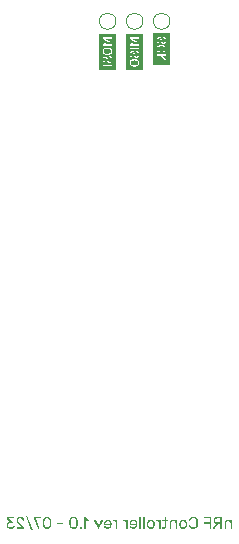
<source format=gbr>
%TF.GenerationSoftware,KiCad,Pcbnew,7.0.1*%
%TF.CreationDate,2023-10-06T11:12:28+02:00*%
%TF.ProjectId,Controller_board,436f6e74-726f-46c6-9c65-725f626f6172,rev?*%
%TF.SameCoordinates,Original*%
%TF.FileFunction,Legend,Bot*%
%TF.FilePolarity,Positive*%
%FSLAX46Y46*%
G04 Gerber Fmt 4.6, Leading zero omitted, Abs format (unit mm)*
G04 Created by KiCad (PCBNEW 7.0.1) date 2023-10-06 11:12:28*
%MOMM*%
%LPD*%
G01*
G04 APERTURE LIST*
%ADD10C,0.125000*%
%ADD11C,0.150000*%
%ADD12C,0.120000*%
G04 APERTURE END LIST*
D10*
G36*
X118669291Y-105009873D02*
G01*
X117252879Y-105009873D01*
X117252879Y-104661191D01*
X117567170Y-104661191D01*
X117569002Y-104669387D01*
X117573986Y-104676060D01*
X117576744Y-104678386D01*
X117583631Y-104682613D01*
X117591395Y-104685086D01*
X117599214Y-104685811D01*
X117606872Y-104683973D01*
X117613906Y-104679546D01*
X117619340Y-104674674D01*
X117948189Y-104315148D01*
X118310450Y-104696949D01*
X118316544Y-104702332D01*
X118323532Y-104706520D01*
X118330575Y-104708086D01*
X118338771Y-104706702D01*
X118345920Y-104702551D01*
X118347770Y-104700856D01*
X118352451Y-104694499D01*
X118354823Y-104686570D01*
X118355000Y-104683466D01*
X118355000Y-104614101D01*
X118354409Y-104605542D01*
X118352636Y-104597450D01*
X118349683Y-104589825D01*
X118345547Y-104582667D01*
X118340230Y-104575977D01*
X118338196Y-104573850D01*
X118037288Y-104256725D01*
X118324909Y-104256725D01*
X118332979Y-104255663D01*
X118340265Y-104252477D01*
X118346207Y-104247737D01*
X118351213Y-104241277D01*
X118354141Y-104233985D01*
X118355000Y-104226635D01*
X118355000Y-104180717D01*
X118353937Y-104172646D01*
X118350751Y-104165361D01*
X118346011Y-104159419D01*
X118339416Y-104154302D01*
X118331990Y-104151309D01*
X118324518Y-104150431D01*
X117597651Y-104150431D01*
X117589470Y-104151493D01*
X117582119Y-104154679D01*
X117576158Y-104159419D01*
X117571041Y-104165991D01*
X117568048Y-104173348D01*
X117567170Y-104180717D01*
X117567170Y-104226635D01*
X117568255Y-104234682D01*
X117571510Y-104241898D01*
X117576353Y-104247737D01*
X117583059Y-104252854D01*
X117590551Y-104255848D01*
X117598042Y-104256725D01*
X117864560Y-104256725D01*
X117584364Y-104555874D01*
X117578521Y-104562409D01*
X117573886Y-104569411D01*
X117570461Y-104576880D01*
X117568244Y-104584817D01*
X117567237Y-104593220D01*
X117567170Y-104596125D01*
X117567170Y-104661191D01*
X117252879Y-104661191D01*
X117252879Y-103690668D01*
X117554665Y-103690668D01*
X117554823Y-103703553D01*
X117555297Y-103716170D01*
X117556086Y-103728520D01*
X117557192Y-103740603D01*
X117558614Y-103752419D01*
X117560352Y-103763968D01*
X117562406Y-103775250D01*
X117564776Y-103786265D01*
X117567462Y-103797012D01*
X117570464Y-103807492D01*
X117573782Y-103817706D01*
X117577416Y-103827652D01*
X117581366Y-103837331D01*
X117585631Y-103846742D01*
X117590213Y-103855887D01*
X117595111Y-103864764D01*
X117600239Y-103873390D01*
X117605513Y-103881730D01*
X117610931Y-103889785D01*
X117616495Y-103897554D01*
X117622203Y-103905038D01*
X117628056Y-103912236D01*
X117634055Y-103919149D01*
X117640198Y-103925776D01*
X117646487Y-103932118D01*
X117652920Y-103938175D01*
X117659499Y-103943946D01*
X117666222Y-103949431D01*
X117673091Y-103954631D01*
X117680105Y-103959546D01*
X117687263Y-103964175D01*
X117694567Y-103968519D01*
X117701904Y-103972597D01*
X117709212Y-103976429D01*
X117716491Y-103980016D01*
X117723742Y-103983356D01*
X117730963Y-103986451D01*
X117741740Y-103990633D01*
X117752452Y-103994262D01*
X117763099Y-103997338D01*
X117773681Y-103999860D01*
X117784197Y-104001830D01*
X117794648Y-104003247D01*
X117805034Y-104004111D01*
X117808482Y-104004276D01*
X117816715Y-104002892D01*
X117823976Y-103998741D01*
X117825872Y-103997046D01*
X117830553Y-103990688D01*
X117832925Y-103982760D01*
X117833101Y-103979656D01*
X117833101Y-103928267D01*
X117831973Y-103920302D01*
X117828587Y-103912918D01*
X117826263Y-103909705D01*
X117820474Y-103904255D01*
X117813367Y-103900509D01*
X117807896Y-103898958D01*
X117799397Y-103896882D01*
X117791095Y-103894559D01*
X117782990Y-103891991D01*
X117775081Y-103889176D01*
X117767370Y-103886116D01*
X117759856Y-103882811D01*
X117752539Y-103879259D01*
X117745418Y-103875462D01*
X117738495Y-103871419D01*
X117731768Y-103867130D01*
X117725238Y-103862596D01*
X117718906Y-103857816D01*
X117712770Y-103852790D01*
X117706831Y-103847518D01*
X117701089Y-103842000D01*
X117695544Y-103836237D01*
X117690267Y-103830173D01*
X117685331Y-103823704D01*
X117680736Y-103816831D01*
X117676481Y-103809553D01*
X117672566Y-103801871D01*
X117668992Y-103793784D01*
X117665758Y-103785293D01*
X117662864Y-103776397D01*
X117660311Y-103767097D01*
X117658098Y-103757392D01*
X117656226Y-103747283D01*
X117654694Y-103736769D01*
X117653503Y-103725850D01*
X117652652Y-103714528D01*
X117652141Y-103702800D01*
X117651971Y-103690668D01*
X117652197Y-103678673D01*
X117652875Y-103667013D01*
X117654004Y-103655689D01*
X117655586Y-103644702D01*
X117657619Y-103634049D01*
X117660104Y-103623733D01*
X117663041Y-103613753D01*
X117666430Y-103604108D01*
X117670271Y-103594800D01*
X117674563Y-103585827D01*
X117679308Y-103577190D01*
X117684504Y-103568889D01*
X117690152Y-103560923D01*
X117696252Y-103553294D01*
X117702804Y-103546000D01*
X117709808Y-103539042D01*
X117717191Y-103532451D01*
X117724883Y-103526256D01*
X117732884Y-103520458D01*
X117741193Y-103515057D01*
X117749810Y-103510053D01*
X117758736Y-103505446D01*
X117767969Y-103501236D01*
X117777512Y-103497423D01*
X117787362Y-103494007D01*
X117797521Y-103490987D01*
X117807989Y-103488365D01*
X117818764Y-103486139D01*
X117829848Y-103484310D01*
X117841241Y-103482878D01*
X117852942Y-103481843D01*
X117864951Y-103481205D01*
X117873975Y-103480976D01*
X117883855Y-103480778D01*
X117891826Y-103480649D01*
X117900277Y-103480538D01*
X117909210Y-103480443D01*
X117918623Y-103480366D01*
X117928517Y-103480306D01*
X117938892Y-103480263D01*
X117949748Y-103480237D01*
X117961085Y-103480228D01*
X117972421Y-103480237D01*
X117983277Y-103480263D01*
X117993652Y-103480306D01*
X118003546Y-103480366D01*
X118012960Y-103480443D01*
X118021892Y-103480538D01*
X118030344Y-103480649D01*
X118038314Y-103480778D01*
X118048194Y-103480976D01*
X118057219Y-103481205D01*
X118069228Y-103481843D01*
X118080928Y-103482878D01*
X118092321Y-103484310D01*
X118103405Y-103486139D01*
X118114181Y-103488365D01*
X118124648Y-103490987D01*
X118134807Y-103494007D01*
X118144658Y-103497423D01*
X118154200Y-103501236D01*
X118163434Y-103505446D01*
X118172359Y-103510053D01*
X118180976Y-103515057D01*
X118189285Y-103520458D01*
X118197286Y-103526256D01*
X118204978Y-103532451D01*
X118212362Y-103539042D01*
X118219365Y-103546000D01*
X118225917Y-103553294D01*
X118232017Y-103560923D01*
X118237665Y-103568889D01*
X118242862Y-103577190D01*
X118247606Y-103585827D01*
X118251898Y-103594800D01*
X118255739Y-103604108D01*
X118259128Y-103613753D01*
X118262065Y-103623733D01*
X118264550Y-103634049D01*
X118266584Y-103644702D01*
X118268165Y-103655689D01*
X118269295Y-103667013D01*
X118269972Y-103678673D01*
X118270198Y-103690668D01*
X118270029Y-103702800D01*
X118269521Y-103714528D01*
X118268673Y-103725850D01*
X118267487Y-103736769D01*
X118265962Y-103747283D01*
X118264098Y-103757392D01*
X118261896Y-103767097D01*
X118259354Y-103776397D01*
X118256473Y-103785293D01*
X118253254Y-103793784D01*
X118249696Y-103801871D01*
X118245799Y-103809553D01*
X118241562Y-103816831D01*
X118236987Y-103823704D01*
X118232074Y-103830173D01*
X118226821Y-103836237D01*
X118221277Y-103842000D01*
X118215537Y-103847518D01*
X118209602Y-103852790D01*
X118203471Y-103857816D01*
X118197145Y-103862596D01*
X118190624Y-103867130D01*
X118183907Y-103871419D01*
X118176995Y-103875462D01*
X118169888Y-103879259D01*
X118162585Y-103882811D01*
X118155087Y-103886116D01*
X118147393Y-103889176D01*
X118139504Y-103891991D01*
X118131420Y-103894559D01*
X118123140Y-103896882D01*
X118114665Y-103898958D01*
X118106678Y-103901569D01*
X118100010Y-103905883D01*
X118096297Y-103909705D01*
X118091870Y-103916822D01*
X118089699Y-103924519D01*
X118089459Y-103928267D01*
X118089459Y-103979656D01*
X118090684Y-103987428D01*
X118094745Y-103994715D01*
X118096884Y-103997046D01*
X118103209Y-104001727D01*
X118111031Y-104004099D01*
X118114078Y-104004276D01*
X118124409Y-104003596D01*
X118134812Y-104002364D01*
X118145287Y-104000578D01*
X118155835Y-103998240D01*
X118166454Y-103995349D01*
X118177146Y-103991904D01*
X118187909Y-103987907D01*
X118198745Y-103983356D01*
X118206009Y-103980016D01*
X118213305Y-103976429D01*
X118220633Y-103972597D01*
X118227993Y-103968519D01*
X118235273Y-103964175D01*
X118242410Y-103959546D01*
X118249403Y-103954631D01*
X118256252Y-103949431D01*
X118262958Y-103943946D01*
X118269521Y-103938175D01*
X118275940Y-103932118D01*
X118282215Y-103925776D01*
X118288347Y-103919149D01*
X118294336Y-103912236D01*
X118300181Y-103905038D01*
X118305882Y-103897554D01*
X118311440Y-103889785D01*
X118316855Y-103881730D01*
X118322126Y-103873390D01*
X118327254Y-103864764D01*
X118332128Y-103855887D01*
X118336687Y-103846742D01*
X118340933Y-103837331D01*
X118344863Y-103827652D01*
X118348480Y-103817706D01*
X118351782Y-103807492D01*
X118354769Y-103797012D01*
X118357442Y-103786265D01*
X118359800Y-103775250D01*
X118361844Y-103763968D01*
X118363574Y-103752419D01*
X118364989Y-103740603D01*
X118366090Y-103728520D01*
X118366876Y-103716170D01*
X118367348Y-103703553D01*
X118367505Y-103690668D01*
X118367351Y-103679012D01*
X118366888Y-103667538D01*
X118366117Y-103656248D01*
X118365038Y-103645141D01*
X118363650Y-103634217D01*
X118361954Y-103623477D01*
X118359950Y-103612919D01*
X118357637Y-103602545D01*
X118355016Y-103592354D01*
X118352087Y-103582346D01*
X118348849Y-103572522D01*
X118345303Y-103562880D01*
X118341449Y-103553422D01*
X118337286Y-103544147D01*
X118332815Y-103535055D01*
X118328035Y-103526146D01*
X118322985Y-103517453D01*
X118317701Y-103509009D01*
X118312183Y-103500814D01*
X118306432Y-103492868D01*
X118300447Y-103485170D01*
X118294229Y-103477722D01*
X118287777Y-103470522D01*
X118281092Y-103463571D01*
X118274173Y-103456869D01*
X118267020Y-103450415D01*
X118259634Y-103444211D01*
X118252015Y-103438255D01*
X118244161Y-103432548D01*
X118236075Y-103427090D01*
X118227754Y-103421881D01*
X118219200Y-103416921D01*
X118210433Y-103412223D01*
X118201520Y-103407801D01*
X118192463Y-103403656D01*
X118183260Y-103399787D01*
X118173913Y-103396194D01*
X118164420Y-103392878D01*
X118154782Y-103389838D01*
X118145000Y-103387074D01*
X118135072Y-103384587D01*
X118124999Y-103382376D01*
X118114781Y-103380441D01*
X118104419Y-103378782D01*
X118093911Y-103377400D01*
X118083258Y-103376294D01*
X118072460Y-103375464D01*
X118061517Y-103374911D01*
X118052554Y-103374636D01*
X118042564Y-103374398D01*
X118034399Y-103374243D01*
X118025656Y-103374109D01*
X118016337Y-103373996D01*
X118006441Y-103373903D01*
X117995967Y-103373831D01*
X117984917Y-103373780D01*
X117973289Y-103373749D01*
X117965217Y-103373740D01*
X117961085Y-103373739D01*
X117952884Y-103373743D01*
X117944940Y-103373757D01*
X117933505Y-103373795D01*
X117922647Y-103373853D01*
X117912366Y-103373932D01*
X117902662Y-103374032D01*
X117893535Y-103374152D01*
X117884985Y-103374293D01*
X117877012Y-103374454D01*
X117867279Y-103374701D01*
X117860652Y-103374911D01*
X117849710Y-103375464D01*
X117838914Y-103376294D01*
X117828265Y-103377400D01*
X117817763Y-103378782D01*
X117807407Y-103380441D01*
X117797198Y-103382376D01*
X117787135Y-103384587D01*
X117777219Y-103387074D01*
X117767449Y-103389838D01*
X117757826Y-103392878D01*
X117748349Y-103396194D01*
X117739019Y-103399787D01*
X117729836Y-103403656D01*
X117720799Y-103407801D01*
X117711908Y-103412223D01*
X117703164Y-103416921D01*
X117694587Y-103421881D01*
X117686244Y-103427090D01*
X117678137Y-103432548D01*
X117670265Y-103438255D01*
X117662628Y-103444211D01*
X117655225Y-103450415D01*
X117648058Y-103456869D01*
X117641127Y-103463571D01*
X117634430Y-103470522D01*
X117627968Y-103477722D01*
X117621741Y-103485170D01*
X117615750Y-103492868D01*
X117609993Y-103500814D01*
X117604472Y-103509009D01*
X117599185Y-103517453D01*
X117594134Y-103526146D01*
X117589355Y-103535055D01*
X117584883Y-103544147D01*
X117580721Y-103553422D01*
X117576866Y-103562880D01*
X117573320Y-103572522D01*
X117570082Y-103582346D01*
X117567153Y-103592354D01*
X117564532Y-103602545D01*
X117562219Y-103612919D01*
X117560215Y-103623477D01*
X117558519Y-103634217D01*
X117557131Y-103645141D01*
X117556052Y-103656248D01*
X117555281Y-103667538D01*
X117554819Y-103679012D01*
X117554665Y-103690668D01*
X117252879Y-103690668D01*
X117252879Y-102953055D01*
X117554665Y-102953055D01*
X117554794Y-102963620D01*
X117555181Y-102974017D01*
X117555825Y-102984246D01*
X117556728Y-102994307D01*
X117557889Y-103004201D01*
X117559308Y-103013926D01*
X117560985Y-103023484D01*
X117562920Y-103032873D01*
X117565113Y-103042095D01*
X117567564Y-103051149D01*
X117570272Y-103060035D01*
X117573239Y-103068752D01*
X117576464Y-103077302D01*
X117579947Y-103085685D01*
X117583687Y-103093899D01*
X117587686Y-103101945D01*
X117591849Y-103109818D01*
X117596131Y-103117464D01*
X117600532Y-103124882D01*
X117605052Y-103132072D01*
X117609691Y-103139036D01*
X117614449Y-103145771D01*
X117619326Y-103152280D01*
X117624323Y-103158561D01*
X117629438Y-103164614D01*
X117634672Y-103170440D01*
X117642747Y-103178752D01*
X117651090Y-103186553D01*
X117659701Y-103193842D01*
X117668579Y-103200619D01*
X117677488Y-103206854D01*
X117686263Y-103212515D01*
X117694904Y-103217602D01*
X117703411Y-103222116D01*
X117711785Y-103226056D01*
X117720024Y-103229422D01*
X117728129Y-103232215D01*
X117736100Y-103234435D01*
X117743938Y-103236080D01*
X117754179Y-103237382D01*
X117756702Y-103237549D01*
X117764506Y-103237018D01*
X117771901Y-103233128D01*
X117774288Y-103230905D01*
X117778969Y-103224168D01*
X117781263Y-103216657D01*
X117781517Y-103212929D01*
X117781517Y-103167011D01*
X117780917Y-103158550D01*
X117778660Y-103150635D01*
X117776437Y-103146886D01*
X117770570Y-103141262D01*
X117763907Y-103136629D01*
X117756311Y-103132231D01*
X117747439Y-103127371D01*
X117740809Y-103123180D01*
X117734200Y-103118523D01*
X117727611Y-103113399D01*
X117721043Y-103107807D01*
X117714495Y-103101748D01*
X117707968Y-103095222D01*
X117701462Y-103088229D01*
X117694976Y-103080769D01*
X117688511Y-103072842D01*
X117686360Y-103070096D01*
X117680215Y-103061564D01*
X117674673Y-103052526D01*
X117669737Y-103042984D01*
X117665404Y-103032937D01*
X117661676Y-103022385D01*
X117658553Y-103011329D01*
X117656807Y-103003677D01*
X117655329Y-102995801D01*
X117654120Y-102987700D01*
X117653180Y-102979376D01*
X117652508Y-102970826D01*
X117652105Y-102962053D01*
X117651971Y-102953055D01*
X117652091Y-102944734D01*
X117652450Y-102936574D01*
X117653049Y-102928577D01*
X117653888Y-102920741D01*
X117655596Y-102909291D01*
X117657843Y-102898205D01*
X117660629Y-102887483D01*
X117663954Y-102877126D01*
X117667819Y-102867132D01*
X117672222Y-102857502D01*
X117677165Y-102848237D01*
X117682648Y-102839335D01*
X117688630Y-102831059D01*
X117695072Y-102823598D01*
X117701975Y-102816950D01*
X117709337Y-102811116D01*
X117717160Y-102806096D01*
X117725444Y-102801890D01*
X117734187Y-102798499D01*
X117743391Y-102795921D01*
X117753055Y-102794157D01*
X117763179Y-102793208D01*
X117770184Y-102793027D01*
X117779588Y-102793384D01*
X117788551Y-102794456D01*
X117797076Y-102796242D01*
X117805160Y-102798742D01*
X117812805Y-102801957D01*
X117820010Y-102805886D01*
X117826775Y-102810530D01*
X117833101Y-102815888D01*
X117839101Y-102822015D01*
X117844886Y-102828869D01*
X117850458Y-102836450D01*
X117855816Y-102844757D01*
X117860960Y-102853791D01*
X117864678Y-102861044D01*
X117868276Y-102868705D01*
X117871754Y-102876774D01*
X117875111Y-102885253D01*
X117878474Y-102894391D01*
X117881967Y-102904368D01*
X117885590Y-102915182D01*
X117888079Y-102922858D01*
X117890625Y-102930906D01*
X117893229Y-102939326D01*
X117895891Y-102948119D01*
X117898612Y-102957284D01*
X117901390Y-102966822D01*
X117904226Y-102976732D01*
X117907120Y-102987014D01*
X117910073Y-102997669D01*
X117913083Y-103008697D01*
X117916151Y-103020097D01*
X117917707Y-103025937D01*
X117919859Y-103033839D01*
X117922041Y-103041595D01*
X117924252Y-103049206D01*
X117928765Y-103063992D01*
X117933396Y-103078196D01*
X117938147Y-103091819D01*
X117943016Y-103104860D01*
X117948005Y-103117319D01*
X117953113Y-103129197D01*
X117958340Y-103140493D01*
X117963685Y-103151208D01*
X117969150Y-103161341D01*
X117974734Y-103170892D01*
X117980437Y-103179862D01*
X117986260Y-103188250D01*
X117992201Y-103196057D01*
X117998261Y-103203282D01*
X118001336Y-103206676D01*
X118007631Y-103213136D01*
X118014207Y-103219179D01*
X118021065Y-103224805D01*
X118028203Y-103230014D01*
X118035621Y-103234806D01*
X118043321Y-103239182D01*
X118051302Y-103243141D01*
X118059563Y-103246683D01*
X118068106Y-103249809D01*
X118076929Y-103252518D01*
X118086033Y-103254810D01*
X118095418Y-103256685D01*
X118105084Y-103258144D01*
X118115031Y-103259186D01*
X118125259Y-103259811D01*
X118135767Y-103260019D01*
X118144229Y-103259872D01*
X118152568Y-103259433D01*
X118160783Y-103258700D01*
X118168874Y-103257674D01*
X118176842Y-103256355D01*
X118184686Y-103254743D01*
X118192406Y-103252838D01*
X118200003Y-103250640D01*
X118207476Y-103248149D01*
X118214825Y-103245364D01*
X118222051Y-103242287D01*
X118229153Y-103238916D01*
X118236132Y-103235253D01*
X118242987Y-103231296D01*
X118249718Y-103227046D01*
X118256325Y-103222503D01*
X118262758Y-103217693D01*
X118269014Y-103212642D01*
X118275092Y-103207350D01*
X118280994Y-103201816D01*
X118286718Y-103196041D01*
X118292266Y-103190025D01*
X118297636Y-103183768D01*
X118302829Y-103177270D01*
X118307845Y-103170530D01*
X118312684Y-103163549D01*
X118317346Y-103156327D01*
X118321831Y-103148864D01*
X118326139Y-103141160D01*
X118330270Y-103133214D01*
X118334224Y-103125028D01*
X118338000Y-103116600D01*
X118341573Y-103107992D01*
X118344915Y-103099216D01*
X118348027Y-103090272D01*
X118350908Y-103081160D01*
X118353559Y-103071880D01*
X118355980Y-103062433D01*
X118358169Y-103052817D01*
X118360129Y-103043034D01*
X118361857Y-103033082D01*
X118363356Y-103022963D01*
X118364623Y-103012676D01*
X118365661Y-103002221D01*
X118366467Y-102991598D01*
X118367044Y-102980807D01*
X118367389Y-102969848D01*
X118367505Y-102958721D01*
X118367383Y-102948422D01*
X118367016Y-102938235D01*
X118366406Y-102928162D01*
X118365551Y-102918201D01*
X118364452Y-102908354D01*
X118363108Y-102898619D01*
X118361521Y-102888997D01*
X118359689Y-102879489D01*
X118357613Y-102870093D01*
X118355293Y-102860810D01*
X118352728Y-102851640D01*
X118349919Y-102842584D01*
X118346866Y-102833640D01*
X118343569Y-102824809D01*
X118340027Y-102816091D01*
X118336242Y-102807486D01*
X118332267Y-102799075D01*
X118328157Y-102790890D01*
X118323913Y-102782930D01*
X118319535Y-102775197D01*
X118315023Y-102767690D01*
X118310376Y-102760408D01*
X118305595Y-102753353D01*
X118300680Y-102746523D01*
X118295630Y-102739919D01*
X118290446Y-102733541D01*
X118285128Y-102727390D01*
X118279675Y-102721464D01*
X118274088Y-102715764D01*
X118268367Y-102710289D01*
X118262511Y-102705041D01*
X118256521Y-102700019D01*
X118247405Y-102692981D01*
X118238303Y-102686596D01*
X118229215Y-102680864D01*
X118220141Y-102675784D01*
X118211080Y-102671357D01*
X118202033Y-102667582D01*
X118193000Y-102664460D01*
X118183981Y-102661990D01*
X118174975Y-102660173D01*
X118165983Y-102659009D01*
X118159996Y-102658595D01*
X118152224Y-102659789D01*
X118144937Y-102663742D01*
X118142606Y-102665825D01*
X118137925Y-102672183D01*
X118135553Y-102680112D01*
X118135376Y-102683215D01*
X118135376Y-102729133D01*
X118136000Y-102737065D01*
X118138344Y-102745070D01*
X118140652Y-102749258D01*
X118146392Y-102755447D01*
X118153002Y-102759989D01*
X118160582Y-102763913D01*
X118168217Y-102767510D01*
X118175736Y-102771632D01*
X118183138Y-102776279D01*
X118190423Y-102781453D01*
X118197591Y-102787151D01*
X118204642Y-102793376D01*
X118211577Y-102800125D01*
X118218394Y-102807400D01*
X118225096Y-102815201D01*
X118231680Y-102823527D01*
X118236004Y-102829370D01*
X118242115Y-102838608D01*
X118247625Y-102848444D01*
X118252534Y-102858877D01*
X118255472Y-102866165D01*
X118258144Y-102873718D01*
X118260548Y-102881537D01*
X118262685Y-102889621D01*
X118264555Y-102897971D01*
X118266158Y-102906587D01*
X118267494Y-102915468D01*
X118268562Y-102924615D01*
X118269364Y-102934028D01*
X118269898Y-102943706D01*
X118270165Y-102953650D01*
X118270198Y-102958721D01*
X118270059Y-102968832D01*
X118269640Y-102978746D01*
X118268941Y-102988463D01*
X118267964Y-102997983D01*
X118266706Y-103007306D01*
X118265170Y-103016433D01*
X118263354Y-103025362D01*
X118261259Y-103034094D01*
X118258885Y-103042630D01*
X118256231Y-103050969D01*
X118253298Y-103059110D01*
X118250085Y-103067055D01*
X118246593Y-103074803D01*
X118242822Y-103082354D01*
X118238771Y-103089708D01*
X118234441Y-103096865D01*
X118229885Y-103103727D01*
X118225154Y-103110146D01*
X118217732Y-103118944D01*
X118209918Y-103126746D01*
X118201712Y-103133553D01*
X118193115Y-103139363D01*
X118184127Y-103144177D01*
X118174747Y-103147996D01*
X118164975Y-103150818D01*
X118154812Y-103152644D01*
X118144257Y-103153474D01*
X118140652Y-103153529D01*
X118131505Y-103153065D01*
X118122725Y-103151673D01*
X118114310Y-103149353D01*
X118106263Y-103146104D01*
X118098581Y-103141928D01*
X118091266Y-103136823D01*
X118084317Y-103130790D01*
X118077735Y-103123829D01*
X118071461Y-103116108D01*
X118065437Y-103107697D01*
X118061084Y-103100936D01*
X118056871Y-103093787D01*
X118052800Y-103086249D01*
X118048869Y-103078324D01*
X118045078Y-103070010D01*
X118041429Y-103061308D01*
X118037921Y-103052219D01*
X118034553Y-103042741D01*
X118031180Y-103032646D01*
X118027656Y-103021707D01*
X118025223Y-103013944D01*
X118022722Y-103005807D01*
X118020155Y-102997293D01*
X118017520Y-102988404D01*
X118014818Y-102979140D01*
X118012049Y-102969500D01*
X118009213Y-102959484D01*
X118006309Y-102949093D01*
X118003339Y-102938327D01*
X118000301Y-102927185D01*
X117997196Y-102915667D01*
X117994024Y-102903774D01*
X117990785Y-102891505D01*
X117987143Y-102878161D01*
X117983302Y-102865289D01*
X117979260Y-102852888D01*
X117975019Y-102840959D01*
X117970577Y-102829502D01*
X117965936Y-102818517D01*
X117961095Y-102808003D01*
X117956053Y-102797960D01*
X117950812Y-102788390D01*
X117945371Y-102779291D01*
X117939729Y-102770664D01*
X117933888Y-102762509D01*
X117927847Y-102754825D01*
X117921606Y-102747613D01*
X117915165Y-102740872D01*
X117908524Y-102734604D01*
X117901682Y-102728783D01*
X117894641Y-102723338D01*
X117887400Y-102718269D01*
X117879959Y-102713575D01*
X117872318Y-102709256D01*
X117864477Y-102705313D01*
X117856436Y-102701746D01*
X117848196Y-102698554D01*
X117839755Y-102695737D01*
X117831114Y-102693296D01*
X117822273Y-102691231D01*
X117813232Y-102689541D01*
X117803991Y-102688227D01*
X117794551Y-102687288D01*
X117784910Y-102686725D01*
X117775069Y-102686537D01*
X117764051Y-102686803D01*
X117753197Y-102687602D01*
X117742509Y-102688933D01*
X117731985Y-102690796D01*
X117721626Y-102693191D01*
X117711432Y-102696120D01*
X117701403Y-102699580D01*
X117691538Y-102703573D01*
X117681839Y-102708098D01*
X117672304Y-102713155D01*
X117666039Y-102716823D01*
X117656830Y-102722766D01*
X117647961Y-102729238D01*
X117639433Y-102736239D01*
X117631244Y-102743769D01*
X117623395Y-102751828D01*
X117615886Y-102760416D01*
X117608718Y-102769532D01*
X117604127Y-102775904D01*
X117599688Y-102782511D01*
X117595400Y-102789353D01*
X117591263Y-102796430D01*
X117587278Y-102803742D01*
X117585341Y-102807486D01*
X117581627Y-102815153D01*
X117578152Y-102823011D01*
X117574916Y-102831059D01*
X117571920Y-102839299D01*
X117569164Y-102847729D01*
X117566648Y-102856350D01*
X117564371Y-102865162D01*
X117562334Y-102874164D01*
X117560536Y-102883358D01*
X117558978Y-102892742D01*
X117557660Y-102902317D01*
X117556582Y-102912083D01*
X117555743Y-102922040D01*
X117555144Y-102932187D01*
X117554784Y-102942525D01*
X117554665Y-102953055D01*
X117252879Y-102953055D01*
X117252879Y-102356810D01*
X118669291Y-102356810D01*
X118669291Y-105009873D01*
G37*
G36*
X115686421Y-104667453D02*
G01*
X115697277Y-104667478D01*
X115707652Y-104667521D01*
X115717546Y-104667581D01*
X115726960Y-104667659D01*
X115735892Y-104667753D01*
X115744344Y-104667865D01*
X115752314Y-104667994D01*
X115762194Y-104668192D01*
X115771219Y-104668421D01*
X115784183Y-104669061D01*
X115796745Y-104670100D01*
X115808906Y-104671540D01*
X115820666Y-104673379D01*
X115832024Y-104675619D01*
X115842980Y-104678258D01*
X115853535Y-104681297D01*
X115863689Y-104684736D01*
X115873441Y-104688576D01*
X115882792Y-104692815D01*
X115891741Y-104697454D01*
X115900289Y-104702493D01*
X115908435Y-104707932D01*
X115916180Y-104713771D01*
X115923523Y-104720010D01*
X115930465Y-104726648D01*
X115936972Y-104733648D01*
X115943059Y-104740918D01*
X115948726Y-104748461D01*
X115953973Y-104756275D01*
X115958801Y-104764361D01*
X115963209Y-104772719D01*
X115967197Y-104781348D01*
X115970765Y-104790249D01*
X115973913Y-104799422D01*
X115976642Y-104808867D01*
X115978951Y-104818583D01*
X115980840Y-104828571D01*
X115982309Y-104838831D01*
X115983359Y-104849362D01*
X115983988Y-104860165D01*
X115984198Y-104871240D01*
X115983988Y-104882314D01*
X115983359Y-104893115D01*
X115982309Y-104903643D01*
X115980840Y-104913897D01*
X115978951Y-104923878D01*
X115976642Y-104933586D01*
X115973913Y-104943021D01*
X115970765Y-104952182D01*
X115967197Y-104961070D01*
X115963209Y-104969685D01*
X115958801Y-104978027D01*
X115953973Y-104986095D01*
X115948726Y-104993891D01*
X115943059Y-105001413D01*
X115936972Y-105008661D01*
X115930465Y-105015637D01*
X115923523Y-105022298D01*
X115916180Y-105028557D01*
X115908435Y-105034413D01*
X115900289Y-105039866D01*
X115891741Y-105044915D01*
X115882792Y-105049562D01*
X115873441Y-105053806D01*
X115863689Y-105057646D01*
X115853535Y-105061084D01*
X115842980Y-105064119D01*
X115832024Y-105066751D01*
X115820666Y-105068979D01*
X115808906Y-105070805D01*
X115796745Y-105072228D01*
X115784183Y-105073247D01*
X115771219Y-105073864D01*
X115762806Y-105074148D01*
X115754714Y-105074414D01*
X115743177Y-105074778D01*
X115732361Y-105075101D01*
X115722267Y-105075382D01*
X115712893Y-105075623D01*
X115704242Y-105075822D01*
X115696311Y-105075980D01*
X115686859Y-105076126D01*
X115678689Y-105076200D01*
X115675085Y-105076209D01*
X115665473Y-105076152D01*
X115656342Y-105076023D01*
X115645928Y-105075822D01*
X115637276Y-105075623D01*
X115627903Y-105075382D01*
X115617808Y-105075101D01*
X115606992Y-105074778D01*
X115595455Y-105074414D01*
X115587363Y-105074148D01*
X115578951Y-105073864D01*
X115565987Y-105073247D01*
X115553427Y-105072228D01*
X115541270Y-105070805D01*
X115529516Y-105068979D01*
X115518165Y-105066751D01*
X115507217Y-105064119D01*
X115496671Y-105061084D01*
X115486529Y-105057646D01*
X115476790Y-105053806D01*
X115467454Y-105049562D01*
X115458521Y-105044915D01*
X115449990Y-105039866D01*
X115441863Y-105034413D01*
X115434139Y-105028557D01*
X115426818Y-105022298D01*
X115419900Y-105015637D01*
X115413369Y-105008661D01*
X115407260Y-105001413D01*
X115401572Y-104993891D01*
X115396306Y-104986095D01*
X115391461Y-104978027D01*
X115387037Y-104969685D01*
X115383034Y-104961070D01*
X115379453Y-104952182D01*
X115376293Y-104943021D01*
X115373555Y-104933586D01*
X115371237Y-104923878D01*
X115369341Y-104913897D01*
X115367867Y-104903643D01*
X115366814Y-104893115D01*
X115366182Y-104882314D01*
X115365971Y-104871240D01*
X115366182Y-104860165D01*
X115366814Y-104849362D01*
X115367867Y-104838831D01*
X115369341Y-104828571D01*
X115371237Y-104818583D01*
X115373555Y-104808867D01*
X115376293Y-104799422D01*
X115379453Y-104790249D01*
X115383034Y-104781348D01*
X115387037Y-104772719D01*
X115391461Y-104764361D01*
X115396306Y-104756275D01*
X115401572Y-104748461D01*
X115407260Y-104740918D01*
X115413369Y-104733648D01*
X115419900Y-104726648D01*
X115426818Y-104720010D01*
X115434139Y-104713771D01*
X115441863Y-104707932D01*
X115449990Y-104702493D01*
X115458521Y-104697454D01*
X115467454Y-104692815D01*
X115476790Y-104688576D01*
X115486529Y-104684736D01*
X115496671Y-104681297D01*
X115507217Y-104678258D01*
X115518165Y-104675619D01*
X115529516Y-104673379D01*
X115541270Y-104671540D01*
X115553427Y-104670100D01*
X115565987Y-104669061D01*
X115578951Y-104668421D01*
X115587975Y-104668192D01*
X115597855Y-104667994D01*
X115605826Y-104667865D01*
X115614277Y-104667753D01*
X115623210Y-104667659D01*
X115632623Y-104667581D01*
X115642517Y-104667521D01*
X115652892Y-104667478D01*
X115663748Y-104667453D01*
X115675085Y-104667444D01*
X115686421Y-104667453D01*
G37*
G36*
X116383291Y-105484290D02*
G01*
X114966879Y-105484290D01*
X114966879Y-104871240D01*
X115268665Y-104871240D01*
X115268823Y-104883034D01*
X115269300Y-104894627D01*
X115270093Y-104906017D01*
X115271205Y-104917207D01*
X115272633Y-104928195D01*
X115274380Y-104938981D01*
X115276444Y-104949566D01*
X115278825Y-104959949D01*
X115281524Y-104970131D01*
X115284540Y-104980112D01*
X115287874Y-104989890D01*
X115291526Y-104999468D01*
X115295495Y-105008844D01*
X115299781Y-105018018D01*
X115304385Y-105026991D01*
X115309307Y-105035762D01*
X115314500Y-105044328D01*
X115319919Y-105052633D01*
X115325564Y-105060680D01*
X115331435Y-105068466D01*
X115337532Y-105075994D01*
X115343855Y-105083261D01*
X115350403Y-105090270D01*
X115357178Y-105097018D01*
X115364179Y-105103508D01*
X115371405Y-105109737D01*
X115378858Y-105115707D01*
X115386536Y-105121418D01*
X115394440Y-105126869D01*
X115402571Y-105132061D01*
X115410927Y-105136993D01*
X115419509Y-105141666D01*
X115428244Y-105146099D01*
X115437107Y-105150263D01*
X115446098Y-105154159D01*
X115455217Y-105157786D01*
X115464465Y-105161144D01*
X115473841Y-105164234D01*
X115483345Y-105167055D01*
X115492977Y-105169607D01*
X115502738Y-105171891D01*
X115512627Y-105173906D01*
X115522644Y-105175652D01*
X115532789Y-105177130D01*
X115543062Y-105178339D01*
X115553464Y-105179279D01*
X115563994Y-105179951D01*
X115574652Y-105180354D01*
X115582967Y-105180614D01*
X115591010Y-105180858D01*
X115602566Y-105181191D01*
X115613509Y-105181487D01*
X115623842Y-105181746D01*
X115633563Y-105181966D01*
X115642673Y-105182149D01*
X115651172Y-105182293D01*
X115659059Y-105182400D01*
X115668624Y-105182484D01*
X115675085Y-105182503D01*
X115683835Y-105182470D01*
X115693672Y-105182369D01*
X115701762Y-105182249D01*
X115710465Y-105182092D01*
X115719778Y-105181897D01*
X115729703Y-105181664D01*
X115740240Y-105181393D01*
X115751388Y-105181084D01*
X115763147Y-105180738D01*
X115771326Y-105180486D01*
X115775517Y-105180354D01*
X115786176Y-105179809D01*
X115796708Y-105179005D01*
X115807114Y-105177941D01*
X115817393Y-105176617D01*
X115827545Y-105175034D01*
X115837570Y-105173192D01*
X115847469Y-105171090D01*
X115857241Y-105168728D01*
X115866886Y-105166107D01*
X115876405Y-105163226D01*
X115885797Y-105160086D01*
X115895062Y-105156687D01*
X115904200Y-105153028D01*
X115913212Y-105149109D01*
X115922097Y-105144931D01*
X115930856Y-105140494D01*
X115939414Y-105135823D01*
X115947748Y-105130898D01*
X115955858Y-105125718D01*
X115963743Y-105120282D01*
X115971404Y-105114592D01*
X115978840Y-105108647D01*
X115986052Y-105102447D01*
X115993040Y-105095993D01*
X115999803Y-105089283D01*
X116006342Y-105082318D01*
X116012656Y-105075098D01*
X116018747Y-105067624D01*
X116024612Y-105059894D01*
X116030253Y-105051910D01*
X116035670Y-105043670D01*
X116040863Y-105035176D01*
X116045784Y-105026476D01*
X116050388Y-105017569D01*
X116054675Y-105008457D01*
X116058644Y-104999138D01*
X116062295Y-104989613D01*
X116065629Y-104979883D01*
X116068645Y-104969946D01*
X116071344Y-104959803D01*
X116073726Y-104949454D01*
X116075789Y-104938899D01*
X116077536Y-104928137D01*
X116078965Y-104917170D01*
X116080076Y-104905997D01*
X116080870Y-104894617D01*
X116081346Y-104883032D01*
X116081505Y-104871240D01*
X116081346Y-104859448D01*
X116080870Y-104847860D01*
X116080076Y-104836477D01*
X116078965Y-104825298D01*
X116077536Y-104814324D01*
X116075789Y-104803554D01*
X116073726Y-104792989D01*
X116071344Y-104782629D01*
X116068645Y-104772473D01*
X116065629Y-104762522D01*
X116062295Y-104752775D01*
X116058644Y-104743233D01*
X116054675Y-104733895D01*
X116050388Y-104724762D01*
X116045784Y-104715833D01*
X116040863Y-104707109D01*
X116035670Y-104698638D01*
X116030253Y-104690418D01*
X116024612Y-104682450D01*
X116018747Y-104674735D01*
X116012656Y-104667271D01*
X116006342Y-104660059D01*
X115999803Y-104653099D01*
X115993040Y-104646390D01*
X115986052Y-104639934D01*
X115978840Y-104633729D01*
X115971404Y-104627777D01*
X115963743Y-104622076D01*
X115955858Y-104616627D01*
X115947748Y-104611430D01*
X115939414Y-104606485D01*
X115930856Y-104601792D01*
X115922097Y-104597378D01*
X115913212Y-104593222D01*
X115904200Y-104589324D01*
X115895062Y-104585684D01*
X115885797Y-104582302D01*
X115876405Y-104579178D01*
X115866886Y-104576312D01*
X115857241Y-104573704D01*
X115847469Y-104571354D01*
X115837570Y-104569261D01*
X115827545Y-104567427D01*
X115817393Y-104565851D01*
X115807114Y-104564533D01*
X115796708Y-104563473D01*
X115786176Y-104562671D01*
X115775517Y-104562127D01*
X115766554Y-104561852D01*
X115756564Y-104561614D01*
X115748399Y-104561459D01*
X115739656Y-104561325D01*
X115730337Y-104561212D01*
X115720441Y-104561119D01*
X115709967Y-104561047D01*
X115698917Y-104560995D01*
X115687289Y-104560964D01*
X115679217Y-104560955D01*
X115675085Y-104560954D01*
X115666884Y-104560959D01*
X115658940Y-104560972D01*
X115647505Y-104561010D01*
X115636647Y-104561069D01*
X115626366Y-104561148D01*
X115616662Y-104561247D01*
X115607535Y-104561367D01*
X115598985Y-104561508D01*
X115591012Y-104561670D01*
X115581279Y-104561917D01*
X115574652Y-104562127D01*
X115563994Y-104562529D01*
X115553464Y-104563198D01*
X115543062Y-104564135D01*
X115532789Y-104565338D01*
X115522644Y-104566809D01*
X115512627Y-104568547D01*
X115502738Y-104570552D01*
X115492977Y-104572824D01*
X115483345Y-104575364D01*
X115473841Y-104578170D01*
X115464465Y-104581244D01*
X115455217Y-104584585D01*
X115446098Y-104588193D01*
X115437107Y-104592068D01*
X115428244Y-104596210D01*
X115419509Y-104600619D01*
X115410927Y-104605315D01*
X115402571Y-104610267D01*
X115394440Y-104615475D01*
X115386536Y-104620940D01*
X115378858Y-104626662D01*
X115371405Y-104632639D01*
X115364179Y-104638874D01*
X115357178Y-104645364D01*
X115350403Y-104652112D01*
X115343855Y-104659115D01*
X115337532Y-104666375D01*
X115331435Y-104673892D01*
X115325564Y-104681665D01*
X115319919Y-104689695D01*
X115314500Y-104697980D01*
X115309307Y-104706523D01*
X115304385Y-104715318D01*
X115299781Y-104724313D01*
X115295495Y-104733508D01*
X115291526Y-104742903D01*
X115287874Y-104752498D01*
X115284540Y-104762293D01*
X115281524Y-104772288D01*
X115278825Y-104782482D01*
X115276444Y-104792877D01*
X115274380Y-104803472D01*
X115272633Y-104814267D01*
X115271205Y-104825262D01*
X115270093Y-104836456D01*
X115269300Y-104847851D01*
X115268823Y-104859446D01*
X115268665Y-104871240D01*
X114966879Y-104871240D01*
X114966879Y-104140270D01*
X115268665Y-104140270D01*
X115268794Y-104150835D01*
X115269181Y-104161232D01*
X115269825Y-104171462D01*
X115270728Y-104181523D01*
X115271889Y-104191416D01*
X115273308Y-104201142D01*
X115274985Y-104210699D01*
X115276920Y-104220089D01*
X115279113Y-104229311D01*
X115281564Y-104238364D01*
X115284272Y-104247250D01*
X115287239Y-104255968D01*
X115290464Y-104264518D01*
X115293947Y-104272900D01*
X115297687Y-104281114D01*
X115301686Y-104289161D01*
X115305849Y-104297034D01*
X115310131Y-104304679D01*
X115314532Y-104312097D01*
X115319052Y-104319288D01*
X115323691Y-104326251D01*
X115328449Y-104332987D01*
X115333326Y-104339495D01*
X115338323Y-104345776D01*
X115343438Y-104351830D01*
X115348672Y-104357656D01*
X115356747Y-104365968D01*
X115365090Y-104373769D01*
X115373701Y-104381058D01*
X115382579Y-104387835D01*
X115391488Y-104394069D01*
X115400263Y-104399730D01*
X115408904Y-104404818D01*
X115417411Y-104409331D01*
X115425785Y-104413271D01*
X115434024Y-104416638D01*
X115442129Y-104419431D01*
X115450100Y-104421650D01*
X115457938Y-104423296D01*
X115468179Y-104424598D01*
X115470702Y-104424764D01*
X115478506Y-104424233D01*
X115485901Y-104420344D01*
X115488288Y-104418121D01*
X115492969Y-104411384D01*
X115495263Y-104403872D01*
X115495517Y-104400145D01*
X115495517Y-104354227D01*
X115494917Y-104345766D01*
X115492660Y-104337851D01*
X115490437Y-104334101D01*
X115484570Y-104328478D01*
X115477907Y-104323845D01*
X115470311Y-104319447D01*
X115461439Y-104314586D01*
X115454809Y-104310396D01*
X115448200Y-104305739D01*
X115441611Y-104300614D01*
X115435043Y-104295023D01*
X115428495Y-104288964D01*
X115421968Y-104282438D01*
X115415462Y-104275445D01*
X115408976Y-104267985D01*
X115402511Y-104260058D01*
X115400360Y-104257311D01*
X115394215Y-104248779D01*
X115388673Y-104239742D01*
X115383737Y-104230200D01*
X115379404Y-104220153D01*
X115375676Y-104209601D01*
X115372553Y-104198544D01*
X115370807Y-104190893D01*
X115369329Y-104183017D01*
X115368120Y-104174916D01*
X115367180Y-104166591D01*
X115366508Y-104158042D01*
X115366105Y-104149268D01*
X115365971Y-104140270D01*
X115366091Y-104131949D01*
X115366450Y-104123790D01*
X115367049Y-104115793D01*
X115367888Y-104107957D01*
X115369596Y-104096507D01*
X115371843Y-104085421D01*
X115374629Y-104074699D01*
X115377954Y-104064341D01*
X115381819Y-104054348D01*
X115386222Y-104044718D01*
X115391165Y-104035452D01*
X115396648Y-104026551D01*
X115402630Y-104018275D01*
X115409072Y-104010813D01*
X115415975Y-104004165D01*
X115423337Y-103998332D01*
X115431160Y-103993312D01*
X115439444Y-103989106D01*
X115448187Y-103985714D01*
X115457391Y-103983137D01*
X115467055Y-103981373D01*
X115477179Y-103980423D01*
X115484184Y-103980242D01*
X115493588Y-103980600D01*
X115502551Y-103981671D01*
X115511076Y-103983457D01*
X115519160Y-103985958D01*
X115526805Y-103989172D01*
X115534010Y-103993102D01*
X115540775Y-103997745D01*
X115547101Y-104003103D01*
X115553101Y-104009231D01*
X115558886Y-104016085D01*
X115564458Y-104023666D01*
X115569816Y-104031973D01*
X115574960Y-104041007D01*
X115578678Y-104048259D01*
X115582276Y-104055920D01*
X115585754Y-104063990D01*
X115589111Y-104072468D01*
X115592474Y-104081607D01*
X115595967Y-104091584D01*
X115599590Y-104102398D01*
X115602079Y-104110073D01*
X115604625Y-104118121D01*
X115607229Y-104126542D01*
X115609891Y-104135334D01*
X115612612Y-104144499D01*
X115615390Y-104154037D01*
X115618226Y-104163947D01*
X115621120Y-104174230D01*
X115624073Y-104184885D01*
X115627083Y-104195913D01*
X115630151Y-104207313D01*
X115631707Y-104213152D01*
X115633859Y-104221054D01*
X115636041Y-104228811D01*
X115638252Y-104236422D01*
X115642765Y-104251207D01*
X115647396Y-104265412D01*
X115652147Y-104279034D01*
X115657016Y-104292075D01*
X115662005Y-104304535D01*
X115667113Y-104316413D01*
X115672340Y-104327709D01*
X115677685Y-104338424D01*
X115683150Y-104348557D01*
X115688734Y-104358108D01*
X115694437Y-104367078D01*
X115700260Y-104375466D01*
X115706201Y-104383273D01*
X115712261Y-104390498D01*
X115715336Y-104393892D01*
X115721631Y-104400351D01*
X115728207Y-104406394D01*
X115735065Y-104412020D01*
X115742203Y-104417229D01*
X115749621Y-104422022D01*
X115757321Y-104426398D01*
X115765302Y-104430357D01*
X115773563Y-104433899D01*
X115782106Y-104437025D01*
X115790929Y-104439733D01*
X115800033Y-104442025D01*
X115809418Y-104443901D01*
X115819084Y-104445359D01*
X115829031Y-104446401D01*
X115839259Y-104447026D01*
X115849767Y-104447235D01*
X115858229Y-104447088D01*
X115866568Y-104446648D01*
X115874783Y-104445916D01*
X115882874Y-104444890D01*
X115890842Y-104443571D01*
X115898686Y-104441959D01*
X115906406Y-104440054D01*
X115914003Y-104437856D01*
X115921476Y-104435364D01*
X115928825Y-104432580D01*
X115936051Y-104429503D01*
X115943153Y-104426132D01*
X115950132Y-104422468D01*
X115956987Y-104418512D01*
X115963718Y-104414262D01*
X115970325Y-104409719D01*
X115976758Y-104404909D01*
X115983014Y-104399858D01*
X115989092Y-104394565D01*
X115994994Y-104389032D01*
X116000718Y-104383257D01*
X116006266Y-104377241D01*
X116011636Y-104370984D01*
X116016829Y-104364485D01*
X116021845Y-104357746D01*
X116026684Y-104350765D01*
X116031346Y-104343543D01*
X116035831Y-104336080D01*
X116040139Y-104328375D01*
X116044270Y-104320430D01*
X116048224Y-104312243D01*
X116052000Y-104303815D01*
X116055573Y-104295207D01*
X116058915Y-104286431D01*
X116062027Y-104277487D01*
X116064908Y-104268376D01*
X116067559Y-104259096D01*
X116069980Y-104249648D01*
X116072169Y-104240033D01*
X116074129Y-104230249D01*
X116075857Y-104220298D01*
X116077356Y-104210179D01*
X116078623Y-104199891D01*
X116079661Y-104189436D01*
X116080467Y-104178813D01*
X116081044Y-104168022D01*
X116081389Y-104157063D01*
X116081505Y-104145937D01*
X116081383Y-104135637D01*
X116081016Y-104125451D01*
X116080406Y-104115377D01*
X116079551Y-104105417D01*
X116078452Y-104095569D01*
X116077108Y-104085835D01*
X116075521Y-104076213D01*
X116073689Y-104066704D01*
X116071613Y-104057309D01*
X116069293Y-104048026D01*
X116066728Y-104038856D01*
X116063919Y-104029799D01*
X116060866Y-104020855D01*
X116057569Y-104012024D01*
X116054027Y-104003307D01*
X116050242Y-103994702D01*
X116046267Y-103986290D01*
X116042157Y-103978105D01*
X116037913Y-103970146D01*
X116033535Y-103962413D01*
X116029023Y-103954905D01*
X116024376Y-103947624D01*
X116019595Y-103940568D01*
X116014680Y-103933739D01*
X116009630Y-103927135D01*
X116004446Y-103920757D01*
X115999128Y-103914605D01*
X115993675Y-103908679D01*
X115988088Y-103902979D01*
X115982367Y-103897505D01*
X115976511Y-103892257D01*
X115970521Y-103887235D01*
X115961405Y-103880197D01*
X115952303Y-103873812D01*
X115943215Y-103868080D01*
X115934141Y-103863000D01*
X115925080Y-103858572D01*
X115916033Y-103854798D01*
X115907000Y-103851676D01*
X115897981Y-103849206D01*
X115888975Y-103847389D01*
X115879983Y-103846225D01*
X115873996Y-103845811D01*
X115866224Y-103847004D01*
X115858937Y-103850958D01*
X115856606Y-103853041D01*
X115851925Y-103859398D01*
X115849553Y-103867327D01*
X115849376Y-103870431D01*
X115849376Y-103916348D01*
X115850000Y-103924280D01*
X115852344Y-103932285D01*
X115854652Y-103936474D01*
X115860392Y-103942663D01*
X115867002Y-103947204D01*
X115874582Y-103951129D01*
X115882217Y-103954725D01*
X115889736Y-103958847D01*
X115897138Y-103963495D01*
X115904423Y-103968668D01*
X115911591Y-103974367D01*
X115918642Y-103980591D01*
X115925577Y-103987341D01*
X115932394Y-103994616D01*
X115939096Y-104002417D01*
X115945680Y-104010743D01*
X115950004Y-104016586D01*
X115956115Y-104025824D01*
X115961625Y-104035660D01*
X115966534Y-104046093D01*
X115969472Y-104053380D01*
X115972144Y-104060934D01*
X115974548Y-104068753D01*
X115976685Y-104076837D01*
X115978555Y-104085187D01*
X115980158Y-104093803D01*
X115981494Y-104102684D01*
X115982562Y-104111831D01*
X115983364Y-104121243D01*
X115983898Y-104130921D01*
X115984165Y-104140865D01*
X115984198Y-104145937D01*
X115984059Y-104156048D01*
X115983640Y-104165962D01*
X115982941Y-104175679D01*
X115981964Y-104185199D01*
X115980706Y-104194522D01*
X115979170Y-104203648D01*
X115977354Y-104212578D01*
X115975259Y-104221310D01*
X115972885Y-104229846D01*
X115970231Y-104238184D01*
X115967298Y-104246326D01*
X115964085Y-104254271D01*
X115960593Y-104262018D01*
X115956822Y-104269569D01*
X115952771Y-104276923D01*
X115948441Y-104284080D01*
X115943885Y-104290942D01*
X115939154Y-104297361D01*
X115931732Y-104306160D01*
X115923918Y-104313962D01*
X115915712Y-104320768D01*
X115907115Y-104326579D01*
X115898127Y-104331393D01*
X115888747Y-104335211D01*
X115878975Y-104338033D01*
X115868812Y-104339859D01*
X115858257Y-104340689D01*
X115854652Y-104340745D01*
X115845505Y-104340281D01*
X115836725Y-104338889D01*
X115828310Y-104336568D01*
X115820263Y-104333320D01*
X115812581Y-104329143D01*
X115805266Y-104324039D01*
X115798317Y-104318006D01*
X115791735Y-104311045D01*
X115785461Y-104303324D01*
X115779437Y-104294913D01*
X115775084Y-104288151D01*
X115770871Y-104281002D01*
X115766800Y-104273465D01*
X115762869Y-104265539D01*
X115759078Y-104257226D01*
X115755429Y-104248524D01*
X115751921Y-104239434D01*
X115748553Y-104229956D01*
X115745180Y-104219862D01*
X115741656Y-104208922D01*
X115739223Y-104201160D01*
X115736722Y-104193022D01*
X115734155Y-104184509D01*
X115731520Y-104175620D01*
X115728818Y-104166355D01*
X115726049Y-104156715D01*
X115723213Y-104146700D01*
X115720309Y-104136309D01*
X115717339Y-104125542D01*
X115714301Y-104114400D01*
X115711196Y-104102883D01*
X115708024Y-104090990D01*
X115704785Y-104078721D01*
X115701143Y-104065377D01*
X115697302Y-104052505D01*
X115693260Y-104040104D01*
X115689019Y-104028175D01*
X115684577Y-104016718D01*
X115679936Y-104005732D01*
X115675095Y-103995218D01*
X115670053Y-103985176D01*
X115664812Y-103975606D01*
X115659371Y-103966507D01*
X115653729Y-103957880D01*
X115647888Y-103949724D01*
X115641847Y-103942040D01*
X115635606Y-103934828D01*
X115629165Y-103928088D01*
X115622524Y-103921819D01*
X115615682Y-103915999D01*
X115608641Y-103910554D01*
X115601400Y-103905484D01*
X115593959Y-103900790D01*
X115586318Y-103896472D01*
X115578477Y-103892529D01*
X115570436Y-103888961D01*
X115562196Y-103885769D01*
X115553755Y-103882953D01*
X115545114Y-103880512D01*
X115536273Y-103878447D01*
X115527232Y-103876757D01*
X115517991Y-103875442D01*
X115508551Y-103874504D01*
X115498910Y-103873940D01*
X115489069Y-103873752D01*
X115478051Y-103874019D01*
X115467197Y-103874817D01*
X115456509Y-103876148D01*
X115445985Y-103878011D01*
X115435626Y-103880407D01*
X115425432Y-103883335D01*
X115415403Y-103886796D01*
X115405538Y-103890788D01*
X115395839Y-103895314D01*
X115386304Y-103900371D01*
X115380039Y-103904039D01*
X115370830Y-103909982D01*
X115361961Y-103916454D01*
X115353433Y-103923455D01*
X115345244Y-103930985D01*
X115337395Y-103939044D01*
X115329886Y-103947631D01*
X115322718Y-103956748D01*
X115318127Y-103963120D01*
X115313688Y-103969727D01*
X115309400Y-103976568D01*
X115305263Y-103983645D01*
X115301278Y-103990957D01*
X115299341Y-103994702D01*
X115295627Y-104002368D01*
X115292152Y-104010226D01*
X115288916Y-104018275D01*
X115285920Y-104026514D01*
X115283164Y-104034944D01*
X115280648Y-104043565D01*
X115278371Y-104052377D01*
X115276334Y-104061380D01*
X115274536Y-104070573D01*
X115272978Y-104079958D01*
X115271660Y-104089533D01*
X115270582Y-104099299D01*
X115269743Y-104109255D01*
X115269144Y-104119403D01*
X115268784Y-104129741D01*
X115268665Y-104140270D01*
X114966879Y-104140270D01*
X114966879Y-103677186D01*
X115281170Y-103677186D01*
X115282232Y-103685233D01*
X115285418Y-103692449D01*
X115290158Y-103698288D01*
X115296753Y-103703406D01*
X115304179Y-103706399D01*
X115311651Y-103707277D01*
X116038518Y-103707277D01*
X116046700Y-103706214D01*
X116054050Y-103703028D01*
X116060011Y-103698288D01*
X116065129Y-103691828D01*
X116068122Y-103684536D01*
X116069000Y-103677186D01*
X116069000Y-103631268D01*
X116067937Y-103623198D01*
X116064751Y-103615912D01*
X116060011Y-103609970D01*
X116053416Y-103604853D01*
X116045990Y-103601860D01*
X116038518Y-103600982D01*
X115311651Y-103600982D01*
X115303470Y-103602044D01*
X115296119Y-103605230D01*
X115290158Y-103609970D01*
X115285041Y-103616542D01*
X115282048Y-103623899D01*
X115281170Y-103631268D01*
X115281170Y-103677186D01*
X114966879Y-103677186D01*
X114966879Y-103378623D01*
X115281170Y-103378623D01*
X115282232Y-103386782D01*
X115285418Y-103394063D01*
X115290158Y-103399921D01*
X115296753Y-103405039D01*
X115304179Y-103408032D01*
X115311651Y-103408909D01*
X116038518Y-103408909D01*
X116046700Y-103407847D01*
X116054050Y-103404661D01*
X116060011Y-103399921D01*
X116065129Y-103393438D01*
X116068122Y-103386077D01*
X116069000Y-103378623D01*
X116069000Y-103332706D01*
X116067937Y-103324635D01*
X116064751Y-103317350D01*
X116060011Y-103311408D01*
X116053440Y-103306402D01*
X116046083Y-103303474D01*
X116038713Y-103302615D01*
X115508413Y-103302615D01*
X115844101Y-103127933D01*
X115851535Y-103123916D01*
X115858979Y-103119120D01*
X115865298Y-103114104D01*
X115871065Y-103108198D01*
X115875702Y-103101107D01*
X115878621Y-103093024D01*
X115879781Y-103084901D01*
X115879858Y-103082015D01*
X115879858Y-103039419D01*
X115879162Y-103030934D01*
X115877076Y-103023283D01*
X115873126Y-103015761D01*
X115871065Y-103013041D01*
X115865298Y-103007229D01*
X115858979Y-103002271D01*
X115851535Y-102997508D01*
X115844101Y-102993501D01*
X115508413Y-102818623D01*
X116038713Y-102818623D01*
X116046784Y-102817561D01*
X116054069Y-102814375D01*
X116060011Y-102809635D01*
X116065129Y-102803175D01*
X116068122Y-102795883D01*
X116069000Y-102788533D01*
X116069000Y-102742615D01*
X116067937Y-102734544D01*
X116064751Y-102727259D01*
X116060011Y-102721317D01*
X116053416Y-102716200D01*
X116045990Y-102713207D01*
X116038518Y-102712329D01*
X115311651Y-102712329D01*
X115303470Y-102713391D01*
X115296119Y-102716577D01*
X115290158Y-102721317D01*
X115285041Y-102727889D01*
X115282048Y-102735246D01*
X115281170Y-102742615D01*
X115281170Y-102785211D01*
X115282052Y-102794656D01*
X115284700Y-102803453D01*
X115289112Y-102811601D01*
X115295290Y-102819100D01*
X115301503Y-102824632D01*
X115308846Y-102829749D01*
X115317318Y-102834450D01*
X115758323Y-103060717D01*
X115317318Y-103286788D01*
X115308846Y-103291493D01*
X115301503Y-103296619D01*
X115295290Y-103302166D01*
X115290207Y-103308135D01*
X115285441Y-103316188D01*
X115282441Y-103324900D01*
X115281205Y-103334270D01*
X115281170Y-103336223D01*
X115281170Y-103378623D01*
X114966879Y-103378623D01*
X114966879Y-102410544D01*
X116383291Y-102410544D01*
X116383291Y-105484290D01*
G37*
G36*
X113400421Y-103677194D02*
G01*
X113411277Y-103677220D01*
X113421652Y-103677263D01*
X113431546Y-103677323D01*
X113440960Y-103677400D01*
X113449892Y-103677495D01*
X113458344Y-103677607D01*
X113466314Y-103677735D01*
X113476194Y-103677934D01*
X113485219Y-103678163D01*
X113498183Y-103678802D01*
X113510745Y-103679842D01*
X113522906Y-103681281D01*
X113534666Y-103683121D01*
X113546024Y-103685360D01*
X113556980Y-103688000D01*
X113567535Y-103691039D01*
X113577689Y-103694478D01*
X113587441Y-103698317D01*
X113596792Y-103702557D01*
X113605741Y-103707196D01*
X113614289Y-103712235D01*
X113622435Y-103717674D01*
X113630180Y-103723513D01*
X113637523Y-103729751D01*
X113644465Y-103736390D01*
X113650972Y-103743389D01*
X113657059Y-103750660D01*
X113662726Y-103758203D01*
X113667973Y-103766017D01*
X113672801Y-103774103D01*
X113677209Y-103782461D01*
X113681197Y-103791090D01*
X113684765Y-103799991D01*
X113687913Y-103809164D01*
X113690642Y-103818609D01*
X113692951Y-103828325D01*
X113694840Y-103838313D01*
X113696309Y-103848573D01*
X113697359Y-103859104D01*
X113697988Y-103869907D01*
X113698198Y-103880982D01*
X113697988Y-103892056D01*
X113697359Y-103902857D01*
X113696309Y-103913385D01*
X113694840Y-103923639D01*
X113692951Y-103933620D01*
X113690642Y-103943328D01*
X113687913Y-103952763D01*
X113684765Y-103961924D01*
X113681197Y-103970812D01*
X113677209Y-103979427D01*
X113672801Y-103987769D01*
X113667973Y-103995837D01*
X113662726Y-104003632D01*
X113657059Y-104011154D01*
X113650972Y-104018403D01*
X113644465Y-104025378D01*
X113637523Y-104032040D01*
X113630180Y-104038299D01*
X113622435Y-104044155D01*
X113614289Y-104049607D01*
X113605741Y-104054657D01*
X113596792Y-104059304D01*
X113587441Y-104063547D01*
X113577689Y-104067388D01*
X113567535Y-104070826D01*
X113556980Y-104073861D01*
X113546024Y-104076492D01*
X113534666Y-104078721D01*
X113522906Y-104080547D01*
X113510745Y-104081969D01*
X113498183Y-104082989D01*
X113485219Y-104083606D01*
X113476806Y-104083890D01*
X113468714Y-104084155D01*
X113457177Y-104084520D01*
X113446361Y-104084842D01*
X113436267Y-104085124D01*
X113426893Y-104085364D01*
X113418242Y-104085564D01*
X113410311Y-104085722D01*
X113400859Y-104085868D01*
X113392689Y-104085941D01*
X113389085Y-104085951D01*
X113379473Y-104085893D01*
X113370342Y-104085765D01*
X113359928Y-104085564D01*
X113351276Y-104085364D01*
X113341903Y-104085124D01*
X113331808Y-104084842D01*
X113320992Y-104084520D01*
X113309455Y-104084155D01*
X113301363Y-104083890D01*
X113292951Y-104083606D01*
X113279987Y-104082989D01*
X113267427Y-104081969D01*
X113255270Y-104080547D01*
X113243516Y-104078721D01*
X113232165Y-104076492D01*
X113221217Y-104073861D01*
X113210671Y-104070826D01*
X113200529Y-104067388D01*
X113190790Y-104063547D01*
X113181454Y-104059304D01*
X113172521Y-104054657D01*
X113163990Y-104049607D01*
X113155863Y-104044155D01*
X113148139Y-104038299D01*
X113140818Y-104032040D01*
X113133900Y-104025378D01*
X113127369Y-104018403D01*
X113121260Y-104011154D01*
X113115572Y-104003632D01*
X113110306Y-103995837D01*
X113105461Y-103987769D01*
X113101037Y-103979427D01*
X113097034Y-103970812D01*
X113093453Y-103961924D01*
X113090293Y-103952763D01*
X113087555Y-103943328D01*
X113085237Y-103933620D01*
X113083341Y-103923639D01*
X113081867Y-103913385D01*
X113080814Y-103902857D01*
X113080182Y-103892056D01*
X113079971Y-103880982D01*
X113080182Y-103869907D01*
X113080814Y-103859104D01*
X113081867Y-103848573D01*
X113083341Y-103838313D01*
X113085237Y-103828325D01*
X113087555Y-103818609D01*
X113090293Y-103809164D01*
X113093453Y-103799991D01*
X113097034Y-103791090D01*
X113101037Y-103782461D01*
X113105461Y-103774103D01*
X113110306Y-103766017D01*
X113115572Y-103758203D01*
X113121260Y-103750660D01*
X113127369Y-103743389D01*
X113133900Y-103736390D01*
X113140818Y-103729751D01*
X113148139Y-103723513D01*
X113155863Y-103717674D01*
X113163990Y-103712235D01*
X113172521Y-103707196D01*
X113181454Y-103702557D01*
X113190790Y-103698317D01*
X113200529Y-103694478D01*
X113210671Y-103691039D01*
X113221217Y-103688000D01*
X113232165Y-103685360D01*
X113243516Y-103683121D01*
X113255270Y-103681281D01*
X113267427Y-103679842D01*
X113279987Y-103678802D01*
X113292951Y-103678163D01*
X113301975Y-103677934D01*
X113311855Y-103677735D01*
X113319826Y-103677607D01*
X113328277Y-103677495D01*
X113337210Y-103677400D01*
X113346623Y-103677323D01*
X113356517Y-103677263D01*
X113366892Y-103677220D01*
X113377748Y-103677194D01*
X113389085Y-103677186D01*
X113400421Y-103677194D01*
G37*
G36*
X114097291Y-105453418D02*
G01*
X112680879Y-105453418D01*
X112680879Y-105121540D01*
X112995170Y-105121540D01*
X112996232Y-105129588D01*
X112999418Y-105136804D01*
X113004158Y-105142643D01*
X113010753Y-105147760D01*
X113018179Y-105150753D01*
X113025651Y-105151631D01*
X113752518Y-105151631D01*
X113760700Y-105150569D01*
X113768050Y-105147383D01*
X113774011Y-105142643D01*
X113779129Y-105136182D01*
X113782122Y-105128891D01*
X113783000Y-105121540D01*
X113783000Y-105075623D01*
X113781937Y-105067552D01*
X113778751Y-105060267D01*
X113774011Y-105054325D01*
X113767416Y-105049207D01*
X113759990Y-105046214D01*
X113752518Y-105045337D01*
X113025651Y-105045337D01*
X113017470Y-105046399D01*
X113010119Y-105049585D01*
X113004158Y-105054325D01*
X112999041Y-105060897D01*
X112996048Y-105068253D01*
X112995170Y-105075623D01*
X112995170Y-105121540D01*
X112680879Y-105121540D01*
X112680879Y-104594367D01*
X112982665Y-104594367D01*
X112982794Y-104604932D01*
X112983181Y-104615329D01*
X112983825Y-104625558D01*
X112984728Y-104635619D01*
X112985889Y-104645513D01*
X112987308Y-104655238D01*
X112988985Y-104664796D01*
X112990920Y-104674185D01*
X112993113Y-104683407D01*
X112995564Y-104692461D01*
X112998272Y-104701346D01*
X113001239Y-104710064D01*
X113004464Y-104718614D01*
X113007947Y-104726997D01*
X113011687Y-104735211D01*
X113015686Y-104743257D01*
X113019849Y-104751130D01*
X113024131Y-104758776D01*
X113028532Y-104766194D01*
X113033052Y-104773384D01*
X113037691Y-104780348D01*
X113042449Y-104787083D01*
X113047326Y-104793592D01*
X113052323Y-104799872D01*
X113057438Y-104805926D01*
X113062672Y-104811752D01*
X113070747Y-104820064D01*
X113079090Y-104827865D01*
X113087701Y-104835154D01*
X113096579Y-104841931D01*
X113105488Y-104848166D01*
X113114263Y-104853827D01*
X113122904Y-104858914D01*
X113131411Y-104863428D01*
X113139785Y-104867368D01*
X113148024Y-104870734D01*
X113156129Y-104873527D01*
X113164100Y-104875747D01*
X113171938Y-104877392D01*
X113182179Y-104878694D01*
X113184702Y-104878861D01*
X113192506Y-104878330D01*
X113199901Y-104874440D01*
X113202288Y-104872217D01*
X113206969Y-104865480D01*
X113209263Y-104857969D01*
X113209517Y-104854241D01*
X113209517Y-104808323D01*
X113208917Y-104799862D01*
X113206660Y-104791947D01*
X113204437Y-104788198D01*
X113198570Y-104782574D01*
X113191907Y-104777941D01*
X113184311Y-104773543D01*
X113175439Y-104768683D01*
X113168809Y-104764492D01*
X113162200Y-104759835D01*
X113155611Y-104754710D01*
X113149043Y-104749119D01*
X113142495Y-104743060D01*
X113135968Y-104736534D01*
X113129462Y-104729541D01*
X113122976Y-104722081D01*
X113116511Y-104714154D01*
X113114360Y-104711408D01*
X113108215Y-104702875D01*
X113102673Y-104693838D01*
X113097737Y-104684296D01*
X113093404Y-104674249D01*
X113089676Y-104663697D01*
X113086553Y-104652641D01*
X113084807Y-104644989D01*
X113083329Y-104637113D01*
X113082120Y-104629012D01*
X113081180Y-104620688D01*
X113080508Y-104612138D01*
X113080105Y-104603365D01*
X113079971Y-104594367D01*
X113080091Y-104586046D01*
X113080450Y-104577886D01*
X113081049Y-104569889D01*
X113081888Y-104562053D01*
X113083596Y-104550603D01*
X113085843Y-104539517D01*
X113088629Y-104528795D01*
X113091954Y-104518438D01*
X113095819Y-104508444D01*
X113100222Y-104498814D01*
X113105165Y-104489549D01*
X113110648Y-104480647D01*
X113116630Y-104472371D01*
X113123072Y-104464909D01*
X113129975Y-104458262D01*
X113137337Y-104452428D01*
X113145160Y-104447408D01*
X113153444Y-104443202D01*
X113162187Y-104439811D01*
X113171391Y-104437233D01*
X113181055Y-104435469D01*
X113191179Y-104434520D01*
X113198184Y-104434339D01*
X113207588Y-104434696D01*
X113216551Y-104435767D01*
X113225076Y-104437553D01*
X113233160Y-104440054D01*
X113240805Y-104443269D01*
X113248010Y-104447198D01*
X113254775Y-104451842D01*
X113261101Y-104457200D01*
X113267101Y-104463327D01*
X113272886Y-104470181D01*
X113278458Y-104477762D01*
X113283816Y-104486069D01*
X113288960Y-104495103D01*
X113292678Y-104502356D01*
X113296276Y-104510017D01*
X113299754Y-104518086D01*
X113303111Y-104526565D01*
X113306474Y-104535703D01*
X113309967Y-104545680D01*
X113313590Y-104556494D01*
X113316079Y-104564170D01*
X113318625Y-104572218D01*
X113321229Y-104580638D01*
X113323891Y-104589431D01*
X113326612Y-104598596D01*
X113329390Y-104608133D01*
X113332226Y-104618044D01*
X113335120Y-104628326D01*
X113338073Y-104638981D01*
X113341083Y-104650009D01*
X113344151Y-104661409D01*
X113345707Y-104667249D01*
X113347859Y-104675150D01*
X113350041Y-104682907D01*
X113352252Y-104690518D01*
X113356765Y-104705304D01*
X113361396Y-104719508D01*
X113366147Y-104733131D01*
X113371016Y-104746172D01*
X113376005Y-104758631D01*
X113381113Y-104770509D01*
X113386340Y-104781805D01*
X113391685Y-104792520D01*
X113397150Y-104802653D01*
X113402734Y-104812204D01*
X113408437Y-104821174D01*
X113414260Y-104829562D01*
X113420201Y-104837369D01*
X113426261Y-104844594D01*
X113429336Y-104847988D01*
X113435631Y-104854448D01*
X113442207Y-104860491D01*
X113449065Y-104866116D01*
X113456203Y-104871326D01*
X113463621Y-104876118D01*
X113471321Y-104880494D01*
X113479302Y-104884453D01*
X113487563Y-104887995D01*
X113496106Y-104891121D01*
X113504929Y-104893830D01*
X113514033Y-104896122D01*
X113523418Y-104897997D01*
X113533084Y-104899456D01*
X113543031Y-104900497D01*
X113553259Y-104901123D01*
X113563767Y-104901331D01*
X113572229Y-104901184D01*
X113580568Y-104900745D01*
X113588783Y-104900012D01*
X113596874Y-104898986D01*
X113604842Y-104897667D01*
X113612686Y-104896055D01*
X113620406Y-104894150D01*
X113628003Y-104891952D01*
X113635476Y-104889461D01*
X113642825Y-104886676D01*
X113650051Y-104883599D01*
X113657153Y-104880228D01*
X113664132Y-104876565D01*
X113670987Y-104872608D01*
X113677718Y-104868358D01*
X113684325Y-104863815D01*
X113690758Y-104859005D01*
X113697014Y-104853954D01*
X113703092Y-104848662D01*
X113708994Y-104843128D01*
X113714718Y-104837353D01*
X113720266Y-104831337D01*
X113725636Y-104825080D01*
X113730829Y-104818581D01*
X113735845Y-104811842D01*
X113740684Y-104804861D01*
X113745346Y-104797639D01*
X113749831Y-104790176D01*
X113754139Y-104782472D01*
X113758270Y-104774526D01*
X113762224Y-104766339D01*
X113766000Y-104757912D01*
X113769573Y-104749304D01*
X113772915Y-104740528D01*
X113776027Y-104731584D01*
X113778908Y-104722472D01*
X113781559Y-104713192D01*
X113783980Y-104703745D01*
X113786169Y-104694129D01*
X113788129Y-104684346D01*
X113789857Y-104674394D01*
X113791356Y-104664275D01*
X113792623Y-104653988D01*
X113793661Y-104643533D01*
X113794467Y-104632910D01*
X113795044Y-104622119D01*
X113795389Y-104611160D01*
X113795505Y-104600033D01*
X113795383Y-104589734D01*
X113795016Y-104579547D01*
X113794406Y-104569474D01*
X113793551Y-104559513D01*
X113792452Y-104549666D01*
X113791108Y-104539931D01*
X113789521Y-104530309D01*
X113787689Y-104520801D01*
X113785613Y-104511405D01*
X113783293Y-104502122D01*
X113780728Y-104492952D01*
X113777919Y-104483896D01*
X113774866Y-104474952D01*
X113771569Y-104466121D01*
X113768027Y-104457403D01*
X113764242Y-104448798D01*
X113760267Y-104440387D01*
X113756157Y-104432202D01*
X113751913Y-104424242D01*
X113747535Y-104416509D01*
X113743023Y-104409002D01*
X113738376Y-104401720D01*
X113733595Y-104394664D01*
X113728680Y-104387835D01*
X113723630Y-104381231D01*
X113718446Y-104374853D01*
X113713128Y-104368701D01*
X113707675Y-104362775D01*
X113702088Y-104357075D01*
X113696367Y-104351601D01*
X113690511Y-104346353D01*
X113684521Y-104341331D01*
X113675405Y-104334293D01*
X113666303Y-104327908D01*
X113657215Y-104322176D01*
X113648141Y-104317096D01*
X113639080Y-104312669D01*
X113630033Y-104308894D01*
X113621000Y-104305772D01*
X113611981Y-104303302D01*
X113602975Y-104301485D01*
X113593983Y-104300321D01*
X113587996Y-104299907D01*
X113580224Y-104301101D01*
X113572937Y-104305054D01*
X113570606Y-104307137D01*
X113565925Y-104313495D01*
X113563553Y-104321423D01*
X113563376Y-104324527D01*
X113563376Y-104370445D01*
X113564000Y-104378377D01*
X113566344Y-104386382D01*
X113568652Y-104390570D01*
X113574392Y-104396759D01*
X113581002Y-104401301D01*
X113588582Y-104405225D01*
X113596217Y-104408822D01*
X113603736Y-104412944D01*
X113611138Y-104417591D01*
X113618423Y-104422765D01*
X113625591Y-104428463D01*
X113632642Y-104434687D01*
X113639577Y-104441437D01*
X113646394Y-104448712D01*
X113653096Y-104456513D01*
X113659680Y-104464839D01*
X113664004Y-104470682D01*
X113670115Y-104479920D01*
X113675625Y-104489756D01*
X113680534Y-104500189D01*
X113683472Y-104507477D01*
X113686144Y-104515030D01*
X113688548Y-104522849D01*
X113690685Y-104530933D01*
X113692555Y-104539283D01*
X113694158Y-104547899D01*
X113695494Y-104556780D01*
X113696562Y-104565927D01*
X113697364Y-104575340D01*
X113697898Y-104585018D01*
X113698165Y-104594962D01*
X113698198Y-104600033D01*
X113698059Y-104610144D01*
X113697640Y-104620058D01*
X113696941Y-104629775D01*
X113695964Y-104639295D01*
X113694706Y-104648618D01*
X113693170Y-104657745D01*
X113691354Y-104666674D01*
X113689259Y-104675406D01*
X113686885Y-104683942D01*
X113684231Y-104692280D01*
X113681298Y-104700422D01*
X113678085Y-104708367D01*
X113674593Y-104716115D01*
X113670822Y-104723666D01*
X113666771Y-104731020D01*
X113662441Y-104738177D01*
X113657885Y-104745038D01*
X113653154Y-104751457D01*
X113645732Y-104760256D01*
X113637918Y-104768058D01*
X113629712Y-104774865D01*
X113621115Y-104780675D01*
X113612127Y-104785489D01*
X113602747Y-104789307D01*
X113592975Y-104792130D01*
X113582812Y-104793956D01*
X113572257Y-104794786D01*
X113568652Y-104794841D01*
X113559505Y-104794377D01*
X113550725Y-104792985D01*
X113542310Y-104790665D01*
X113534263Y-104787416D01*
X113526581Y-104783240D01*
X113519266Y-104778135D01*
X113512317Y-104772102D01*
X113505735Y-104765141D01*
X113499461Y-104757420D01*
X113493437Y-104749009D01*
X113489084Y-104742248D01*
X113484871Y-104735099D01*
X113480800Y-104727561D01*
X113476869Y-104719636D01*
X113473078Y-104711322D01*
X113469429Y-104702620D01*
X113465921Y-104693530D01*
X113462553Y-104684053D01*
X113459180Y-104673958D01*
X113455656Y-104663019D01*
X113453223Y-104655256D01*
X113450722Y-104647118D01*
X113448155Y-104638605D01*
X113445520Y-104629716D01*
X113442818Y-104620452D01*
X113440049Y-104610812D01*
X113437213Y-104600796D01*
X113434309Y-104590405D01*
X113431339Y-104579639D01*
X113428301Y-104568497D01*
X113425196Y-104556979D01*
X113422024Y-104545086D01*
X113418785Y-104532817D01*
X113415143Y-104519473D01*
X113411302Y-104506601D01*
X113407260Y-104494200D01*
X113403019Y-104482271D01*
X113398577Y-104470814D01*
X113393936Y-104459828D01*
X113389095Y-104449315D01*
X113384053Y-104439272D01*
X113378812Y-104429702D01*
X113373371Y-104420603D01*
X113367729Y-104411976D01*
X113361888Y-104403821D01*
X113355847Y-104396137D01*
X113349606Y-104388925D01*
X113343165Y-104382184D01*
X113336524Y-104375916D01*
X113329682Y-104370095D01*
X113322641Y-104364650D01*
X113315400Y-104359580D01*
X113307959Y-104354886D01*
X113300318Y-104350568D01*
X113292477Y-104346625D01*
X113284436Y-104343057D01*
X113276196Y-104339866D01*
X113267755Y-104337049D01*
X113259114Y-104334608D01*
X113250273Y-104332543D01*
X113241232Y-104330853D01*
X113231991Y-104329539D01*
X113222551Y-104328600D01*
X113212910Y-104328037D01*
X113203069Y-104327849D01*
X113192051Y-104328115D01*
X113181197Y-104328914D01*
X113170509Y-104330244D01*
X113159985Y-104332108D01*
X113149626Y-104334503D01*
X113139432Y-104337431D01*
X113129403Y-104340892D01*
X113119538Y-104344885D01*
X113109839Y-104349410D01*
X113100304Y-104354467D01*
X113094039Y-104358135D01*
X113084830Y-104364078D01*
X113075961Y-104370550D01*
X113067433Y-104377551D01*
X113059244Y-104385081D01*
X113051395Y-104393140D01*
X113043886Y-104401728D01*
X113036718Y-104410844D01*
X113032127Y-104417216D01*
X113027688Y-104423823D01*
X113023400Y-104430665D01*
X113019263Y-104437742D01*
X113015278Y-104445054D01*
X113013341Y-104448798D01*
X113009627Y-104456465D01*
X113006152Y-104464323D01*
X113002916Y-104472371D01*
X112999920Y-104480610D01*
X112997164Y-104489041D01*
X112994648Y-104497662D01*
X112992371Y-104506473D01*
X112990334Y-104515476D01*
X112988536Y-104524670D01*
X112986978Y-104534054D01*
X112985660Y-104543629D01*
X112984582Y-104553395D01*
X112983743Y-104563352D01*
X112983144Y-104573499D01*
X112982784Y-104583837D01*
X112982665Y-104594367D01*
X112680879Y-104594367D01*
X112680879Y-103880982D01*
X112982665Y-103880982D01*
X112982823Y-103892776D01*
X112983300Y-103904368D01*
X112984093Y-103915759D01*
X112985205Y-103926949D01*
X112986633Y-103937936D01*
X112988380Y-103948723D01*
X112990444Y-103959308D01*
X112992825Y-103969691D01*
X112995524Y-103979873D01*
X112998540Y-103989853D01*
X113001874Y-103999632D01*
X113005526Y-104009210D01*
X113009495Y-104018585D01*
X113013781Y-104027760D01*
X113018385Y-104036733D01*
X113023307Y-104045504D01*
X113028500Y-104054069D01*
X113033919Y-104062375D01*
X113039564Y-104070421D01*
X113045435Y-104078208D01*
X113051532Y-104085735D01*
X113057855Y-104093003D01*
X113064403Y-104100011D01*
X113071178Y-104106760D01*
X113078179Y-104113249D01*
X113085405Y-104119479D01*
X113092858Y-104125449D01*
X113100536Y-104131160D01*
X113108440Y-104136611D01*
X113116571Y-104141803D01*
X113124927Y-104146735D01*
X113133509Y-104151408D01*
X113142244Y-104155841D01*
X113151107Y-104160005D01*
X113160098Y-104163901D01*
X113169217Y-104167528D01*
X113178465Y-104170886D01*
X113187841Y-104173976D01*
X113197345Y-104176797D01*
X113206977Y-104179349D01*
X113216738Y-104181633D01*
X113226627Y-104183648D01*
X113236644Y-104185394D01*
X113246789Y-104186872D01*
X113257062Y-104188081D01*
X113267464Y-104189021D01*
X113277994Y-104189693D01*
X113288652Y-104190096D01*
X113296967Y-104190356D01*
X113305010Y-104190600D01*
X113316566Y-104190933D01*
X113327509Y-104191229D01*
X113337842Y-104191487D01*
X113347563Y-104191708D01*
X113356673Y-104191890D01*
X113365172Y-104192035D01*
X113373059Y-104192142D01*
X113382624Y-104192226D01*
X113389085Y-104192245D01*
X113397835Y-104192212D01*
X113407672Y-104192111D01*
X113415762Y-104191991D01*
X113424465Y-104191834D01*
X113433778Y-104191639D01*
X113443703Y-104191406D01*
X113454240Y-104191135D01*
X113465388Y-104190826D01*
X113477147Y-104190480D01*
X113485326Y-104190228D01*
X113489517Y-104190096D01*
X113500176Y-104189551D01*
X113510708Y-104188746D01*
X113521114Y-104187682D01*
X113531393Y-104186359D01*
X113541545Y-104184776D01*
X113551570Y-104182933D01*
X113561469Y-104180831D01*
X113571241Y-104178470D01*
X113580886Y-104175849D01*
X113590405Y-104172968D01*
X113599797Y-104169828D01*
X113609062Y-104166429D01*
X113618200Y-104162770D01*
X113627212Y-104158851D01*
X113636097Y-104154673D01*
X113644856Y-104150235D01*
X113653414Y-104145565D01*
X113661748Y-104140640D01*
X113669858Y-104135459D01*
X113677743Y-104130024D01*
X113685404Y-104124334D01*
X113692840Y-104118389D01*
X113700052Y-104112189D01*
X113707040Y-104105734D01*
X113713803Y-104099025D01*
X113720342Y-104092060D01*
X113726656Y-104084840D01*
X113732747Y-104077366D01*
X113738612Y-104069636D01*
X113744253Y-104061652D01*
X113749670Y-104053412D01*
X113754863Y-104044918D01*
X113759784Y-104036217D01*
X113764388Y-104027311D01*
X113768675Y-104018198D01*
X113772644Y-104008880D01*
X113776295Y-103999355D01*
X113779629Y-103989624D01*
X113782645Y-103979687D01*
X113785344Y-103969545D01*
X113787726Y-103959195D01*
X113789789Y-103948640D01*
X113791536Y-103937879D01*
X113792965Y-103926912D01*
X113794076Y-103915739D01*
X113794870Y-103904359D01*
X113795346Y-103892774D01*
X113795505Y-103880982D01*
X113795346Y-103869190D01*
X113794870Y-103857602D01*
X113794076Y-103846219D01*
X113792965Y-103835040D01*
X113791536Y-103824066D01*
X113789789Y-103813296D01*
X113787726Y-103802731D01*
X113785344Y-103792371D01*
X113782645Y-103782215D01*
X113779629Y-103772263D01*
X113776295Y-103762517D01*
X113772644Y-103752974D01*
X113768675Y-103743637D01*
X113764388Y-103734504D01*
X113759784Y-103725575D01*
X113754863Y-103716851D01*
X113749670Y-103708379D01*
X113744253Y-103700160D01*
X113738612Y-103692192D01*
X113732747Y-103684476D01*
X113726656Y-103677013D01*
X113720342Y-103669801D01*
X113713803Y-103662840D01*
X113707040Y-103656132D01*
X113700052Y-103649676D01*
X113692840Y-103643471D01*
X113685404Y-103637518D01*
X113677743Y-103631818D01*
X113669858Y-103626369D01*
X113661748Y-103621172D01*
X113653414Y-103616227D01*
X113644856Y-103611533D01*
X113636097Y-103607119D01*
X113627212Y-103602963D01*
X113618200Y-103599066D01*
X113609062Y-103595426D01*
X113599797Y-103592044D01*
X113590405Y-103588920D01*
X113580886Y-103586053D01*
X113571241Y-103583445D01*
X113561469Y-103581095D01*
X113551570Y-103579003D01*
X113541545Y-103577169D01*
X113531393Y-103575593D01*
X113521114Y-103574275D01*
X113510708Y-103573215D01*
X113500176Y-103572413D01*
X113489517Y-103571868D01*
X113480554Y-103571594D01*
X113470564Y-103571355D01*
X113462399Y-103571201D01*
X113453656Y-103571067D01*
X113444337Y-103570954D01*
X113434441Y-103570861D01*
X113423967Y-103570789D01*
X113412917Y-103570737D01*
X113401289Y-103570706D01*
X113393217Y-103570697D01*
X113389085Y-103570696D01*
X113380884Y-103570701D01*
X113372940Y-103570714D01*
X113361505Y-103570752D01*
X113350647Y-103570810D01*
X113340366Y-103570889D01*
X113330662Y-103570989D01*
X113321535Y-103571109D01*
X113312985Y-103571250D01*
X113305012Y-103571411D01*
X113295279Y-103571659D01*
X113288652Y-103571868D01*
X113277994Y-103572271D01*
X113267464Y-103572940D01*
X113257062Y-103573876D01*
X113246789Y-103575080D01*
X113236644Y-103576551D01*
X113226627Y-103578289D01*
X113216738Y-103580294D01*
X113206977Y-103582566D01*
X113197345Y-103585106D01*
X113187841Y-103587912D01*
X113178465Y-103590986D01*
X113169217Y-103594326D01*
X113160098Y-103597934D01*
X113151107Y-103601809D01*
X113142244Y-103605952D01*
X113133509Y-103610361D01*
X113124927Y-103615057D01*
X113116571Y-103620009D01*
X113108440Y-103625217D01*
X113100536Y-103630682D01*
X113092858Y-103636403D01*
X113085405Y-103642381D01*
X113078179Y-103648616D01*
X113071178Y-103655106D01*
X113064403Y-103661853D01*
X113057855Y-103668857D01*
X113051532Y-103676117D01*
X113045435Y-103683634D01*
X113039564Y-103691407D01*
X113033919Y-103699436D01*
X113028500Y-103707722D01*
X113023307Y-103716265D01*
X113018385Y-103725060D01*
X113013781Y-103734055D01*
X113009495Y-103743250D01*
X113005526Y-103752645D01*
X113001874Y-103762240D01*
X112998540Y-103772034D01*
X112995524Y-103782029D01*
X112992825Y-103792224D01*
X112990444Y-103802619D01*
X112988380Y-103813214D01*
X112986633Y-103824009D01*
X112985205Y-103835003D01*
X112984093Y-103846198D01*
X112983300Y-103857593D01*
X112982823Y-103869187D01*
X112982665Y-103880982D01*
X112680879Y-103880982D01*
X112680879Y-103378623D01*
X112995170Y-103378623D01*
X112996232Y-103386782D01*
X112999418Y-103394063D01*
X113004158Y-103399921D01*
X113010753Y-103405039D01*
X113018179Y-103408032D01*
X113025651Y-103408909D01*
X113752518Y-103408909D01*
X113760700Y-103407847D01*
X113768050Y-103404661D01*
X113774011Y-103399921D01*
X113779129Y-103393438D01*
X113782122Y-103386077D01*
X113783000Y-103378623D01*
X113783000Y-103332706D01*
X113781937Y-103324635D01*
X113778751Y-103317350D01*
X113774011Y-103311408D01*
X113767440Y-103306402D01*
X113760083Y-103303474D01*
X113752713Y-103302615D01*
X113222413Y-103302615D01*
X113558101Y-103127933D01*
X113565535Y-103123916D01*
X113572979Y-103119120D01*
X113579298Y-103114104D01*
X113585065Y-103108198D01*
X113589702Y-103101107D01*
X113592621Y-103093024D01*
X113593781Y-103084901D01*
X113593858Y-103082015D01*
X113593858Y-103039419D01*
X113593162Y-103030934D01*
X113591076Y-103023283D01*
X113587126Y-103015761D01*
X113585065Y-103013041D01*
X113579298Y-103007229D01*
X113572979Y-103002271D01*
X113565535Y-102997508D01*
X113558101Y-102993501D01*
X113222413Y-102818623D01*
X113752713Y-102818623D01*
X113760784Y-102817561D01*
X113768069Y-102814375D01*
X113774011Y-102809635D01*
X113779129Y-102803175D01*
X113782122Y-102795883D01*
X113783000Y-102788533D01*
X113783000Y-102742615D01*
X113781937Y-102734544D01*
X113778751Y-102727259D01*
X113774011Y-102721317D01*
X113767416Y-102716200D01*
X113759990Y-102713207D01*
X113752518Y-102712329D01*
X113025651Y-102712329D01*
X113017470Y-102713391D01*
X113010119Y-102716577D01*
X113004158Y-102721317D01*
X112999041Y-102727889D01*
X112996048Y-102735246D01*
X112995170Y-102742615D01*
X112995170Y-102785211D01*
X112996052Y-102794656D01*
X112998700Y-102803453D01*
X113003112Y-102811601D01*
X113009290Y-102819100D01*
X113015503Y-102824632D01*
X113022846Y-102829749D01*
X113031318Y-102834450D01*
X113472323Y-103060717D01*
X113031318Y-103286788D01*
X113022846Y-103291493D01*
X113015503Y-103296619D01*
X113009290Y-103302166D01*
X113004207Y-103308135D01*
X112999441Y-103316188D01*
X112996441Y-103324900D01*
X112995205Y-103334270D01*
X112995170Y-103336223D01*
X112995170Y-103378623D01*
X112680879Y-103378623D01*
X112680879Y-102410544D01*
X114097291Y-102410544D01*
X114097291Y-105453418D01*
G37*
D11*
G36*
X123301820Y-144267098D02*
G01*
X123303148Y-144277215D01*
X123307130Y-144286408D01*
X123313055Y-144293964D01*
X123321270Y-144300361D01*
X123330466Y-144304102D01*
X123339678Y-144305200D01*
X123391457Y-144305200D01*
X123401545Y-144303872D01*
X123410652Y-144299889D01*
X123418080Y-144293964D01*
X123424476Y-144285582D01*
X123428218Y-144276218D01*
X123429315Y-144266853D01*
X123429315Y-143893162D01*
X123429517Y-143880081D01*
X123430124Y-143867398D01*
X123431135Y-143855114D01*
X123432551Y-143843229D01*
X123434371Y-143831743D01*
X123436596Y-143820656D01*
X123439226Y-143809968D01*
X123442260Y-143799678D01*
X123445698Y-143789787D01*
X123449541Y-143780295D01*
X123453789Y-143771202D01*
X123458441Y-143762507D01*
X123466177Y-143750213D01*
X123474824Y-143738817D01*
X123481094Y-143731717D01*
X123491159Y-143721853D01*
X123501937Y-143712958D01*
X123513427Y-143705034D01*
X123525630Y-143698080D01*
X123538546Y-143692097D01*
X123552175Y-143687084D01*
X123561656Y-143684281D01*
X123571455Y-143681909D01*
X123581570Y-143679968D01*
X123592002Y-143678459D01*
X123602750Y-143677381D01*
X123613815Y-143676734D01*
X123625198Y-143676518D01*
X123636435Y-143676734D01*
X123647370Y-143677381D01*
X123658004Y-143678459D01*
X123668337Y-143679968D01*
X123678368Y-143681909D01*
X123688098Y-143684281D01*
X123697526Y-143687084D01*
X123711103Y-143692097D01*
X123724001Y-143698080D01*
X123736222Y-143705034D01*
X123747764Y-143712958D01*
X123758627Y-143721853D01*
X123768812Y-143731717D01*
X123778153Y-143742516D01*
X123786575Y-143754211D01*
X123794079Y-143766805D01*
X123798570Y-143775698D01*
X123802654Y-143784991D01*
X123806329Y-143794683D01*
X123809596Y-143804773D01*
X123812454Y-143815262D01*
X123814904Y-143826150D01*
X123816946Y-143837437D01*
X123818579Y-143849122D01*
X123819804Y-143861206D01*
X123820621Y-143873689D01*
X123821029Y-143886571D01*
X123821080Y-143893162D01*
X123821080Y-144266853D01*
X123822408Y-144277109D01*
X123826391Y-144286384D01*
X123832315Y-144293964D01*
X123840530Y-144300361D01*
X123849726Y-144304102D01*
X123858938Y-144305200D01*
X123910717Y-144305200D01*
X123920806Y-144303872D01*
X123929912Y-144299889D01*
X123937340Y-144293964D01*
X123943736Y-144285610D01*
X123947478Y-144276333D01*
X123948575Y-144267098D01*
X123948575Y-143608619D01*
X123947247Y-143598531D01*
X123943265Y-143589424D01*
X123937340Y-143581996D01*
X123929125Y-143575461D01*
X123919929Y-143571638D01*
X123910717Y-143570517D01*
X123858938Y-143570517D01*
X123848850Y-143571845D01*
X123839743Y-143575827D01*
X123832315Y-143581752D01*
X123825919Y-143589967D01*
X123822177Y-143599163D01*
X123821080Y-143608375D01*
X123821080Y-143651850D01*
X123813028Y-143641741D01*
X123806518Y-143634434D01*
X123799604Y-143627364D01*
X123792287Y-143620529D01*
X123784566Y-143613931D01*
X123776442Y-143607569D01*
X123767914Y-143601443D01*
X123758982Y-143595554D01*
X123749647Y-143589900D01*
X123739908Y-143584483D01*
X123736572Y-143582729D01*
X123726237Y-143577753D01*
X123715472Y-143573267D01*
X123704278Y-143569270D01*
X123692654Y-143565762D01*
X123680602Y-143562744D01*
X123668119Y-143560215D01*
X123655208Y-143558176D01*
X123641867Y-143556626D01*
X123628097Y-143555565D01*
X123613897Y-143554994D01*
X123604193Y-143554885D01*
X123593248Y-143555035D01*
X123582455Y-143555485D01*
X123571815Y-143556234D01*
X123561328Y-143557282D01*
X123550994Y-143558630D01*
X123540812Y-143560278D01*
X123530782Y-143562225D01*
X123520906Y-143564472D01*
X123511182Y-143567018D01*
X123501611Y-143569864D01*
X123492192Y-143573010D01*
X123482926Y-143576455D01*
X123473813Y-143580200D01*
X123464852Y-143584244D01*
X123456044Y-143588588D01*
X123447389Y-143593232D01*
X123438928Y-143598125D01*
X123426681Y-143605955D01*
X123414966Y-143614374D01*
X123403783Y-143623381D01*
X123393132Y-143632975D01*
X123383015Y-143643159D01*
X123373429Y-143653930D01*
X123364376Y-143665289D01*
X123355855Y-143677237D01*
X123350470Y-143685529D01*
X123345322Y-143694082D01*
X123340410Y-143702897D01*
X123335737Y-143711915D01*
X123331366Y-143721139D01*
X123327296Y-143730569D01*
X123323527Y-143740205D01*
X123320060Y-143750047D01*
X123316894Y-143760095D01*
X123314030Y-143770350D01*
X123311468Y-143780810D01*
X123309206Y-143791477D01*
X123307247Y-143802349D01*
X123305589Y-143813428D01*
X123304232Y-143824713D01*
X123303177Y-143836204D01*
X123302423Y-143847901D01*
X123301971Y-143859804D01*
X123301820Y-143871913D01*
X123301820Y-144267098D01*
G37*
G36*
X123055554Y-143321510D02*
G01*
X123064750Y-143325251D01*
X123072964Y-143331648D01*
X123078889Y-143339099D01*
X123082872Y-143348287D01*
X123084200Y-143358514D01*
X123084200Y-144267098D01*
X123083102Y-144276438D01*
X123079361Y-144285721D01*
X123072964Y-144293964D01*
X123065537Y-144299889D01*
X123056430Y-144303872D01*
X123046342Y-144305200D01*
X122988945Y-144305200D01*
X122979757Y-144304078D01*
X122970642Y-144300256D01*
X122962567Y-144293720D01*
X122956642Y-144286116D01*
X122952659Y-144276760D01*
X122951332Y-144266365D01*
X122951332Y-143898779D01*
X122710508Y-143898779D01*
X122507298Y-144266365D01*
X122503201Y-144273305D01*
X122497244Y-144281497D01*
X122489003Y-144290030D01*
X122479879Y-144296667D01*
X122469874Y-144301407D01*
X122458985Y-144304251D01*
X122447214Y-144305200D01*
X122387131Y-144305200D01*
X122383251Y-144304973D01*
X122373340Y-144301928D01*
X122365393Y-144295918D01*
X122362239Y-144292309D01*
X122357643Y-144283605D01*
X122356112Y-144273692D01*
X122356953Y-144267047D01*
X122360508Y-144257816D01*
X122571778Y-143879973D01*
X122560386Y-143876188D01*
X122549289Y-143872100D01*
X122538488Y-143867708D01*
X122527982Y-143863013D01*
X122517773Y-143858015D01*
X122507859Y-143852713D01*
X122498241Y-143847108D01*
X122488919Y-143841199D01*
X122479892Y-143834987D01*
X122471162Y-143828472D01*
X122462727Y-143821653D01*
X122454587Y-143814531D01*
X122446744Y-143807105D01*
X122439196Y-143799376D01*
X122431944Y-143791344D01*
X122424988Y-143783008D01*
X122418363Y-143774364D01*
X122412165Y-143765408D01*
X122406395Y-143756138D01*
X122401052Y-143746555D01*
X122396137Y-143736659D01*
X122391649Y-143726451D01*
X122387589Y-143715929D01*
X122383955Y-143705095D01*
X122380750Y-143693947D01*
X122377971Y-143682487D01*
X122375621Y-143670714D01*
X122373697Y-143658628D01*
X122372201Y-143646228D01*
X122371133Y-143633516D01*
X122370492Y-143620491D01*
X122370278Y-143607153D01*
X122370288Y-143606665D01*
X122503146Y-143606665D01*
X122503352Y-143617154D01*
X122503972Y-143627309D01*
X122506451Y-143646622D01*
X122510582Y-143664602D01*
X122516366Y-143681251D01*
X122523802Y-143696567D01*
X122532890Y-143710552D01*
X122543631Y-143723205D01*
X122556024Y-143734526D01*
X122570070Y-143744515D01*
X122585769Y-143753173D01*
X122603119Y-143760498D01*
X122612415Y-143763661D01*
X122622123Y-143766491D01*
X122632244Y-143768989D01*
X122642778Y-143771153D01*
X122653726Y-143772984D01*
X122665087Y-143774483D01*
X122676860Y-143775648D01*
X122689047Y-143776481D01*
X122701647Y-143776980D01*
X122714660Y-143777146D01*
X122951332Y-143777146D01*
X122951332Y-143442045D01*
X122714660Y-143442045D01*
X122708147Y-143442083D01*
X122695423Y-143442387D01*
X122683104Y-143442993D01*
X122671190Y-143443904D01*
X122659680Y-143445117D01*
X122648574Y-143446634D01*
X122637874Y-143448455D01*
X122627577Y-143450578D01*
X122617685Y-143453005D01*
X122603606Y-143457215D01*
X122590437Y-143462107D01*
X122578178Y-143467682D01*
X122566829Y-143473940D01*
X122556391Y-143480880D01*
X122549943Y-143485894D01*
X122541052Y-143494126D01*
X122533096Y-143503213D01*
X122526077Y-143513154D01*
X122519993Y-143523950D01*
X122514845Y-143535600D01*
X122510633Y-143548104D01*
X122507358Y-143561463D01*
X122505018Y-143575676D01*
X122503978Y-143585626D01*
X122503354Y-143595955D01*
X122503146Y-143606665D01*
X122370288Y-143606665D01*
X122370650Y-143589425D01*
X122371766Y-143572265D01*
X122373627Y-143555674D01*
X122376231Y-143539651D01*
X122379580Y-143524197D01*
X122383673Y-143509311D01*
X122388510Y-143494994D01*
X122394091Y-143481246D01*
X122400417Y-143468067D01*
X122407487Y-143455456D01*
X122415301Y-143443413D01*
X122423859Y-143431940D01*
X122433161Y-143421035D01*
X122443207Y-143410698D01*
X122453998Y-143400930D01*
X122465533Y-143391731D01*
X122477612Y-143383095D01*
X122490098Y-143375016D01*
X122502990Y-143367494D01*
X122516289Y-143360529D01*
X122529994Y-143354122D01*
X122544106Y-143348271D01*
X122558624Y-143342978D01*
X122573549Y-143338242D01*
X122588880Y-143334063D01*
X122604617Y-143330442D01*
X122620761Y-143327377D01*
X122637312Y-143324870D01*
X122654268Y-143322920D01*
X122671631Y-143321527D01*
X122689401Y-143320691D01*
X122707577Y-143320412D01*
X123046342Y-143320412D01*
X123055554Y-143321510D01*
G37*
G36*
X121579175Y-143320412D02*
G01*
X121569087Y-143321711D01*
X121559980Y-143325607D01*
X121552553Y-143331403D01*
X121546156Y-143339253D01*
X121542206Y-143348870D01*
X121541318Y-143356805D01*
X121541318Y-143405653D01*
X121542898Y-143416129D01*
X121547637Y-143425574D01*
X121552553Y-143431299D01*
X121560768Y-143437417D01*
X121569964Y-143440996D01*
X121579175Y-143442045D01*
X122039817Y-143442045D01*
X122039817Y-143773727D01*
X121607019Y-143773727D01*
X121596960Y-143775026D01*
X121587939Y-143778922D01*
X121580641Y-143784718D01*
X121574244Y-143792568D01*
X121570294Y-143802185D01*
X121569406Y-143810119D01*
X121569406Y-143858968D01*
X121570985Y-143869444D01*
X121575725Y-143878889D01*
X121580641Y-143884613D01*
X121588716Y-143890732D01*
X121597831Y-143894311D01*
X121607019Y-143895360D01*
X122039817Y-143895360D01*
X122039817Y-144266853D01*
X122041145Y-144277109D01*
X122045128Y-144286384D01*
X122051052Y-144293964D01*
X122059128Y-144300361D01*
X122068243Y-144304102D01*
X122077431Y-144305200D01*
X122134828Y-144305200D01*
X122144916Y-144303872D01*
X122154023Y-144299889D01*
X122161450Y-144293964D01*
X122167847Y-144285721D01*
X122171588Y-144276438D01*
X122172685Y-144267098D01*
X122172685Y-143358514D01*
X122171358Y-143348287D01*
X122167375Y-143339099D01*
X122161450Y-143331648D01*
X122153235Y-143325251D01*
X122144039Y-143321510D01*
X122134828Y-143320412D01*
X121579175Y-143320412D01*
G37*
G36*
X120928268Y-143932973D02*
G01*
X120927470Y-143947985D01*
X120926177Y-143962611D01*
X120924387Y-143976851D01*
X120922101Y-143990706D01*
X120919319Y-144004176D01*
X120916041Y-144017260D01*
X120912266Y-144029959D01*
X120907996Y-144042272D01*
X120903229Y-144054200D01*
X120897967Y-144065742D01*
X120892208Y-144076899D01*
X120885953Y-144087671D01*
X120879202Y-144098057D01*
X120871955Y-144108057D01*
X120864212Y-144117673D01*
X120855972Y-144126902D01*
X120847275Y-144135657D01*
X120838158Y-144143847D01*
X120828621Y-144151472D01*
X120818664Y-144158532D01*
X120808288Y-144165027D01*
X120797491Y-144170958D01*
X120786275Y-144176323D01*
X120774639Y-144181124D01*
X120762584Y-144185360D01*
X120750108Y-144189031D01*
X120737213Y-144192138D01*
X120723898Y-144194680D01*
X120710163Y-144196656D01*
X120696008Y-144198068D01*
X120681434Y-144198916D01*
X120666440Y-144199198D01*
X120651275Y-144198986D01*
X120636615Y-144198351D01*
X120622462Y-144197292D01*
X120608814Y-144195809D01*
X120595671Y-144193903D01*
X120583035Y-144191573D01*
X120570904Y-144188820D01*
X120559278Y-144185643D01*
X120548158Y-144182042D01*
X120537544Y-144178018D01*
X120527436Y-144173570D01*
X120517833Y-144168698D01*
X120508736Y-144163403D01*
X120500145Y-144157684D01*
X120492059Y-144151542D01*
X120484479Y-144144976D01*
X120477275Y-144138046D01*
X120470378Y-144130871D01*
X120463788Y-144123452D01*
X120457505Y-144115789D01*
X120451530Y-144107882D01*
X120445862Y-144099730D01*
X120440501Y-144091334D01*
X120435447Y-144082694D01*
X120430701Y-144073810D01*
X120426261Y-144064681D01*
X120422129Y-144055309D01*
X120418304Y-144045691D01*
X120414787Y-144035830D01*
X120411576Y-144025725D01*
X120408673Y-144015375D01*
X120406077Y-144004781D01*
X120402814Y-143994797D01*
X120397421Y-143986463D01*
X120392643Y-143981822D01*
X120383747Y-143976287D01*
X120374126Y-143973574D01*
X120369440Y-143973273D01*
X120305205Y-143973273D01*
X120295490Y-143974805D01*
X120286380Y-143979881D01*
X120283467Y-143982555D01*
X120277616Y-143990462D01*
X120274651Y-144000239D01*
X120274430Y-144004048D01*
X120275279Y-144016962D01*
X120276820Y-144029965D01*
X120279052Y-144043059D01*
X120281975Y-144056244D01*
X120285589Y-144069518D01*
X120289895Y-144082882D01*
X120294891Y-144096337D01*
X120300579Y-144109882D01*
X120304755Y-144118961D01*
X120309238Y-144128081D01*
X120314029Y-144137242D01*
X120319126Y-144146442D01*
X120324556Y-144155542D01*
X120330342Y-144164462D01*
X120336486Y-144173203D01*
X120342986Y-144181765D01*
X120349843Y-144190148D01*
X120357057Y-144198351D01*
X120364627Y-144206375D01*
X120372554Y-144214219D01*
X120380839Y-144221884D01*
X120389480Y-144229370D01*
X120398478Y-144236676D01*
X120407832Y-144243803D01*
X120417544Y-144250751D01*
X120427612Y-144257519D01*
X120438037Y-144264108D01*
X120448819Y-144270517D01*
X120459916Y-144276610D01*
X120471347Y-144282309D01*
X120483112Y-144287616D01*
X120495210Y-144292529D01*
X120507643Y-144297050D01*
X120520409Y-144301177D01*
X120533510Y-144304911D01*
X120546944Y-144308253D01*
X120560712Y-144311201D01*
X120574814Y-144313756D01*
X120589250Y-144315918D01*
X120604020Y-144317686D01*
X120619124Y-144319062D01*
X120634562Y-144320045D01*
X120650334Y-144320635D01*
X120666440Y-144320831D01*
X120681010Y-144320638D01*
X120695352Y-144320060D01*
X120709465Y-144319097D01*
X120723348Y-144317747D01*
X120737003Y-144316013D01*
X120750429Y-144313893D01*
X120763625Y-144311388D01*
X120776593Y-144308497D01*
X120789332Y-144305220D01*
X120801842Y-144301559D01*
X120814123Y-144297512D01*
X120826175Y-144293079D01*
X120837997Y-144288261D01*
X120849591Y-144283057D01*
X120860956Y-144277468D01*
X120872092Y-144271494D01*
X120882958Y-144265181D01*
X120893513Y-144258576D01*
X120903757Y-144251679D01*
X120913690Y-144244490D01*
X120923312Y-144237009D01*
X120932622Y-144229236D01*
X120941622Y-144221171D01*
X120950311Y-144212815D01*
X120958689Y-144204166D01*
X120966755Y-144195225D01*
X120974511Y-144185993D01*
X120981956Y-144176468D01*
X120989089Y-144166652D01*
X120995912Y-144156543D01*
X121002423Y-144146143D01*
X121008624Y-144135451D01*
X121014496Y-144124491D01*
X121020023Y-144113351D01*
X121025205Y-144102029D01*
X121030041Y-144090525D01*
X121034532Y-144078841D01*
X121038677Y-144066975D01*
X121042477Y-144054928D01*
X121045932Y-144042700D01*
X121049041Y-144030290D01*
X121051805Y-144017699D01*
X121054224Y-144004927D01*
X121056297Y-143991973D01*
X121058025Y-143978839D01*
X121059407Y-143965523D01*
X121060444Y-143952025D01*
X121061136Y-143938347D01*
X121061480Y-143927142D01*
X121061777Y-143914655D01*
X121061970Y-143904449D01*
X121062138Y-143893521D01*
X121062280Y-143881871D01*
X121062396Y-143869501D01*
X121062486Y-143856409D01*
X121062550Y-143842596D01*
X121062589Y-143828062D01*
X121062600Y-143817971D01*
X121062602Y-143812806D01*
X121062596Y-143802555D01*
X121062579Y-143792625D01*
X121062531Y-143778331D01*
X121062458Y-143764759D01*
X121062360Y-143751907D01*
X121062235Y-143739777D01*
X121062085Y-143728368D01*
X121061909Y-143717681D01*
X121061707Y-143707715D01*
X121061398Y-143695548D01*
X121061136Y-143687265D01*
X121060444Y-143673587D01*
X121059407Y-143660093D01*
X121058025Y-143646782D01*
X121056297Y-143633654D01*
X121054224Y-143620709D01*
X121051805Y-143607947D01*
X121049041Y-143595369D01*
X121045932Y-143582973D01*
X121042477Y-143570761D01*
X121038677Y-143558732D01*
X121034532Y-143546887D01*
X121030041Y-143535224D01*
X121025205Y-143523745D01*
X121020023Y-143512448D01*
X121014496Y-143501335D01*
X121008624Y-143490405D01*
X121002423Y-143479683D01*
X120995912Y-143469255D01*
X120989089Y-143459121D01*
X120981956Y-143449281D01*
X120974511Y-143439735D01*
X120966755Y-143430482D01*
X120958689Y-143421523D01*
X120950311Y-143412858D01*
X120941622Y-143404487D01*
X120932622Y-143396410D01*
X120923312Y-143388627D01*
X120913690Y-143381137D01*
X120903757Y-143373942D01*
X120893513Y-143367040D01*
X120882958Y-143360432D01*
X120872092Y-143354118D01*
X120860956Y-143348143D01*
X120849591Y-143342554D01*
X120837997Y-143337351D01*
X120826175Y-143332533D01*
X120814123Y-143328100D01*
X120801842Y-143324053D01*
X120789332Y-143320391D01*
X120776593Y-143317115D01*
X120763625Y-143314224D01*
X120750429Y-143311719D01*
X120737003Y-143309599D01*
X120723348Y-143307864D01*
X120709465Y-143306515D01*
X120695352Y-143305552D01*
X120681010Y-143304974D01*
X120666440Y-143304781D01*
X120650334Y-143304978D01*
X120634562Y-143305571D01*
X120619124Y-143306558D01*
X120604020Y-143307941D01*
X120589250Y-143309718D01*
X120574814Y-143311891D01*
X120560712Y-143314458D01*
X120546944Y-143317420D01*
X120533510Y-143320778D01*
X120520409Y-143324530D01*
X120507643Y-143328677D01*
X120495210Y-143333220D01*
X120483112Y-143338157D01*
X120471347Y-143343489D01*
X120459916Y-143349217D01*
X120448819Y-143355339D01*
X120438037Y-143361749D01*
X120427612Y-143368341D01*
X120417544Y-143375114D01*
X120407832Y-143382068D01*
X120398478Y-143389204D01*
X120389480Y-143396521D01*
X120380839Y-143404019D01*
X120372554Y-143411698D01*
X120364627Y-143419559D01*
X120357057Y-143427601D01*
X120349843Y-143435824D01*
X120342986Y-143444228D01*
X120336486Y-143452814D01*
X120330342Y-143461581D01*
X120324556Y-143470529D01*
X120319126Y-143479659D01*
X120314029Y-143488830D01*
X120309238Y-143497965D01*
X120304755Y-143507064D01*
X120300579Y-143516127D01*
X120296710Y-143525154D01*
X120291483Y-143538625D01*
X120286947Y-143552016D01*
X120283103Y-143565324D01*
X120279949Y-143578551D01*
X120277487Y-143591697D01*
X120275716Y-143604761D01*
X120274636Y-143617743D01*
X120274430Y-143622052D01*
X120276160Y-143632344D01*
X120281349Y-143641420D01*
X120283467Y-143643790D01*
X120291414Y-143649641D01*
X120301325Y-143652606D01*
X120305205Y-143652827D01*
X120369440Y-143652827D01*
X120379397Y-143651416D01*
X120388628Y-143647184D01*
X120392643Y-143644278D01*
X120399456Y-143637043D01*
X120404138Y-143628158D01*
X120406077Y-143621320D01*
X120408673Y-143610696D01*
X120411576Y-143600318D01*
X120414787Y-143590187D01*
X120418304Y-143580302D01*
X120422129Y-143570663D01*
X120426261Y-143561270D01*
X120430701Y-143552123D01*
X120435447Y-143543223D01*
X120440501Y-143534568D01*
X120445862Y-143526160D01*
X120451530Y-143517998D01*
X120457505Y-143510082D01*
X120463788Y-143502412D01*
X120470378Y-143494989D01*
X120477275Y-143487811D01*
X120484479Y-143480880D01*
X120492059Y-143474284D01*
X120500145Y-143468114D01*
X120508736Y-143462370D01*
X120517833Y-143457051D01*
X120527436Y-143452158D01*
X120537544Y-143447690D01*
X120548158Y-143443647D01*
X120559278Y-143440030D01*
X120570904Y-143436839D01*
X120583035Y-143434073D01*
X120595671Y-143431733D01*
X120608814Y-143429818D01*
X120622462Y-143428329D01*
X120636615Y-143427265D01*
X120651275Y-143426626D01*
X120666440Y-143426414D01*
X120681434Y-143426696D01*
X120696008Y-143427543D01*
X120710163Y-143428955D01*
X120723898Y-143430932D01*
X120737213Y-143433474D01*
X120750108Y-143436580D01*
X120762584Y-143440252D01*
X120774639Y-143444488D01*
X120786275Y-143449289D01*
X120797491Y-143454654D01*
X120808288Y-143460585D01*
X120818664Y-143467080D01*
X120828621Y-143474140D01*
X120838158Y-143481765D01*
X120847275Y-143489955D01*
X120855972Y-143498710D01*
X120864212Y-143507939D01*
X120871955Y-143517554D01*
X120879202Y-143527555D01*
X120885953Y-143537941D01*
X120892208Y-143548713D01*
X120897967Y-143559870D01*
X120903229Y-143571412D01*
X120907996Y-143583340D01*
X120912266Y-143595653D01*
X120916041Y-143608352D01*
X120919319Y-143621436D01*
X120922101Y-143634906D01*
X120924387Y-143648761D01*
X120926177Y-143663001D01*
X120927470Y-143677627D01*
X120928268Y-143692638D01*
X120928554Y-143703919D01*
X120928802Y-143716269D01*
X120928963Y-143726232D01*
X120929103Y-143736797D01*
X120929221Y-143747962D01*
X120929318Y-143759729D01*
X120929393Y-143772097D01*
X120929446Y-143785065D01*
X120929479Y-143798635D01*
X120929489Y-143812806D01*
X120929479Y-143826977D01*
X120929446Y-143840547D01*
X120929393Y-143853515D01*
X120929318Y-143865883D01*
X120929221Y-143877650D01*
X120929103Y-143888815D01*
X120928963Y-143899380D01*
X120928802Y-143909343D01*
X120928554Y-143921692D01*
X120928268Y-143932973D01*
G37*
G36*
X119827048Y-143555221D02*
G01*
X119844723Y-143556229D01*
X119861929Y-143557908D01*
X119878665Y-143560259D01*
X119894932Y-143563281D01*
X119910729Y-143566975D01*
X119926058Y-143571341D01*
X119940916Y-143576379D01*
X119955306Y-143582088D01*
X119969226Y-143588469D01*
X119982676Y-143595521D01*
X119995657Y-143603246D01*
X120008169Y-143611641D01*
X120020211Y-143620709D01*
X120031784Y-143630448D01*
X120042888Y-143640859D01*
X120053431Y-143651805D01*
X120063385Y-143663211D01*
X120072749Y-143675077D01*
X120081524Y-143687402D01*
X120089709Y-143700188D01*
X120097304Y-143713433D01*
X120104310Y-143727139D01*
X120110726Y-143741304D01*
X120116553Y-143755929D01*
X120121790Y-143771014D01*
X120126437Y-143786558D01*
X120130495Y-143802563D01*
X120133963Y-143819027D01*
X120136841Y-143835952D01*
X120139130Y-143853336D01*
X120140829Y-143871180D01*
X120140904Y-143872193D01*
X120141419Y-143882890D01*
X120141706Y-143893938D01*
X120141879Y-143905126D01*
X120141974Y-143915373D01*
X120142031Y-143926772D01*
X120142050Y-143939324D01*
X120142031Y-143951189D01*
X120141974Y-143961993D01*
X120141849Y-143974005D01*
X120141664Y-143984361D01*
X120141363Y-143994599D01*
X120140829Y-144004537D01*
X120138955Y-144022382D01*
X120136509Y-144039769D01*
X120133490Y-144056698D01*
X120129899Y-144073169D01*
X120125736Y-144089182D01*
X120121000Y-144104737D01*
X120115691Y-144119834D01*
X120109810Y-144134474D01*
X120103357Y-144148655D01*
X120096331Y-144162378D01*
X120088733Y-144175644D01*
X120080562Y-144188451D01*
X120071819Y-144200801D01*
X120062503Y-144212693D01*
X120052615Y-144224126D01*
X120042155Y-144235102D01*
X120031140Y-144245483D01*
X120019650Y-144255195D01*
X120007685Y-144264236D01*
X119995245Y-144272608D01*
X119982330Y-144280311D01*
X119968939Y-144287343D01*
X119955074Y-144293706D01*
X119940733Y-144299399D01*
X119925917Y-144304422D01*
X119910626Y-144308775D01*
X119894860Y-144312459D01*
X119878619Y-144315473D01*
X119861903Y-144317817D01*
X119844711Y-144319492D01*
X119827045Y-144320496D01*
X119808903Y-144320831D01*
X119790762Y-144320496D01*
X119773099Y-144319492D01*
X119755912Y-144317817D01*
X119739202Y-144315473D01*
X119722970Y-144312459D01*
X119707214Y-144308775D01*
X119691936Y-144304422D01*
X119677134Y-144299399D01*
X119662810Y-144293706D01*
X119648962Y-144287343D01*
X119635592Y-144280311D01*
X119622698Y-144272608D01*
X119610282Y-144264236D01*
X119598343Y-144255195D01*
X119586881Y-144245483D01*
X119575895Y-144235102D01*
X119565406Y-144224126D01*
X119555493Y-144212693D01*
X119546157Y-144200801D01*
X119537397Y-144188451D01*
X119529213Y-144175644D01*
X119521605Y-144162378D01*
X119514573Y-144148655D01*
X119508118Y-144134474D01*
X119502239Y-144119834D01*
X119496936Y-144104737D01*
X119492210Y-144089182D01*
X119488060Y-144073169D01*
X119484486Y-144056698D01*
X119481488Y-144039769D01*
X119479066Y-144022382D01*
X119477221Y-144004537D01*
X119476866Y-144000618D01*
X119476079Y-143990730D01*
X119475435Y-143980711D01*
X119474934Y-143970561D01*
X119474577Y-143960280D01*
X119474362Y-143949867D01*
X119474290Y-143939324D01*
X119601785Y-143939324D01*
X119601796Y-143942699D01*
X119601953Y-143953032D01*
X119602299Y-143963674D01*
X119602835Y-143974624D01*
X119603559Y-143985884D01*
X119604472Y-143997454D01*
X119605048Y-144003098D01*
X119606448Y-144014178D01*
X119608181Y-144024982D01*
X119610245Y-144035509D01*
X119612642Y-144045760D01*
X119615371Y-144055734D01*
X119618431Y-144065431D01*
X119621824Y-144074852D01*
X119625549Y-144083995D01*
X119631758Y-144097192D01*
X119638715Y-144109767D01*
X119646419Y-144121719D01*
X119654869Y-144133048D01*
X119664067Y-144143755D01*
X119667299Y-144147166D01*
X119677497Y-144156749D01*
X119688445Y-144165358D01*
X119700145Y-144172993D01*
X119712597Y-144179652D01*
X119725799Y-144185337D01*
X119735019Y-144188586D01*
X119744572Y-144191401D01*
X119754459Y-144193784D01*
X119764680Y-144195733D01*
X119775235Y-144197249D01*
X119786124Y-144198332D01*
X119797346Y-144198982D01*
X119808903Y-144199198D01*
X119820461Y-144198982D01*
X119831686Y-144198332D01*
X119842580Y-144197249D01*
X119853142Y-144195733D01*
X119863371Y-144193784D01*
X119873269Y-144191401D01*
X119882834Y-144188586D01*
X119896560Y-144183551D01*
X119909539Y-144177541D01*
X119921770Y-144170556D01*
X119933255Y-144162597D01*
X119943993Y-144153663D01*
X119953983Y-144143755D01*
X119960197Y-144136686D01*
X119968892Y-144125564D01*
X119976835Y-144113820D01*
X119984027Y-144101453D01*
X119990468Y-144088464D01*
X119994344Y-144079458D01*
X119997887Y-144070176D01*
X120001095Y-144060617D01*
X120003970Y-144050781D01*
X120006511Y-144040669D01*
X120008718Y-144030280D01*
X120010590Y-144019615D01*
X120012129Y-144008672D01*
X120013334Y-143997454D01*
X120013756Y-143991913D01*
X120014227Y-143981952D01*
X120014519Y-143971367D01*
X120014684Y-143961104D01*
X120014777Y-143949528D01*
X120014800Y-143939324D01*
X120014787Y-143931317D01*
X120014730Y-143921375D01*
X120014594Y-143910129D01*
X120014336Y-143898365D01*
X120013975Y-143888491D01*
X120013334Y-143878263D01*
X120012774Y-143872619D01*
X120011402Y-143861538D01*
X120009696Y-143850734D01*
X120007656Y-143840207D01*
X120005282Y-143829957D01*
X120002575Y-143819983D01*
X119999533Y-143810285D01*
X119996157Y-143800865D01*
X119992448Y-143791721D01*
X119986258Y-143778524D01*
X119979316Y-143765950D01*
X119971623Y-143753998D01*
X119963179Y-143742668D01*
X119953983Y-143731962D01*
X119950736Y-143728550D01*
X119940497Y-143718967D01*
X119929510Y-143710358D01*
X119917776Y-143702724D01*
X119905296Y-143696064D01*
X119892068Y-143690379D01*
X119882834Y-143687131D01*
X119873269Y-143684315D01*
X119863371Y-143681933D01*
X119853142Y-143679984D01*
X119842580Y-143678468D01*
X119831686Y-143677385D01*
X119820461Y-143676735D01*
X119808903Y-143676518D01*
X119797346Y-143676735D01*
X119786124Y-143677385D01*
X119775235Y-143678468D01*
X119764680Y-143679984D01*
X119754459Y-143681933D01*
X119744572Y-143684315D01*
X119735019Y-143687131D01*
X119721315Y-143692166D01*
X119708363Y-143698176D01*
X119696162Y-143705160D01*
X119684712Y-143713120D01*
X119674014Y-143722053D01*
X119664067Y-143731962D01*
X119657852Y-143739030D01*
X119649152Y-143750152D01*
X119641200Y-143761897D01*
X119633994Y-143774263D01*
X119627536Y-143787253D01*
X119623645Y-143796258D01*
X119620086Y-143805541D01*
X119616859Y-143815100D01*
X119613965Y-143824935D01*
X119611402Y-143835047D01*
X119609172Y-143845436D01*
X119607273Y-143856102D01*
X119605706Y-143867044D01*
X119604472Y-143878263D01*
X119603842Y-143886644D01*
X119603173Y-143896819D01*
X119602635Y-143906660D01*
X119602163Y-143918029D01*
X119601880Y-143928917D01*
X119601785Y-143939324D01*
X119474290Y-143939324D01*
X119474302Y-143934736D01*
X119474431Y-143923457D01*
X119474703Y-143912453D01*
X119475118Y-143901723D01*
X119475676Y-143891268D01*
X119476377Y-143881087D01*
X119477221Y-143871180D01*
X119478920Y-143853336D01*
X119481209Y-143835952D01*
X119484088Y-143819027D01*
X119487556Y-143802563D01*
X119491613Y-143786558D01*
X119496261Y-143771014D01*
X119501498Y-143755929D01*
X119507324Y-143741304D01*
X119513740Y-143727139D01*
X119520746Y-143713433D01*
X119528341Y-143700188D01*
X119536526Y-143687402D01*
X119545301Y-143675077D01*
X119554665Y-143663211D01*
X119564619Y-143651805D01*
X119575163Y-143640859D01*
X119586237Y-143630448D01*
X119597782Y-143620709D01*
X119609798Y-143611641D01*
X119622286Y-143603246D01*
X119635245Y-143595521D01*
X119648676Y-143588469D01*
X119662578Y-143582088D01*
X119676951Y-143576379D01*
X119691795Y-143571341D01*
X119707111Y-143566975D01*
X119722898Y-143563281D01*
X119739156Y-143560259D01*
X119755886Y-143557908D01*
X119773087Y-143556229D01*
X119790759Y-143555221D01*
X119808903Y-143554885D01*
X119827048Y-143555221D01*
G37*
G36*
X118653390Y-144267098D02*
G01*
X118654718Y-144277215D01*
X118658701Y-144286408D01*
X118664625Y-144293964D01*
X118672840Y-144300361D01*
X118682036Y-144304102D01*
X118691248Y-144305200D01*
X118743027Y-144305200D01*
X118753115Y-144303872D01*
X118762222Y-144299889D01*
X118769650Y-144293964D01*
X118776046Y-144285582D01*
X118779788Y-144276218D01*
X118780885Y-144266853D01*
X118780885Y-143893162D01*
X118781087Y-143880081D01*
X118781694Y-143867398D01*
X118782705Y-143855114D01*
X118784121Y-143843229D01*
X118785942Y-143831743D01*
X118788166Y-143820656D01*
X118790796Y-143809968D01*
X118793830Y-143799678D01*
X118797268Y-143789787D01*
X118801111Y-143780295D01*
X118805359Y-143771202D01*
X118810011Y-143762507D01*
X118817747Y-143750213D01*
X118826394Y-143738817D01*
X118832664Y-143731717D01*
X118842729Y-143721853D01*
X118853507Y-143712958D01*
X118864997Y-143705034D01*
X118877201Y-143698080D01*
X118890116Y-143692097D01*
X118903745Y-143687084D01*
X118913226Y-143684281D01*
X118923025Y-143681909D01*
X118933140Y-143679968D01*
X118943572Y-143678459D01*
X118954320Y-143677381D01*
X118965386Y-143676734D01*
X118976768Y-143676518D01*
X118988005Y-143676734D01*
X118998940Y-143677381D01*
X119009574Y-143678459D01*
X119019907Y-143679968D01*
X119029938Y-143681909D01*
X119039668Y-143684281D01*
X119049096Y-143687084D01*
X119062673Y-143692097D01*
X119075572Y-143698080D01*
X119087792Y-143705034D01*
X119099334Y-143712958D01*
X119110197Y-143721853D01*
X119120382Y-143731717D01*
X119129723Y-143742516D01*
X119138145Y-143754211D01*
X119145649Y-143766805D01*
X119150141Y-143775698D01*
X119154224Y-143784991D01*
X119157899Y-143794683D01*
X119161166Y-143804773D01*
X119164024Y-143815262D01*
X119166474Y-143826150D01*
X119168516Y-143837437D01*
X119170149Y-143849122D01*
X119171374Y-143861206D01*
X119172191Y-143873689D01*
X119172599Y-143886571D01*
X119172650Y-143893162D01*
X119172650Y-144266853D01*
X119173978Y-144277109D01*
X119177961Y-144286384D01*
X119183886Y-144293964D01*
X119192100Y-144300361D01*
X119201297Y-144304102D01*
X119210508Y-144305200D01*
X119262288Y-144305200D01*
X119272376Y-144303872D01*
X119281483Y-144299889D01*
X119288910Y-144293964D01*
X119295307Y-144285610D01*
X119299048Y-144276333D01*
X119300145Y-144267098D01*
X119300145Y-143608619D01*
X119298818Y-143598531D01*
X119294835Y-143589424D01*
X119288910Y-143581996D01*
X119280695Y-143575461D01*
X119271499Y-143571638D01*
X119262288Y-143570517D01*
X119210508Y-143570517D01*
X119200420Y-143571845D01*
X119191313Y-143575827D01*
X119183886Y-143581752D01*
X119177489Y-143589967D01*
X119173748Y-143599163D01*
X119172650Y-143608375D01*
X119172650Y-143651850D01*
X119164598Y-143641741D01*
X119158088Y-143634434D01*
X119151174Y-143627364D01*
X119143857Y-143620529D01*
X119136136Y-143613931D01*
X119128012Y-143607569D01*
X119119484Y-143601443D01*
X119110552Y-143595554D01*
X119101217Y-143589900D01*
X119091478Y-143584483D01*
X119088142Y-143582729D01*
X119077807Y-143577753D01*
X119067042Y-143573267D01*
X119055848Y-143569270D01*
X119044225Y-143565762D01*
X119032172Y-143562744D01*
X119019690Y-143560215D01*
X119006778Y-143558176D01*
X118993437Y-143556626D01*
X118979667Y-143555565D01*
X118965468Y-143554994D01*
X118955763Y-143554885D01*
X118944818Y-143555035D01*
X118934025Y-143555485D01*
X118923385Y-143556234D01*
X118912898Y-143557282D01*
X118902564Y-143558630D01*
X118892382Y-143560278D01*
X118882353Y-143562225D01*
X118872476Y-143564472D01*
X118862752Y-143567018D01*
X118853181Y-143569864D01*
X118843762Y-143573010D01*
X118834496Y-143576455D01*
X118825383Y-143580200D01*
X118816422Y-143584244D01*
X118807614Y-143588588D01*
X118798959Y-143593232D01*
X118790498Y-143598125D01*
X118778251Y-143605955D01*
X118766536Y-143614374D01*
X118755353Y-143623381D01*
X118744703Y-143632975D01*
X118734585Y-143643159D01*
X118724999Y-143653930D01*
X118715946Y-143665289D01*
X118707425Y-143677237D01*
X118702040Y-143685529D01*
X118696892Y-143694082D01*
X118691981Y-143702897D01*
X118687307Y-143711915D01*
X118682936Y-143721139D01*
X118678866Y-143730569D01*
X118675097Y-143740205D01*
X118671630Y-143750047D01*
X118668465Y-143760095D01*
X118665600Y-143770350D01*
X118663038Y-143780810D01*
X118660777Y-143791477D01*
X118658817Y-143802349D01*
X118657159Y-143813428D01*
X118655802Y-143824713D01*
X118654747Y-143836204D01*
X118653993Y-143847901D01*
X118653541Y-143859804D01*
X118653390Y-143871913D01*
X118653390Y-144267098D01*
G37*
G36*
X118260892Y-144057781D02*
G01*
X118260677Y-144068936D01*
X118260033Y-144079592D01*
X118258960Y-144089750D01*
X118257457Y-144099410D01*
X118254786Y-144111515D01*
X118251351Y-144122735D01*
X118247153Y-144133069D01*
X118242192Y-144142518D01*
X118236468Y-144151082D01*
X118229614Y-144158696D01*
X118221386Y-144165294D01*
X118211784Y-144170877D01*
X118200808Y-144175445D01*
X118188459Y-144178998D01*
X118178295Y-144180997D01*
X118167358Y-144182425D01*
X118155649Y-144183281D01*
X118143167Y-144183567D01*
X118068917Y-144183567D01*
X118058858Y-144184923D01*
X118049837Y-144188992D01*
X118042539Y-144195046D01*
X118036142Y-144203261D01*
X118032401Y-144212457D01*
X118031304Y-144221668D01*
X118031304Y-144267098D01*
X118032631Y-144277215D01*
X118036614Y-144286408D01*
X118042539Y-144293964D01*
X118050615Y-144300361D01*
X118059729Y-144304102D01*
X118068917Y-144305200D01*
X118157089Y-144305200D01*
X118171740Y-144304954D01*
X118185898Y-144304219D01*
X118199561Y-144302993D01*
X118212730Y-144301276D01*
X118225405Y-144299070D01*
X118237586Y-144296372D01*
X118249272Y-144293185D01*
X118260464Y-144289507D01*
X118271162Y-144285339D01*
X118281366Y-144280680D01*
X118291076Y-144275531D01*
X118300291Y-144269891D01*
X118309013Y-144263761D01*
X118317239Y-144257141D01*
X118324972Y-144250030D01*
X118332211Y-144242429D01*
X118338984Y-144234324D01*
X118345320Y-144225763D01*
X118351219Y-144216746D01*
X118356681Y-144207273D01*
X118361706Y-144197344D01*
X118366294Y-144186959D01*
X118370445Y-144176118D01*
X118374160Y-144164821D01*
X118377437Y-144153068D01*
X118380277Y-144140858D01*
X118382680Y-144128193D01*
X118384647Y-144115072D01*
X118386176Y-144101494D01*
X118387268Y-144087461D01*
X118387924Y-144072971D01*
X118388142Y-144058026D01*
X118388142Y-143692150D01*
X118491701Y-143692150D01*
X118501790Y-143690822D01*
X118510896Y-143686840D01*
X118518324Y-143680915D01*
X118524720Y-143672561D01*
X118528462Y-143663284D01*
X118529559Y-143654048D01*
X118529559Y-143608619D01*
X118528231Y-143598531D01*
X118524249Y-143589424D01*
X118518324Y-143581996D01*
X118510109Y-143575461D01*
X118500913Y-143571638D01*
X118491701Y-143570517D01*
X118388142Y-143570517D01*
X118388142Y-143342638D01*
X118386815Y-143332550D01*
X118382832Y-143323443D01*
X118376907Y-143316016D01*
X118368692Y-143309619D01*
X118359496Y-143305878D01*
X118350285Y-143304781D01*
X118298505Y-143304781D01*
X118288446Y-143306108D01*
X118279426Y-143310091D01*
X118272127Y-143316016D01*
X118265730Y-143324231D01*
X118261989Y-143333427D01*
X118260892Y-143342638D01*
X118260892Y-143570517D01*
X118083083Y-143570517D01*
X118072995Y-143571873D01*
X118063888Y-143575943D01*
X118056461Y-143581996D01*
X118050064Y-143590211D01*
X118046323Y-143599407D01*
X118045225Y-143608619D01*
X118045225Y-143654048D01*
X118046553Y-143664165D01*
X118050536Y-143673359D01*
X118056461Y-143680915D01*
X118064675Y-143687311D01*
X118073872Y-143691053D01*
X118083083Y-143692150D01*
X118260892Y-143692150D01*
X118260892Y-144057781D01*
G37*
G36*
X117521813Y-143570517D02*
G01*
X117511725Y-143571873D01*
X117502618Y-143575943D01*
X117495191Y-143581996D01*
X117488794Y-143590211D01*
X117485053Y-143599407D01*
X117483955Y-143608619D01*
X117483955Y-143654048D01*
X117485283Y-143664165D01*
X117489266Y-143673359D01*
X117495191Y-143680915D01*
X117503405Y-143687311D01*
X117512601Y-143691053D01*
X117521813Y-143692150D01*
X117602902Y-143692150D01*
X117617276Y-143692517D01*
X117630997Y-143693618D01*
X117644066Y-143695454D01*
X117656482Y-143698023D01*
X117668246Y-143701327D01*
X117679357Y-143705365D01*
X117689816Y-143710137D01*
X117699622Y-143715643D01*
X117708775Y-143721883D01*
X117717276Y-143728858D01*
X117722581Y-143733915D01*
X117729957Y-143742031D01*
X117736608Y-143750808D01*
X117742534Y-143760246D01*
X117747734Y-143770346D01*
X117752208Y-143781106D01*
X117755957Y-143792528D01*
X117758980Y-143804611D01*
X117761278Y-143817355D01*
X117762850Y-143830760D01*
X117763696Y-143844827D01*
X117763858Y-143854571D01*
X117763858Y-144267098D01*
X117765185Y-144277215D01*
X117769168Y-144286408D01*
X117775093Y-144293964D01*
X117783308Y-144300361D01*
X117792504Y-144304102D01*
X117801715Y-144305200D01*
X117853495Y-144305200D01*
X117863583Y-144303872D01*
X117872690Y-144299889D01*
X117880117Y-144293964D01*
X117886514Y-144285610D01*
X117890255Y-144276333D01*
X117891352Y-144267098D01*
X117891352Y-143608619D01*
X117890025Y-143598531D01*
X117886042Y-143589424D01*
X117880117Y-143581996D01*
X117871902Y-143575461D01*
X117862706Y-143571638D01*
X117853495Y-143570517D01*
X117801715Y-143570517D01*
X117791627Y-143571873D01*
X117782520Y-143575943D01*
X117775093Y-143581996D01*
X117768696Y-143590379D01*
X117764955Y-143599743D01*
X117763858Y-143609107D01*
X117763858Y-143653315D01*
X117756721Y-143642985D01*
X117749234Y-143633364D01*
X117741395Y-143624453D01*
X117733205Y-143616251D01*
X117724664Y-143608760D01*
X117715772Y-143601979D01*
X117706529Y-143595907D01*
X117696935Y-143590545D01*
X117686734Y-143585851D01*
X117675793Y-143581783D01*
X117664111Y-143578340D01*
X117651689Y-143575524D01*
X117641887Y-143573822D01*
X117631668Y-143572473D01*
X117621033Y-143571475D01*
X117609981Y-143570830D01*
X117598513Y-143570537D01*
X117594597Y-143570517D01*
X117521813Y-143570517D01*
G37*
G36*
X117082735Y-143555221D02*
G01*
X117100410Y-143556229D01*
X117117616Y-143557908D01*
X117134352Y-143560259D01*
X117150619Y-143563281D01*
X117166417Y-143566975D01*
X117181745Y-143571341D01*
X117196604Y-143576379D01*
X117210993Y-143582088D01*
X117224913Y-143588469D01*
X117238363Y-143595521D01*
X117251345Y-143603246D01*
X117263856Y-143611641D01*
X117275899Y-143620709D01*
X117287472Y-143630448D01*
X117298575Y-143640859D01*
X117309119Y-143651805D01*
X117319072Y-143663211D01*
X117328437Y-143675077D01*
X117337211Y-143687402D01*
X117345396Y-143700188D01*
X117352992Y-143713433D01*
X117359997Y-143727139D01*
X117366414Y-143741304D01*
X117372240Y-143755929D01*
X117377477Y-143771014D01*
X117382124Y-143786558D01*
X117386182Y-143802563D01*
X117389650Y-143819027D01*
X117392528Y-143835952D01*
X117394817Y-143853336D01*
X117396516Y-143871180D01*
X117396592Y-143872193D01*
X117397107Y-143882890D01*
X117397393Y-143893938D01*
X117397566Y-143905126D01*
X117397661Y-143915373D01*
X117397719Y-143926772D01*
X117397738Y-143939324D01*
X117397719Y-143951189D01*
X117397661Y-143961993D01*
X117397536Y-143974005D01*
X117397351Y-143984361D01*
X117397051Y-143994599D01*
X117396516Y-144004537D01*
X117394643Y-144022382D01*
X117392196Y-144039769D01*
X117389178Y-144056698D01*
X117385587Y-144073169D01*
X117381423Y-144089182D01*
X117376687Y-144104737D01*
X117371379Y-144119834D01*
X117365498Y-144134474D01*
X117359044Y-144148655D01*
X117352018Y-144162378D01*
X117344420Y-144175644D01*
X117336250Y-144188451D01*
X117327506Y-144200801D01*
X117318191Y-144212693D01*
X117308303Y-144224126D01*
X117297842Y-144235102D01*
X117286828Y-144245483D01*
X117275338Y-144255195D01*
X117263373Y-144264236D01*
X117250932Y-144272608D01*
X117238017Y-144280311D01*
X117224627Y-144287343D01*
X117210761Y-144293706D01*
X117196421Y-144299399D01*
X117181605Y-144304422D01*
X117166314Y-144308775D01*
X117150548Y-144312459D01*
X117134306Y-144315473D01*
X117117590Y-144317817D01*
X117100399Y-144319492D01*
X117082732Y-144320496D01*
X117064590Y-144320831D01*
X117046450Y-144320496D01*
X117028786Y-144319492D01*
X117011599Y-144317817D01*
X116994890Y-144315473D01*
X116978657Y-144312459D01*
X116962901Y-144308775D01*
X116947623Y-144304422D01*
X116932821Y-144299399D01*
X116918497Y-144293706D01*
X116904650Y-144287343D01*
X116891279Y-144280311D01*
X116878386Y-144272608D01*
X116865969Y-144264236D01*
X116854030Y-144255195D01*
X116842568Y-144245483D01*
X116831583Y-144235102D01*
X116821094Y-144224126D01*
X116811181Y-144212693D01*
X116801844Y-144200801D01*
X116793084Y-144188451D01*
X116784900Y-144175644D01*
X116777292Y-144162378D01*
X116770261Y-144148655D01*
X116763805Y-144134474D01*
X116757926Y-144119834D01*
X116752624Y-144104737D01*
X116747897Y-144089182D01*
X116743747Y-144073169D01*
X116740173Y-144056698D01*
X116737175Y-144039769D01*
X116734754Y-144022382D01*
X116732909Y-144004537D01*
X116732554Y-144000618D01*
X116731767Y-143990730D01*
X116731123Y-143980711D01*
X116730622Y-143970561D01*
X116730264Y-143960280D01*
X116730049Y-143949867D01*
X116729978Y-143939324D01*
X116857472Y-143939324D01*
X116857483Y-143942699D01*
X116857640Y-143953032D01*
X116857987Y-143963674D01*
X116858522Y-143974624D01*
X116859246Y-143985884D01*
X116860159Y-143997454D01*
X116860735Y-144003098D01*
X116862136Y-144014178D01*
X116863868Y-144024982D01*
X116865933Y-144035509D01*
X116868329Y-144045760D01*
X116871058Y-144055734D01*
X116874119Y-144065431D01*
X116877511Y-144074852D01*
X116881236Y-144083995D01*
X116887446Y-144097192D01*
X116894402Y-144109767D01*
X116902106Y-144121719D01*
X116910557Y-144133048D01*
X116919754Y-144143755D01*
X116922987Y-144147166D01*
X116933184Y-144156749D01*
X116944133Y-144165358D01*
X116955833Y-144172993D01*
X116968284Y-144179652D01*
X116981487Y-144185337D01*
X116990706Y-144188586D01*
X117000259Y-144191401D01*
X117010146Y-144193784D01*
X117020367Y-144195733D01*
X117030922Y-144197249D01*
X117041811Y-144198332D01*
X117053034Y-144198982D01*
X117064590Y-144199198D01*
X117076148Y-144198982D01*
X117087374Y-144198332D01*
X117098267Y-144197249D01*
X117108829Y-144195733D01*
X117119058Y-144193784D01*
X117128956Y-144191401D01*
X117138522Y-144188586D01*
X117152247Y-144183551D01*
X117165226Y-144177541D01*
X117177458Y-144170556D01*
X117188942Y-144162597D01*
X117199680Y-144153663D01*
X117209671Y-144143755D01*
X117215885Y-144136686D01*
X117224579Y-144125564D01*
X117232523Y-144113820D01*
X117239715Y-144101453D01*
X117246155Y-144088464D01*
X117250032Y-144079458D01*
X117253574Y-144070176D01*
X117256783Y-144060617D01*
X117259657Y-144050781D01*
X117262198Y-144040669D01*
X117264405Y-144030280D01*
X117266278Y-144019615D01*
X117267817Y-144008672D01*
X117269022Y-143997454D01*
X117269444Y-143991913D01*
X117269915Y-143981952D01*
X117270207Y-143971367D01*
X117270371Y-143961104D01*
X117270464Y-143949528D01*
X117270487Y-143939324D01*
X117270474Y-143931317D01*
X117270417Y-143921375D01*
X117270281Y-143910129D01*
X117270023Y-143898365D01*
X117269663Y-143888491D01*
X117269022Y-143878263D01*
X117268461Y-143872619D01*
X117267089Y-143861538D01*
X117265383Y-143850734D01*
X117263343Y-143840207D01*
X117260970Y-143829957D01*
X117258262Y-143819983D01*
X117255220Y-143810285D01*
X117251845Y-143800865D01*
X117248135Y-143791721D01*
X117241945Y-143778524D01*
X117235003Y-143765950D01*
X117227311Y-143753998D01*
X117218866Y-143742668D01*
X117209671Y-143731962D01*
X117206423Y-143728550D01*
X117196184Y-143718967D01*
X117185197Y-143710358D01*
X117173464Y-143702724D01*
X117160983Y-143696064D01*
X117147755Y-143690379D01*
X117138522Y-143687131D01*
X117128956Y-143684315D01*
X117119058Y-143681933D01*
X117108829Y-143679984D01*
X117098267Y-143678468D01*
X117087374Y-143677385D01*
X117076148Y-143676735D01*
X117064590Y-143676518D01*
X117053034Y-143676735D01*
X117041811Y-143677385D01*
X117030922Y-143678468D01*
X117020367Y-143679984D01*
X117010146Y-143681933D01*
X117000259Y-143684315D01*
X116990706Y-143687131D01*
X116977002Y-143692166D01*
X116964050Y-143698176D01*
X116951849Y-143705160D01*
X116940400Y-143713120D01*
X116929701Y-143722053D01*
X116919754Y-143731962D01*
X116913540Y-143739030D01*
X116904840Y-143750152D01*
X116896887Y-143761897D01*
X116889682Y-143774263D01*
X116883223Y-143787253D01*
X116879332Y-143796258D01*
X116875774Y-143805541D01*
X116872547Y-143815100D01*
X116869652Y-143824935D01*
X116867090Y-143835047D01*
X116864859Y-143845436D01*
X116862960Y-143856102D01*
X116861394Y-143867044D01*
X116860159Y-143878263D01*
X116859529Y-143886644D01*
X116858860Y-143896819D01*
X116858323Y-143906660D01*
X116857850Y-143918029D01*
X116857567Y-143928917D01*
X116857472Y-143939324D01*
X116729978Y-143939324D01*
X116729989Y-143934736D01*
X116730118Y-143923457D01*
X116730390Y-143912453D01*
X116730805Y-143901723D01*
X116731363Y-143891268D01*
X116732064Y-143881087D01*
X116732909Y-143871180D01*
X116734608Y-143853336D01*
X116736897Y-143835952D01*
X116739775Y-143819027D01*
X116743243Y-143802563D01*
X116747301Y-143786558D01*
X116751948Y-143771014D01*
X116757185Y-143755929D01*
X116763012Y-143741304D01*
X116769428Y-143727139D01*
X116776433Y-143713433D01*
X116784029Y-143700188D01*
X116792214Y-143687402D01*
X116800988Y-143675077D01*
X116810353Y-143663211D01*
X116820307Y-143651805D01*
X116830850Y-143640859D01*
X116841924Y-143630448D01*
X116853469Y-143620709D01*
X116865486Y-143611641D01*
X116877974Y-143603246D01*
X116890933Y-143595521D01*
X116904363Y-143588469D01*
X116918265Y-143582088D01*
X116932638Y-143576379D01*
X116947483Y-143571341D01*
X116962798Y-143566975D01*
X116978585Y-143563281D01*
X116994844Y-143560259D01*
X117011574Y-143557908D01*
X117028775Y-143556229D01*
X117046447Y-143555221D01*
X117064590Y-143554885D01*
X117082735Y-143555221D01*
G37*
G36*
X116428338Y-144267098D02*
G01*
X116429665Y-144277325D01*
X116433648Y-144286513D01*
X116439573Y-144293964D01*
X116447788Y-144300361D01*
X116456984Y-144304102D01*
X116466195Y-144305200D01*
X116517975Y-144305200D01*
X116528063Y-144303872D01*
X116537170Y-144299889D01*
X116544597Y-144293964D01*
X116550994Y-144285721D01*
X116554735Y-144276438D01*
X116555833Y-144267098D01*
X116555833Y-143342883D01*
X116554505Y-143332655D01*
X116550522Y-143323467D01*
X116544597Y-143316016D01*
X116536383Y-143309619D01*
X116527187Y-143305878D01*
X116517975Y-143304781D01*
X116466195Y-143304781D01*
X116456107Y-143306108D01*
X116447000Y-143310091D01*
X116439573Y-143316016D01*
X116433176Y-143324260D01*
X116429435Y-143333542D01*
X116428338Y-143342883D01*
X116428338Y-144267098D01*
G37*
G36*
X116091283Y-144267098D02*
G01*
X116092610Y-144277325D01*
X116096593Y-144286513D01*
X116102518Y-144293964D01*
X116110733Y-144300361D01*
X116119929Y-144304102D01*
X116129140Y-144305200D01*
X116180920Y-144305200D01*
X116191008Y-144303872D01*
X116200115Y-144299889D01*
X116207542Y-144293964D01*
X116213939Y-144285721D01*
X116217680Y-144276438D01*
X116218777Y-144267098D01*
X116218777Y-143342883D01*
X116217450Y-143332655D01*
X116213467Y-143323467D01*
X116207542Y-143316016D01*
X116199327Y-143309619D01*
X116190131Y-143305878D01*
X116180920Y-143304781D01*
X116129140Y-143304781D01*
X116119052Y-143306108D01*
X116109945Y-143310091D01*
X116102518Y-143316016D01*
X116096121Y-143324260D01*
X116092380Y-143333542D01*
X116091283Y-143342883D01*
X116091283Y-144267098D01*
G37*
G36*
X115606040Y-143555048D02*
G01*
X115617173Y-143555534D01*
X115628136Y-143556345D01*
X115638930Y-143557481D01*
X115649553Y-143558940D01*
X115660007Y-143560724D01*
X115670291Y-143562833D01*
X115680405Y-143565266D01*
X115690349Y-143568023D01*
X115700124Y-143571105D01*
X115709729Y-143574511D01*
X115719163Y-143578241D01*
X115728428Y-143582296D01*
X115737524Y-143586675D01*
X115746449Y-143591379D01*
X115755205Y-143596407D01*
X115763736Y-143601684D01*
X115772050Y-143607195D01*
X115780146Y-143612942D01*
X115788025Y-143618923D01*
X115795686Y-143625139D01*
X115803130Y-143631589D01*
X115810356Y-143638274D01*
X115817364Y-143645194D01*
X115824155Y-143652349D01*
X115830729Y-143659738D01*
X115837085Y-143667362D01*
X115843224Y-143675221D01*
X115849145Y-143683314D01*
X115854848Y-143691642D01*
X115860334Y-143700205D01*
X115865602Y-143709003D01*
X115870634Y-143717984D01*
X115875410Y-143727100D01*
X115879931Y-143736348D01*
X115884195Y-143745731D01*
X115888204Y-143755247D01*
X115891958Y-143764896D01*
X115895455Y-143774679D01*
X115898697Y-143784596D01*
X115901683Y-143794646D01*
X115904414Y-143804830D01*
X115906889Y-143815147D01*
X115909108Y-143825598D01*
X115911072Y-143836183D01*
X115912779Y-143846901D01*
X115914231Y-143857752D01*
X115915428Y-143868738D01*
X115916058Y-143879171D01*
X115916727Y-143891333D01*
X115917264Y-143902517D01*
X115917671Y-143912724D01*
X115917986Y-143923680D01*
X115918115Y-143934683D01*
X115918112Y-143936123D01*
X115917947Y-143947307D01*
X115917600Y-143958439D01*
X115917167Y-143968803D01*
X115916603Y-143980158D01*
X115916058Y-143989954D01*
X115915428Y-144000384D01*
X115914231Y-144011731D01*
X115912779Y-144022935D01*
X115911072Y-144033995D01*
X115909108Y-144044913D01*
X115906889Y-144055687D01*
X115904414Y-144066319D01*
X115901683Y-144076807D01*
X115898697Y-144087152D01*
X115895455Y-144097354D01*
X115891958Y-144107412D01*
X115888204Y-144117328D01*
X115884195Y-144127101D01*
X115879931Y-144136730D01*
X115875410Y-144146216D01*
X115870634Y-144155560D01*
X115865602Y-144164760D01*
X115860331Y-144173765D01*
X115854837Y-144182525D01*
X115849119Y-144191038D01*
X115843178Y-144199305D01*
X115837013Y-144207326D01*
X115830626Y-144215101D01*
X115824015Y-144222629D01*
X115817181Y-144229912D01*
X115810124Y-144236948D01*
X115802843Y-144243738D01*
X115795340Y-144250282D01*
X115787612Y-144256580D01*
X115779662Y-144262632D01*
X115771489Y-144268437D01*
X115763092Y-144273997D01*
X115754472Y-144279310D01*
X115745633Y-144284338D01*
X115736642Y-144289041D01*
X115727498Y-144293421D01*
X115718202Y-144297475D01*
X115708753Y-144301206D01*
X115699151Y-144304612D01*
X115689396Y-144307693D01*
X115679489Y-144310451D01*
X115669429Y-144312884D01*
X115659217Y-144314992D01*
X115648852Y-144316776D01*
X115638334Y-144318236D01*
X115627664Y-144319371D01*
X115616841Y-144320182D01*
X115605865Y-144320669D01*
X115594737Y-144320831D01*
X115583298Y-144320724D01*
X115572061Y-144320404D01*
X115561026Y-144319869D01*
X115550193Y-144319121D01*
X115539563Y-144318160D01*
X115529135Y-144316984D01*
X115518909Y-144315595D01*
X115508886Y-144313992D01*
X115499064Y-144312176D01*
X115489445Y-144310145D01*
X115475396Y-144306699D01*
X115461802Y-144302772D01*
X115448663Y-144298365D01*
X115435979Y-144293476D01*
X115427766Y-144289977D01*
X115415899Y-144284547D01*
X115404579Y-144278898D01*
X115393803Y-144273029D01*
X115383573Y-144266942D01*
X115373888Y-144260636D01*
X115364748Y-144254111D01*
X115356153Y-144247367D01*
X115348104Y-144240404D01*
X115340600Y-144233222D01*
X115333641Y-144225821D01*
X115327219Y-144218284D01*
X115319478Y-144208294D01*
X115312675Y-144198374D01*
X115306812Y-144188522D01*
X115301887Y-144178739D01*
X115297901Y-144169025D01*
X115294853Y-144159379D01*
X115292364Y-144147419D01*
X115292689Y-144138078D01*
X115295911Y-144128796D01*
X115302134Y-144120552D01*
X115310522Y-144114155D01*
X115320238Y-144110414D01*
X115330222Y-144109317D01*
X115372232Y-144109317D01*
X115376885Y-144109418D01*
X115386789Y-144110489D01*
X115396656Y-144113469D01*
X115401312Y-144115988D01*
X115409464Y-144121969D01*
X115416928Y-144128856D01*
X115424744Y-144137042D01*
X115432804Y-144144747D01*
X115441108Y-144151971D01*
X115449657Y-144158715D01*
X115458449Y-144164977D01*
X115467486Y-144170759D01*
X115476768Y-144176060D01*
X115486293Y-144180880D01*
X115491210Y-144183098D01*
X115501789Y-144187105D01*
X115513360Y-144190540D01*
X115525923Y-144193402D01*
X115535997Y-144195173D01*
X115546629Y-144196622D01*
X115557819Y-144197749D01*
X115569567Y-144198554D01*
X115581873Y-144199037D01*
X115594737Y-144199198D01*
X115605300Y-144198992D01*
X115615616Y-144198374D01*
X115625686Y-144197343D01*
X115635510Y-144195901D01*
X115649785Y-144192964D01*
X115663506Y-144189100D01*
X115676673Y-144184309D01*
X115689286Y-144178590D01*
X115701345Y-144171944D01*
X115712850Y-144164371D01*
X115723802Y-144155870D01*
X115734200Y-144146442D01*
X115737508Y-144143105D01*
X115746839Y-144132630D01*
X115755277Y-144121456D01*
X115762822Y-144109581D01*
X115769474Y-144097007D01*
X115775232Y-144083732D01*
X115778576Y-144074494D01*
X115781522Y-144064945D01*
X115784071Y-144055084D01*
X115786223Y-144044913D01*
X115787979Y-144034431D01*
X115789337Y-144023637D01*
X115790299Y-144012533D01*
X115790864Y-144001117D01*
X115790864Y-143992569D01*
X115309217Y-143992569D01*
X115300006Y-143991471D01*
X115290809Y-143987730D01*
X115282595Y-143981333D01*
X115276670Y-143973730D01*
X115272687Y-143964373D01*
X115271359Y-143953978D01*
X115271359Y-143915632D01*
X115271444Y-143905274D01*
X115271699Y-143895053D01*
X115272124Y-143884968D01*
X115272718Y-143875019D01*
X115273074Y-143870936D01*
X115397389Y-143870936D01*
X115790864Y-143870936D01*
X115790718Y-143865534D01*
X115790104Y-143854924D01*
X115789058Y-143844575D01*
X115787581Y-143834484D01*
X115785673Y-143824654D01*
X115783334Y-143815082D01*
X115779016Y-143801212D01*
X115773728Y-143787926D01*
X115767470Y-143775223D01*
X115760242Y-143763104D01*
X115752043Y-143751570D01*
X115742874Y-143740619D01*
X115732734Y-143730252D01*
X115729154Y-143726946D01*
X115718129Y-143717658D01*
X115706680Y-143709315D01*
X115694805Y-143701916D01*
X115682505Y-143695462D01*
X115669781Y-143689952D01*
X115656631Y-143685387D01*
X115643056Y-143681766D01*
X115629056Y-143679090D01*
X115614631Y-143677358D01*
X115604779Y-143676728D01*
X115594737Y-143676518D01*
X115589170Y-143676569D01*
X115578246Y-143676974D01*
X115567602Y-143677783D01*
X115557239Y-143678996D01*
X115547156Y-143680614D01*
X115537354Y-143682637D01*
X115523177Y-143686429D01*
X115509631Y-143691132D01*
X115496715Y-143696745D01*
X115484432Y-143703268D01*
X115472779Y-143710701D01*
X115461757Y-143719044D01*
X115451366Y-143728298D01*
X115448046Y-143731568D01*
X115438715Y-143741788D01*
X115430334Y-143752623D01*
X115422902Y-143764071D01*
X115416418Y-143776133D01*
X115410883Y-143788809D01*
X115406297Y-143802099D01*
X115402660Y-143816003D01*
X115400762Y-143825613D01*
X115399286Y-143835497D01*
X115398232Y-143845653D01*
X115397600Y-143856082D01*
X115397389Y-143866784D01*
X115397389Y-143870936D01*
X115273074Y-143870936D01*
X115274416Y-143855531D01*
X115276794Y-143836589D01*
X115279851Y-143818193D01*
X115283587Y-143800342D01*
X115288002Y-143783037D01*
X115293097Y-143766278D01*
X115298871Y-143750064D01*
X115305324Y-143734396D01*
X115312457Y-143719274D01*
X115320269Y-143704698D01*
X115328760Y-143690667D01*
X115337931Y-143677182D01*
X115347781Y-143664243D01*
X115358310Y-143651850D01*
X115369394Y-143640108D01*
X115380971Y-143629124D01*
X115393040Y-143618897D01*
X115405601Y-143609428D01*
X115418655Y-143600716D01*
X115432201Y-143592762D01*
X115446239Y-143585566D01*
X115460770Y-143579127D01*
X115475793Y-143573445D01*
X115491308Y-143568521D01*
X115507315Y-143564355D01*
X115523815Y-143560946D01*
X115540807Y-143558294D01*
X115558291Y-143556401D01*
X115576268Y-143555264D01*
X115594737Y-143554885D01*
X115606040Y-143555048D01*
G37*
G36*
X114732560Y-143570517D02*
G01*
X114722472Y-143571873D01*
X114713365Y-143575943D01*
X114705937Y-143581996D01*
X114699541Y-143590211D01*
X114695799Y-143599407D01*
X114694702Y-143608619D01*
X114694702Y-143654048D01*
X114696030Y-143664165D01*
X114700012Y-143673359D01*
X114705937Y-143680915D01*
X114714152Y-143687311D01*
X114723348Y-143691053D01*
X114732560Y-143692150D01*
X114813648Y-143692150D01*
X114828022Y-143692517D01*
X114841744Y-143693618D01*
X114854813Y-143695454D01*
X114867229Y-143698023D01*
X114878993Y-143701327D01*
X114890104Y-143705365D01*
X114900563Y-143710137D01*
X114910369Y-143715643D01*
X114919522Y-143721883D01*
X114928023Y-143728858D01*
X114933327Y-143733915D01*
X114940704Y-143742031D01*
X114947355Y-143750808D01*
X114953281Y-143760246D01*
X114958481Y-143770346D01*
X114962955Y-143781106D01*
X114966704Y-143792528D01*
X114969727Y-143804611D01*
X114972025Y-143817355D01*
X114973597Y-143830760D01*
X114974443Y-143844827D01*
X114974604Y-143854571D01*
X114974604Y-144267098D01*
X114975932Y-144277215D01*
X114979915Y-144286408D01*
X114985840Y-144293964D01*
X114994054Y-144300361D01*
X115003250Y-144304102D01*
X115012462Y-144305200D01*
X115064242Y-144305200D01*
X115074330Y-144303872D01*
X115083437Y-144299889D01*
X115090864Y-144293964D01*
X115097261Y-144285610D01*
X115101002Y-144276333D01*
X115102099Y-144267098D01*
X115102099Y-143608619D01*
X115100772Y-143598531D01*
X115096789Y-143589424D01*
X115090864Y-143581996D01*
X115082649Y-143575461D01*
X115073453Y-143571638D01*
X115064242Y-143570517D01*
X115012462Y-143570517D01*
X115002374Y-143571873D01*
X114993267Y-143575943D01*
X114985840Y-143581996D01*
X114979443Y-143590379D01*
X114975702Y-143599743D01*
X114974604Y-143609107D01*
X114974604Y-143653315D01*
X114967468Y-143642985D01*
X114959980Y-143633364D01*
X114952142Y-143624453D01*
X114943952Y-143616251D01*
X114935411Y-143608760D01*
X114926519Y-143601979D01*
X114917276Y-143595907D01*
X114907682Y-143590545D01*
X114897481Y-143585851D01*
X114886540Y-143581783D01*
X114874858Y-143578340D01*
X114862436Y-143575524D01*
X114852633Y-143573822D01*
X114842415Y-143572473D01*
X114831779Y-143571475D01*
X114820728Y-143570830D01*
X114809259Y-143570537D01*
X114805344Y-143570517D01*
X114732560Y-143570517D01*
G37*
G36*
X113863055Y-143570517D02*
G01*
X113852967Y-143571873D01*
X113843860Y-143575943D01*
X113836433Y-143581996D01*
X113830036Y-143590211D01*
X113826295Y-143599407D01*
X113825198Y-143608619D01*
X113825198Y-143654048D01*
X113826525Y-143664165D01*
X113830508Y-143673359D01*
X113836433Y-143680915D01*
X113844648Y-143687311D01*
X113853844Y-143691053D01*
X113863055Y-143692150D01*
X113944144Y-143692150D01*
X113958518Y-143692517D01*
X113972239Y-143693618D01*
X113985308Y-143695454D01*
X113997725Y-143698023D01*
X114009488Y-143701327D01*
X114020599Y-143705365D01*
X114031058Y-143710137D01*
X114040864Y-143715643D01*
X114050017Y-143721883D01*
X114058518Y-143728858D01*
X114063823Y-143733915D01*
X114071199Y-143742031D01*
X114077851Y-143750808D01*
X114083776Y-143760246D01*
X114088976Y-143770346D01*
X114093450Y-143781106D01*
X114097199Y-143792528D01*
X114100222Y-143804611D01*
X114102520Y-143817355D01*
X114104092Y-143830760D01*
X114104939Y-143844827D01*
X114105100Y-143854571D01*
X114105100Y-144267098D01*
X114106427Y-144277215D01*
X114110410Y-144286408D01*
X114116335Y-144293964D01*
X114124550Y-144300361D01*
X114133746Y-144304102D01*
X114142957Y-144305200D01*
X114194737Y-144305200D01*
X114204825Y-144303872D01*
X114213932Y-144299889D01*
X114221359Y-144293964D01*
X114227756Y-144285610D01*
X114231497Y-144276333D01*
X114232595Y-144267098D01*
X114232595Y-143608619D01*
X114231267Y-143598531D01*
X114227284Y-143589424D01*
X114221359Y-143581996D01*
X114213145Y-143575461D01*
X114203949Y-143571638D01*
X114194737Y-143570517D01*
X114142957Y-143570517D01*
X114132869Y-143571873D01*
X114123762Y-143575943D01*
X114116335Y-143581996D01*
X114109938Y-143590379D01*
X114106197Y-143599743D01*
X114105100Y-143609107D01*
X114105100Y-143653315D01*
X114097963Y-143642985D01*
X114090476Y-143633364D01*
X114082637Y-143624453D01*
X114074447Y-143616251D01*
X114065907Y-143608760D01*
X114057015Y-143601979D01*
X114047771Y-143595907D01*
X114038177Y-143590545D01*
X114027976Y-143585851D01*
X114017035Y-143581783D01*
X114005353Y-143578340D01*
X113992931Y-143575524D01*
X113983129Y-143573822D01*
X113972910Y-143572473D01*
X113962275Y-143571475D01*
X113951223Y-143570830D01*
X113939755Y-143570537D01*
X113935840Y-143570517D01*
X113863055Y-143570517D01*
G37*
G36*
X113428371Y-143555048D02*
G01*
X113439504Y-143555534D01*
X113450467Y-143556345D01*
X113461260Y-143557481D01*
X113471884Y-143558940D01*
X113482338Y-143560724D01*
X113492622Y-143562833D01*
X113502736Y-143565266D01*
X113512680Y-143568023D01*
X113522455Y-143571105D01*
X113532059Y-143574511D01*
X113541494Y-143578241D01*
X113550759Y-143582296D01*
X113559854Y-143586675D01*
X113568780Y-143591379D01*
X113577535Y-143596407D01*
X113586067Y-143601684D01*
X113594380Y-143607195D01*
X113602477Y-143612942D01*
X113610355Y-143618923D01*
X113618017Y-143625139D01*
X113625460Y-143631589D01*
X113632686Y-143638274D01*
X113639695Y-143645194D01*
X113646486Y-143652349D01*
X113653060Y-143659738D01*
X113659416Y-143667362D01*
X113665554Y-143675221D01*
X113671475Y-143683314D01*
X113677179Y-143691642D01*
X113682665Y-143700205D01*
X113687933Y-143709003D01*
X113692965Y-143717984D01*
X113697741Y-143727100D01*
X113702261Y-143736348D01*
X113706526Y-143745731D01*
X113710535Y-143755247D01*
X113714288Y-143764896D01*
X113717786Y-143774679D01*
X113721028Y-143784596D01*
X113724014Y-143794646D01*
X113726745Y-143804830D01*
X113729220Y-143815147D01*
X113731439Y-143825598D01*
X113733402Y-143836183D01*
X113735110Y-143846901D01*
X113736562Y-143857752D01*
X113737759Y-143868738D01*
X113738388Y-143879171D01*
X113739057Y-143891333D01*
X113739595Y-143902517D01*
X113740002Y-143912724D01*
X113740317Y-143923680D01*
X113740445Y-143934683D01*
X113740443Y-143936123D01*
X113740277Y-143947307D01*
X113739931Y-143958439D01*
X113739498Y-143968803D01*
X113738934Y-143980158D01*
X113738388Y-143989954D01*
X113737759Y-144000384D01*
X113736562Y-144011731D01*
X113735110Y-144022935D01*
X113733402Y-144033995D01*
X113731439Y-144044913D01*
X113729220Y-144055687D01*
X113726745Y-144066319D01*
X113724014Y-144076807D01*
X113721028Y-144087152D01*
X113717786Y-144097354D01*
X113714288Y-144107412D01*
X113710535Y-144117328D01*
X113706526Y-144127101D01*
X113702261Y-144136730D01*
X113697741Y-144146216D01*
X113692965Y-144155560D01*
X113687933Y-144164760D01*
X113682662Y-144173765D01*
X113677167Y-144182525D01*
X113671450Y-144191038D01*
X113665509Y-144199305D01*
X113659344Y-144207326D01*
X113652957Y-144215101D01*
X113646346Y-144222629D01*
X113639512Y-144229912D01*
X113632455Y-144236948D01*
X113625174Y-144243738D01*
X113617670Y-144250282D01*
X113609943Y-144256580D01*
X113601993Y-144262632D01*
X113593819Y-144268437D01*
X113585423Y-144273997D01*
X113576803Y-144279310D01*
X113567964Y-144284338D01*
X113558973Y-144289041D01*
X113549829Y-144293421D01*
X113540533Y-144297475D01*
X113531083Y-144301206D01*
X113521482Y-144304612D01*
X113511727Y-144307693D01*
X113501820Y-144310451D01*
X113491760Y-144312884D01*
X113481548Y-144314992D01*
X113471183Y-144316776D01*
X113460665Y-144318236D01*
X113449995Y-144319371D01*
X113439172Y-144320182D01*
X113428196Y-144320669D01*
X113417068Y-144320831D01*
X113405628Y-144320724D01*
X113394391Y-144320404D01*
X113383357Y-144319869D01*
X113372524Y-144319121D01*
X113361894Y-144318160D01*
X113351466Y-144316984D01*
X113341240Y-144315595D01*
X113331216Y-144313992D01*
X113321395Y-144312176D01*
X113311776Y-144310145D01*
X113297727Y-144306699D01*
X113284133Y-144302772D01*
X113270994Y-144298365D01*
X113258310Y-144293476D01*
X113250096Y-144289977D01*
X113238230Y-144284547D01*
X113226909Y-144278898D01*
X113216134Y-144273029D01*
X113205904Y-144266942D01*
X113196219Y-144260636D01*
X113187079Y-144254111D01*
X113178484Y-144247367D01*
X113170435Y-144240404D01*
X113162931Y-144233222D01*
X113155972Y-144225821D01*
X113149550Y-144218284D01*
X113141809Y-144208294D01*
X113135006Y-144198374D01*
X113129142Y-144188522D01*
X113124217Y-144178739D01*
X113120231Y-144169025D01*
X113117184Y-144159379D01*
X113114695Y-144147419D01*
X113115019Y-144138078D01*
X113118241Y-144128796D01*
X113124465Y-144120552D01*
X113132853Y-144114155D01*
X113142568Y-144110414D01*
X113152553Y-144109317D01*
X113194563Y-144109317D01*
X113199216Y-144109418D01*
X113209119Y-144110489D01*
X113218987Y-144113469D01*
X113223643Y-144115988D01*
X113231795Y-144121969D01*
X113239259Y-144128856D01*
X113247075Y-144137042D01*
X113255135Y-144144747D01*
X113263439Y-144151971D01*
X113271987Y-144158715D01*
X113280780Y-144164977D01*
X113289817Y-144170759D01*
X113299098Y-144176060D01*
X113308624Y-144180880D01*
X113313541Y-144183098D01*
X113324120Y-144187105D01*
X113335691Y-144190540D01*
X113348254Y-144193402D01*
X113358328Y-144195173D01*
X113368960Y-144196622D01*
X113380149Y-144197749D01*
X113391897Y-144198554D01*
X113404203Y-144199037D01*
X113417068Y-144199198D01*
X113427630Y-144198992D01*
X113437947Y-144198374D01*
X113448017Y-144197343D01*
X113457841Y-144195901D01*
X113472116Y-144192964D01*
X113485836Y-144189100D01*
X113499003Y-144184309D01*
X113511616Y-144178590D01*
X113523676Y-144171944D01*
X113535181Y-144164371D01*
X113546133Y-144155870D01*
X113556530Y-144146442D01*
X113559839Y-144143105D01*
X113569170Y-144132630D01*
X113577608Y-144121456D01*
X113585153Y-144109581D01*
X113591804Y-144097007D01*
X113597563Y-144083732D01*
X113600906Y-144074494D01*
X113603852Y-144064945D01*
X113606402Y-144055084D01*
X113608554Y-144044913D01*
X113610310Y-144034431D01*
X113611668Y-144023637D01*
X113612630Y-144012533D01*
X113613195Y-144001117D01*
X113613195Y-143992569D01*
X113131548Y-143992569D01*
X113122336Y-143991471D01*
X113113140Y-143987730D01*
X113104925Y-143981333D01*
X113099001Y-143973730D01*
X113095018Y-143964373D01*
X113093690Y-143953978D01*
X113093690Y-143915632D01*
X113093775Y-143905274D01*
X113094030Y-143895053D01*
X113094454Y-143884968D01*
X113095049Y-143875019D01*
X113095405Y-143870936D01*
X113219720Y-143870936D01*
X113613195Y-143870936D01*
X113613049Y-143865534D01*
X113612435Y-143854924D01*
X113611389Y-143844575D01*
X113609912Y-143834484D01*
X113608004Y-143824654D01*
X113605665Y-143815082D01*
X113601347Y-143801212D01*
X113596059Y-143787926D01*
X113589801Y-143775223D01*
X113582572Y-143763104D01*
X113574373Y-143751570D01*
X113565204Y-143740619D01*
X113555065Y-143730252D01*
X113551485Y-143726946D01*
X113540460Y-143717658D01*
X113529010Y-143709315D01*
X113517136Y-143701916D01*
X113504836Y-143695462D01*
X113492111Y-143689952D01*
X113478962Y-143685387D01*
X113465387Y-143681766D01*
X113451387Y-143679090D01*
X113436962Y-143677358D01*
X113427109Y-143676728D01*
X113417068Y-143676518D01*
X113411500Y-143676569D01*
X113400576Y-143676974D01*
X113389933Y-143677783D01*
X113379570Y-143678996D01*
X113369487Y-143680614D01*
X113359685Y-143682637D01*
X113345507Y-143686429D01*
X113331961Y-143691132D01*
X113319046Y-143696745D01*
X113306762Y-143703268D01*
X113295109Y-143710701D01*
X113284088Y-143719044D01*
X113273697Y-143728298D01*
X113270376Y-143731568D01*
X113261046Y-143741788D01*
X113252665Y-143752623D01*
X113245232Y-143764071D01*
X113238749Y-143776133D01*
X113233214Y-143788809D01*
X113228628Y-143802099D01*
X113224991Y-143816003D01*
X113223093Y-143825613D01*
X113221617Y-143835497D01*
X113220563Y-143845653D01*
X113219930Y-143856082D01*
X113219720Y-143866784D01*
X113219720Y-143870936D01*
X113095405Y-143870936D01*
X113096747Y-143855531D01*
X113099125Y-143836589D01*
X113102181Y-143818193D01*
X113105918Y-143800342D01*
X113110333Y-143783037D01*
X113115428Y-143766278D01*
X113121202Y-143750064D01*
X113127655Y-143734396D01*
X113134788Y-143719274D01*
X113142600Y-143704698D01*
X113151091Y-143690667D01*
X113160262Y-143677182D01*
X113170112Y-143664243D01*
X113180641Y-143651850D01*
X113191725Y-143640108D01*
X113203302Y-143629124D01*
X113215371Y-143618897D01*
X113227932Y-143609428D01*
X113240986Y-143600716D01*
X113254532Y-143592762D01*
X113268570Y-143585566D01*
X113283101Y-143579127D01*
X113298123Y-143573445D01*
X113313639Y-143568521D01*
X113329646Y-143564355D01*
X113346146Y-143560946D01*
X113363138Y-143558294D01*
X113380622Y-143556401D01*
X113398599Y-143555264D01*
X113417068Y-143554885D01*
X113428371Y-143555048D01*
G37*
G36*
X112610822Y-144305200D02*
G01*
X112600787Y-144303972D01*
X112590339Y-144299435D01*
X112582462Y-144292886D01*
X112575581Y-144283882D01*
X112570608Y-144274502D01*
X112568812Y-144270273D01*
X112290375Y-143623762D01*
X112288946Y-143613889D01*
X112288910Y-143611794D01*
X112289864Y-143601481D01*
X112293118Y-143591348D01*
X112298680Y-143582485D01*
X112305887Y-143575671D01*
X112314869Y-143571464D01*
X112322371Y-143570517D01*
X112379768Y-143570517D01*
X112389760Y-143571719D01*
X112400050Y-143576160D01*
X112407698Y-143582572D01*
X112414264Y-143591387D01*
X112418909Y-143600570D01*
X112420557Y-143604711D01*
X112637445Y-144120063D01*
X112854576Y-143604711D01*
X112858988Y-143594860D01*
X112864437Y-143586679D01*
X112872345Y-143579066D01*
X112881748Y-143573856D01*
X112892644Y-143571051D01*
X112900738Y-143570517D01*
X112952518Y-143570517D01*
X112962375Y-143572303D01*
X112971065Y-143577661D01*
X112976209Y-143583218D01*
X112981361Y-143591704D01*
X112984605Y-143601288D01*
X112985941Y-143611969D01*
X112985979Y-143614236D01*
X112984758Y-143624006D01*
X112706077Y-144270273D01*
X112701345Y-144280335D01*
X112695849Y-144288691D01*
X112688247Y-144296468D01*
X112679546Y-144301789D01*
X112669746Y-144304654D01*
X112662602Y-144305200D01*
X112610822Y-144305200D01*
G37*
G36*
X111419161Y-144267098D02*
G01*
X111420489Y-144277325D01*
X111424472Y-144286513D01*
X111430396Y-144293964D01*
X111438611Y-144300361D01*
X111447807Y-144304102D01*
X111457019Y-144305200D01*
X111514416Y-144305200D01*
X111524504Y-144303872D01*
X111533611Y-144299889D01*
X111541038Y-144293964D01*
X111547435Y-144285750D01*
X111551176Y-144276553D01*
X111552274Y-144267342D01*
X111552274Y-143493581D01*
X111778931Y-143665039D01*
X111787594Y-143670416D01*
X111797709Y-143673051D01*
X111802867Y-143673343D01*
X111813495Y-143671960D01*
X111822788Y-143667810D01*
X111830745Y-143660893D01*
X111832176Y-143659177D01*
X111865881Y-143615702D01*
X111870942Y-143607069D01*
X111873788Y-143597253D01*
X111874186Y-143591766D01*
X111872969Y-143582022D01*
X111868761Y-143572510D01*
X111861548Y-143564382D01*
X111858798Y-143562213D01*
X111559112Y-143331648D01*
X111550549Y-143326732D01*
X111540245Y-143323221D01*
X111529801Y-143321301D01*
X111519789Y-143320511D01*
X111514416Y-143320412D01*
X111457019Y-143320412D01*
X111446931Y-143321740D01*
X111437824Y-143325723D01*
X111430396Y-143331648D01*
X111424000Y-143339891D01*
X111420258Y-143349174D01*
X111419161Y-143358514D01*
X111419161Y-144267098D01*
G37*
G36*
X111096028Y-144133253D02*
G01*
X111085940Y-144134609D01*
X111076833Y-144138678D01*
X111069406Y-144144732D01*
X111063009Y-144152976D01*
X111059268Y-144162258D01*
X111058170Y-144171599D01*
X111058170Y-144266853D01*
X111059498Y-144277109D01*
X111063481Y-144286384D01*
X111069406Y-144293964D01*
X111077620Y-144300361D01*
X111086816Y-144304102D01*
X111096028Y-144305200D01*
X111189817Y-144305200D01*
X111199905Y-144303872D01*
X111209012Y-144299889D01*
X111216440Y-144293964D01*
X111222836Y-144285582D01*
X111226578Y-144276218D01*
X111227675Y-144266853D01*
X111227675Y-144171599D01*
X111226347Y-144161371D01*
X111222364Y-144152183D01*
X111216440Y-144144732D01*
X111208225Y-144138196D01*
X111199029Y-144134374D01*
X111189817Y-144133253D01*
X111096028Y-144133253D01*
G37*
G36*
X110537145Y-143304886D02*
G01*
X110547911Y-143305200D01*
X110558505Y-143305723D01*
X110568929Y-143306456D01*
X110579182Y-143307399D01*
X110589264Y-143308550D01*
X110599176Y-143309912D01*
X110608916Y-143311482D01*
X110627885Y-143315252D01*
X110646171Y-143319859D01*
X110663773Y-143325304D01*
X110680693Y-143331586D01*
X110696929Y-143338707D01*
X110712483Y-143346665D01*
X110727353Y-143355460D01*
X110741540Y-143365094D01*
X110755044Y-143375564D01*
X110767865Y-143386873D01*
X110780003Y-143399019D01*
X110791457Y-143412003D01*
X110802234Y-143425671D01*
X110812340Y-143439870D01*
X110821774Y-143454599D01*
X110830536Y-143469858D01*
X110838627Y-143485648D01*
X110846045Y-143501969D01*
X110852793Y-143518820D01*
X110858868Y-143536201D01*
X110864272Y-143554113D01*
X110869004Y-143572555D01*
X110873065Y-143591528D01*
X110874843Y-143601213D01*
X110876454Y-143611031D01*
X110877896Y-143620981D01*
X110879171Y-143631064D01*
X110880278Y-143641280D01*
X110881216Y-143651629D01*
X110881987Y-143662110D01*
X110882590Y-143672723D01*
X110883025Y-143683469D01*
X110883292Y-143694348D01*
X110884514Y-143812806D01*
X110883292Y-143932729D01*
X110883025Y-143943607D01*
X110882590Y-143954351D01*
X110881987Y-143964961D01*
X110881216Y-143975437D01*
X110880278Y-143985779D01*
X110879171Y-143995987D01*
X110877896Y-144006061D01*
X110876454Y-144016001D01*
X110874843Y-144025806D01*
X110873065Y-144035478D01*
X110869004Y-144054419D01*
X110864272Y-144072824D01*
X110858868Y-144090693D01*
X110852793Y-144108026D01*
X110846045Y-144124822D01*
X110838627Y-144141083D01*
X110830536Y-144156807D01*
X110821774Y-144171995D01*
X110812340Y-144186646D01*
X110802234Y-144200762D01*
X110791457Y-144214341D01*
X110780003Y-144227236D01*
X110767865Y-144239300D01*
X110755044Y-144250531D01*
X110741540Y-144260930D01*
X110727353Y-144270498D01*
X110712483Y-144279233D01*
X110696929Y-144287137D01*
X110680693Y-144294209D01*
X110663773Y-144300448D01*
X110646171Y-144305856D01*
X110627885Y-144310432D01*
X110608916Y-144314175D01*
X110599176Y-144315735D01*
X110589264Y-144317087D01*
X110579182Y-144318231D01*
X110568929Y-144319167D01*
X110558505Y-144319895D01*
X110547911Y-144320415D01*
X110537145Y-144320727D01*
X110526209Y-144320831D01*
X110515273Y-144320727D01*
X110504508Y-144320415D01*
X110493914Y-144319895D01*
X110483490Y-144319167D01*
X110473237Y-144318231D01*
X110463155Y-144317087D01*
X110453243Y-144315735D01*
X110443503Y-144314175D01*
X110424534Y-144310432D01*
X110406248Y-144305856D01*
X110388645Y-144300448D01*
X110371726Y-144294209D01*
X110355489Y-144287137D01*
X110339936Y-144279233D01*
X110325066Y-144270498D01*
X110310879Y-144260930D01*
X110297375Y-144250531D01*
X110284554Y-144239300D01*
X110272416Y-144227236D01*
X110260962Y-144214341D01*
X110250184Y-144200762D01*
X110240079Y-144186646D01*
X110230645Y-144171995D01*
X110221883Y-144156807D01*
X110213792Y-144141083D01*
X110206373Y-144124822D01*
X110199626Y-144108026D01*
X110193551Y-144090693D01*
X110188147Y-144072824D01*
X110183415Y-144054419D01*
X110179354Y-144035478D01*
X110177576Y-144025806D01*
X110175965Y-144016001D01*
X110174523Y-144006061D01*
X110173248Y-143995987D01*
X110172141Y-143985779D01*
X110171202Y-143975437D01*
X110170432Y-143964961D01*
X110169829Y-143954351D01*
X110169394Y-143943607D01*
X110169126Y-143932729D01*
X110168840Y-143921612D01*
X110168592Y-143909389D01*
X110168431Y-143899495D01*
X110168292Y-143888978D01*
X110168173Y-143877839D01*
X110168077Y-143866078D01*
X110168002Y-143853693D01*
X110167948Y-143840687D01*
X110167916Y-143827058D01*
X110167905Y-143812806D01*
X110299308Y-143812806D01*
X110299321Y-143827239D01*
X110299359Y-143841045D01*
X110299424Y-143854224D01*
X110299514Y-143866776D01*
X110299630Y-143878701D01*
X110299771Y-143890000D01*
X110299939Y-143900672D01*
X110300132Y-143910717D01*
X110300430Y-143923135D01*
X110300773Y-143934439D01*
X110301334Y-143950728D01*
X110302312Y-143966500D01*
X110303709Y-143981754D01*
X110305525Y-143996492D01*
X110307758Y-144010712D01*
X110310410Y-144024416D01*
X110313481Y-144037602D01*
X110316970Y-144050271D01*
X110320877Y-144062423D01*
X110325202Y-144074058D01*
X110329946Y-144085176D01*
X110335108Y-144095777D01*
X110340689Y-144105860D01*
X110346688Y-144115427D01*
X110353105Y-144124476D01*
X110359941Y-144133008D01*
X110367195Y-144141023D01*
X110374868Y-144148522D01*
X110382958Y-144155502D01*
X110391467Y-144161966D01*
X110400395Y-144167913D01*
X110409741Y-144173343D01*
X110419505Y-144178255D01*
X110429688Y-144182651D01*
X110440289Y-144186529D01*
X110451308Y-144189890D01*
X110462746Y-144192734D01*
X110474602Y-144195061D01*
X110486876Y-144196871D01*
X110499569Y-144198164D01*
X110512680Y-144198940D01*
X110526209Y-144199198D01*
X110539739Y-144198940D01*
X110552850Y-144198164D01*
X110565543Y-144196871D01*
X110577817Y-144195061D01*
X110589673Y-144192734D01*
X110601111Y-144189890D01*
X110612130Y-144186529D01*
X110622731Y-144182651D01*
X110632914Y-144178255D01*
X110642678Y-144173343D01*
X110652024Y-144167913D01*
X110660951Y-144161966D01*
X110669460Y-144155502D01*
X110677551Y-144148522D01*
X110685224Y-144141023D01*
X110692478Y-144133008D01*
X110699313Y-144124476D01*
X110705731Y-144115427D01*
X110711730Y-144105860D01*
X110717310Y-144095777D01*
X110722473Y-144085176D01*
X110727217Y-144074058D01*
X110731542Y-144062423D01*
X110735449Y-144050271D01*
X110738938Y-144037602D01*
X110742008Y-144024416D01*
X110744661Y-144010712D01*
X110746894Y-143996492D01*
X110748710Y-143981754D01*
X110750107Y-143966500D01*
X110751085Y-143950728D01*
X110751646Y-143934439D01*
X110753111Y-143812806D01*
X110751646Y-143692638D01*
X110751085Y-143676259D01*
X110750107Y-143660400D01*
X110748710Y-143645061D01*
X110746894Y-143630242D01*
X110744661Y-143615943D01*
X110742008Y-143602164D01*
X110738938Y-143588904D01*
X110735449Y-143576165D01*
X110731542Y-143563946D01*
X110727217Y-143552247D01*
X110722473Y-143541067D01*
X110717310Y-143530408D01*
X110711730Y-143520268D01*
X110705731Y-143510649D01*
X110699313Y-143501549D01*
X110692478Y-143492970D01*
X110685224Y-143484910D01*
X110677551Y-143477371D01*
X110669460Y-143470351D01*
X110660951Y-143463852D01*
X110652024Y-143457872D01*
X110642678Y-143452412D01*
X110632914Y-143447473D01*
X110622731Y-143443053D01*
X110612130Y-143439153D01*
X110601111Y-143435773D01*
X110589673Y-143432913D01*
X110577817Y-143430573D01*
X110565543Y-143428754D01*
X110552850Y-143427454D01*
X110539739Y-143426674D01*
X110526209Y-143426414D01*
X110512680Y-143426674D01*
X110499569Y-143427454D01*
X110486876Y-143428754D01*
X110474602Y-143430573D01*
X110462746Y-143432913D01*
X110451308Y-143435773D01*
X110440289Y-143439153D01*
X110429688Y-143443053D01*
X110419505Y-143447473D01*
X110409741Y-143452412D01*
X110400395Y-143457872D01*
X110391467Y-143463852D01*
X110382958Y-143470351D01*
X110374868Y-143477371D01*
X110367195Y-143484910D01*
X110359941Y-143492970D01*
X110353105Y-143501549D01*
X110346688Y-143510649D01*
X110340689Y-143520268D01*
X110335108Y-143530408D01*
X110329946Y-143541067D01*
X110325202Y-143552247D01*
X110320877Y-143563946D01*
X110316970Y-143576165D01*
X110313481Y-143588904D01*
X110310410Y-143602164D01*
X110307758Y-143615943D01*
X110305525Y-143630242D01*
X110303709Y-143645061D01*
X110302312Y-143660400D01*
X110301334Y-143676259D01*
X110300773Y-143692638D01*
X110300430Y-143703919D01*
X110300132Y-143716269D01*
X110299939Y-143726232D01*
X110299771Y-143736797D01*
X110299630Y-143747962D01*
X110299514Y-143759729D01*
X110299424Y-143772097D01*
X110299359Y-143785065D01*
X110299321Y-143798635D01*
X110299308Y-143812806D01*
X110167905Y-143812806D01*
X110167916Y-143798816D01*
X110167948Y-143785423D01*
X110168002Y-143772627D01*
X110168077Y-143760427D01*
X110168173Y-143748825D01*
X110168292Y-143737819D01*
X110168431Y-143727409D01*
X110168592Y-143717597D01*
X110168840Y-143705442D01*
X110169126Y-143694348D01*
X110169394Y-143683469D01*
X110169829Y-143672723D01*
X110170432Y-143662110D01*
X110171202Y-143651629D01*
X110172141Y-143641280D01*
X110173248Y-143631064D01*
X110174523Y-143620981D01*
X110175965Y-143611031D01*
X110177576Y-143601213D01*
X110179354Y-143591528D01*
X110183415Y-143572555D01*
X110188147Y-143554113D01*
X110193551Y-143536201D01*
X110199626Y-143518820D01*
X110206373Y-143501969D01*
X110213792Y-143485648D01*
X110221883Y-143469858D01*
X110230645Y-143454599D01*
X110240079Y-143439870D01*
X110250184Y-143425671D01*
X110260962Y-143412003D01*
X110272416Y-143399019D01*
X110284554Y-143386873D01*
X110297375Y-143375564D01*
X110310879Y-143365094D01*
X110325066Y-143355460D01*
X110339936Y-143346665D01*
X110355489Y-143338707D01*
X110371726Y-143331586D01*
X110388645Y-143325304D01*
X110406248Y-143319859D01*
X110424534Y-143315252D01*
X110443503Y-143311482D01*
X110453243Y-143309912D01*
X110463155Y-143308550D01*
X110473237Y-143307399D01*
X110483490Y-143306456D01*
X110493914Y-143305723D01*
X110504508Y-143305200D01*
X110515273Y-143304886D01*
X110526209Y-143304781D01*
X110537145Y-143304886D01*
G37*
G36*
X109608833Y-143945674D02*
G01*
X109619060Y-143944346D01*
X109628249Y-143940364D01*
X109635700Y-143934439D01*
X109641958Y-143926085D01*
X109645618Y-143916808D01*
X109646691Y-143907572D01*
X109646691Y-143862143D01*
X109645392Y-143852055D01*
X109641496Y-143842948D01*
X109635700Y-143835521D01*
X109627456Y-143828985D01*
X109618174Y-143825162D01*
X109608833Y-143824041D01*
X109196063Y-143824041D01*
X109185865Y-143825398D01*
X109176763Y-143829467D01*
X109169440Y-143835521D01*
X109163044Y-143843735D01*
X109159302Y-143852931D01*
X109158205Y-143862143D01*
X109158205Y-143907572D01*
X109159533Y-143917689D01*
X109163516Y-143926883D01*
X109169440Y-143934439D01*
X109177545Y-143940835D01*
X109186746Y-143944577D01*
X109196063Y-143945674D01*
X109608833Y-143945674D01*
G37*
G36*
X108289134Y-143304886D02*
G01*
X108299900Y-143305200D01*
X108310494Y-143305723D01*
X108320918Y-143306456D01*
X108331171Y-143307399D01*
X108341253Y-143308550D01*
X108351164Y-143309912D01*
X108360905Y-143311482D01*
X108379874Y-143315252D01*
X108398160Y-143319859D01*
X108415762Y-143325304D01*
X108432682Y-143331586D01*
X108448918Y-143338707D01*
X108464472Y-143346665D01*
X108479342Y-143355460D01*
X108493529Y-143365094D01*
X108507033Y-143375564D01*
X108519854Y-143386873D01*
X108531991Y-143399019D01*
X108543446Y-143412003D01*
X108554223Y-143425671D01*
X108564329Y-143439870D01*
X108573763Y-143454599D01*
X108582525Y-143469858D01*
X108590615Y-143485648D01*
X108598034Y-143501969D01*
X108604781Y-143518820D01*
X108610857Y-143536201D01*
X108616261Y-143554113D01*
X108620993Y-143572555D01*
X108625054Y-143591528D01*
X108626832Y-143601213D01*
X108628442Y-143611031D01*
X108629885Y-143620981D01*
X108631160Y-143631064D01*
X108632266Y-143641280D01*
X108633205Y-143651629D01*
X108633976Y-143662110D01*
X108634579Y-143672723D01*
X108635014Y-143683469D01*
X108635281Y-143694348D01*
X108636503Y-143812806D01*
X108635281Y-143932729D01*
X108635014Y-143943607D01*
X108634579Y-143954351D01*
X108633976Y-143964961D01*
X108633205Y-143975437D01*
X108632266Y-143985779D01*
X108631160Y-143995987D01*
X108629885Y-144006061D01*
X108628442Y-144016001D01*
X108626832Y-144025806D01*
X108625054Y-144035478D01*
X108620993Y-144054419D01*
X108616261Y-144072824D01*
X108610857Y-144090693D01*
X108604781Y-144108026D01*
X108598034Y-144124822D01*
X108590615Y-144141083D01*
X108582525Y-144156807D01*
X108573763Y-144171995D01*
X108564329Y-144186646D01*
X108554223Y-144200762D01*
X108543446Y-144214341D01*
X108531991Y-144227236D01*
X108519854Y-144239300D01*
X108507033Y-144250531D01*
X108493529Y-144260930D01*
X108479342Y-144270498D01*
X108464472Y-144279233D01*
X108448918Y-144287137D01*
X108432682Y-144294209D01*
X108415762Y-144300448D01*
X108398160Y-144305856D01*
X108379874Y-144310432D01*
X108360905Y-144314175D01*
X108351164Y-144315735D01*
X108341253Y-144317087D01*
X108331171Y-144318231D01*
X108320918Y-144319167D01*
X108310494Y-144319895D01*
X108299900Y-144320415D01*
X108289134Y-144320727D01*
X108278198Y-144320831D01*
X108267262Y-144320727D01*
X108256497Y-144320415D01*
X108245902Y-144319895D01*
X108235479Y-144319167D01*
X108225226Y-144318231D01*
X108215144Y-144317087D01*
X108205232Y-144315735D01*
X108195492Y-144314175D01*
X108176523Y-144310432D01*
X108158237Y-144305856D01*
X108140634Y-144300448D01*
X108123715Y-144294209D01*
X108107478Y-144287137D01*
X108091925Y-144279233D01*
X108077055Y-144270498D01*
X108062868Y-144260930D01*
X108049364Y-144250531D01*
X108036543Y-144239300D01*
X108024405Y-144227236D01*
X108012951Y-144214341D01*
X108002173Y-144200762D01*
X107992068Y-144186646D01*
X107982634Y-144171995D01*
X107973872Y-144156807D01*
X107965781Y-144141083D01*
X107958362Y-144124822D01*
X107951615Y-144108026D01*
X107945539Y-144090693D01*
X107940136Y-144072824D01*
X107935403Y-144054419D01*
X107931343Y-144035478D01*
X107929564Y-144025806D01*
X107927954Y-144016001D01*
X107926511Y-144006061D01*
X107925237Y-143995987D01*
X107924130Y-143985779D01*
X107923191Y-143975437D01*
X107922420Y-143964961D01*
X107921817Y-143954351D01*
X107921382Y-143943607D01*
X107921115Y-143932729D01*
X107920829Y-143921612D01*
X107920581Y-143909389D01*
X107920420Y-143899495D01*
X107920280Y-143888978D01*
X107920162Y-143877839D01*
X107920066Y-143866078D01*
X107919991Y-143853693D01*
X107919937Y-143840687D01*
X107919905Y-143827058D01*
X107919894Y-143812806D01*
X108051297Y-143812806D01*
X108051310Y-143827239D01*
X108051348Y-143841045D01*
X108051413Y-143854224D01*
X108051503Y-143866776D01*
X108051619Y-143878701D01*
X108051760Y-143890000D01*
X108051928Y-143900672D01*
X108052121Y-143910717D01*
X108052419Y-143923135D01*
X108052762Y-143934439D01*
X108053322Y-143950728D01*
X108054301Y-143966500D01*
X108055698Y-143981754D01*
X108057513Y-143996492D01*
X108059747Y-144010712D01*
X108062399Y-144024416D01*
X108065470Y-144037602D01*
X108068958Y-144050271D01*
X108072866Y-144062423D01*
X108077191Y-144074058D01*
X108081935Y-144085176D01*
X108087097Y-144095777D01*
X108092678Y-144105860D01*
X108098677Y-144115427D01*
X108105094Y-144124476D01*
X108111930Y-144133008D01*
X108119184Y-144141023D01*
X108126856Y-144148522D01*
X108134947Y-144155502D01*
X108143456Y-144161966D01*
X108152384Y-144167913D01*
X108161730Y-144173343D01*
X108171494Y-144178255D01*
X108181677Y-144182651D01*
X108192277Y-144186529D01*
X108203297Y-144189890D01*
X108214734Y-144192734D01*
X108226590Y-144195061D01*
X108238865Y-144196871D01*
X108251558Y-144198164D01*
X108264669Y-144198940D01*
X108278198Y-144199198D01*
X108291728Y-144198940D01*
X108304839Y-144198164D01*
X108317532Y-144196871D01*
X108329806Y-144195061D01*
X108341662Y-144192734D01*
X108353100Y-144189890D01*
X108364119Y-144186529D01*
X108374720Y-144182651D01*
X108384903Y-144178255D01*
X108394667Y-144173343D01*
X108404013Y-144167913D01*
X108412940Y-144161966D01*
X108421449Y-144155502D01*
X108429540Y-144148522D01*
X108437213Y-144141023D01*
X108444467Y-144133008D01*
X108451302Y-144124476D01*
X108457720Y-144115427D01*
X108463719Y-144105860D01*
X108469299Y-144095777D01*
X108474461Y-144085176D01*
X108479205Y-144074058D01*
X108483531Y-144062423D01*
X108487438Y-144050271D01*
X108490927Y-144037602D01*
X108493997Y-144024416D01*
X108496649Y-144010712D01*
X108498883Y-143996492D01*
X108500698Y-143981754D01*
X108502095Y-143966500D01*
X108503074Y-143950728D01*
X108503634Y-143934439D01*
X108505100Y-143812806D01*
X108503634Y-143692638D01*
X108503074Y-143676259D01*
X108502095Y-143660400D01*
X108500698Y-143645061D01*
X108498883Y-143630242D01*
X108496649Y-143615943D01*
X108493997Y-143602164D01*
X108490927Y-143588904D01*
X108487438Y-143576165D01*
X108483531Y-143563946D01*
X108479205Y-143552247D01*
X108474461Y-143541067D01*
X108469299Y-143530408D01*
X108463719Y-143520268D01*
X108457720Y-143510649D01*
X108451302Y-143501549D01*
X108444467Y-143492970D01*
X108437213Y-143484910D01*
X108429540Y-143477371D01*
X108421449Y-143470351D01*
X108412940Y-143463852D01*
X108404013Y-143457872D01*
X108394667Y-143452412D01*
X108384903Y-143447473D01*
X108374720Y-143443053D01*
X108364119Y-143439153D01*
X108353100Y-143435773D01*
X108341662Y-143432913D01*
X108329806Y-143430573D01*
X108317532Y-143428754D01*
X108304839Y-143427454D01*
X108291728Y-143426674D01*
X108278198Y-143426414D01*
X108264669Y-143426674D01*
X108251558Y-143427454D01*
X108238865Y-143428754D01*
X108226590Y-143430573D01*
X108214734Y-143432913D01*
X108203297Y-143435773D01*
X108192277Y-143439153D01*
X108181677Y-143443053D01*
X108171494Y-143447473D01*
X108161730Y-143452412D01*
X108152384Y-143457872D01*
X108143456Y-143463852D01*
X108134947Y-143470351D01*
X108126856Y-143477371D01*
X108119184Y-143484910D01*
X108111930Y-143492970D01*
X108105094Y-143501549D01*
X108098677Y-143510649D01*
X108092678Y-143520268D01*
X108087097Y-143530408D01*
X108081935Y-143541067D01*
X108077191Y-143552247D01*
X108072866Y-143563946D01*
X108068958Y-143576165D01*
X108065470Y-143588904D01*
X108062399Y-143602164D01*
X108059747Y-143615943D01*
X108057513Y-143630242D01*
X108055698Y-143645061D01*
X108054301Y-143660400D01*
X108053322Y-143676259D01*
X108052762Y-143692638D01*
X108052419Y-143703919D01*
X108052121Y-143716269D01*
X108051928Y-143726232D01*
X108051760Y-143736797D01*
X108051619Y-143747962D01*
X108051503Y-143759729D01*
X108051413Y-143772097D01*
X108051348Y-143785065D01*
X108051310Y-143798635D01*
X108051297Y-143812806D01*
X107919894Y-143812806D01*
X107919905Y-143798816D01*
X107919937Y-143785423D01*
X107919991Y-143772627D01*
X107920066Y-143760427D01*
X107920162Y-143748825D01*
X107920280Y-143737819D01*
X107920420Y-143727409D01*
X107920581Y-143717597D01*
X107920829Y-143705442D01*
X107921115Y-143694348D01*
X107921382Y-143683469D01*
X107921817Y-143672723D01*
X107922420Y-143662110D01*
X107923191Y-143651629D01*
X107924130Y-143641280D01*
X107925237Y-143631064D01*
X107926511Y-143620981D01*
X107927954Y-143611031D01*
X107929564Y-143601213D01*
X107931343Y-143591528D01*
X107935403Y-143572555D01*
X107940136Y-143554113D01*
X107945539Y-143536201D01*
X107951615Y-143518820D01*
X107958362Y-143501969D01*
X107965781Y-143485648D01*
X107973872Y-143469858D01*
X107982634Y-143454599D01*
X107992068Y-143439870D01*
X108002173Y-143425671D01*
X108012951Y-143412003D01*
X108024405Y-143399019D01*
X108036543Y-143386873D01*
X108049364Y-143375564D01*
X108062868Y-143365094D01*
X108077055Y-143355460D01*
X108091925Y-143346665D01*
X108107478Y-143338707D01*
X108123715Y-143331586D01*
X108140634Y-143325304D01*
X108158237Y-143319859D01*
X108176523Y-143315252D01*
X108195492Y-143311482D01*
X108205232Y-143309912D01*
X108215144Y-143308550D01*
X108225226Y-143307399D01*
X108235479Y-143306456D01*
X108245902Y-143305723D01*
X108256497Y-143305200D01*
X108267262Y-143304886D01*
X108278198Y-143304781D01*
X108289134Y-143304886D01*
G37*
G36*
X107189608Y-143320412D02*
G01*
X107179410Y-143321740D01*
X107170308Y-143325723D01*
X107162985Y-143331648D01*
X107156589Y-143339891D01*
X107152847Y-143349174D01*
X107151750Y-143358514D01*
X107151750Y-143409072D01*
X107152712Y-143420002D01*
X107155131Y-143431269D01*
X107158377Y-143442191D01*
X107161908Y-143452185D01*
X107166191Y-143462990D01*
X107167138Y-143465248D01*
X107477814Y-144271494D01*
X107482545Y-144281204D01*
X107489026Y-144290684D01*
X107496381Y-144297794D01*
X107506070Y-144303093D01*
X107516951Y-144305167D01*
X107518603Y-144305200D01*
X107582839Y-144305200D01*
X107592845Y-144303826D01*
X107602290Y-144299237D01*
X107606775Y-144295430D01*
X107612728Y-144287519D01*
X107616077Y-144277630D01*
X107616544Y-144271738D01*
X107614922Y-144261740D01*
X107612392Y-144254641D01*
X107300006Y-143442045D01*
X107759182Y-143442045D01*
X107769409Y-143440775D01*
X107778598Y-143436966D01*
X107786049Y-143431299D01*
X107792306Y-143423309D01*
X107796170Y-143413606D01*
X107797040Y-143405653D01*
X107797040Y-143356805D01*
X107795494Y-143346363D01*
X107790857Y-143337021D01*
X107786049Y-143331403D01*
X107777805Y-143325146D01*
X107768523Y-143321486D01*
X107759182Y-143320412D01*
X107189608Y-143320412D01*
G37*
G36*
X106607089Y-143237858D02*
G01*
X106602173Y-143227898D01*
X106596464Y-143219265D01*
X106589961Y-143211961D01*
X106580716Y-143204698D01*
X106570231Y-143199510D01*
X106558505Y-143196398D01*
X106548232Y-143195402D01*
X106545539Y-143195360D01*
X106499378Y-143195360D01*
X106489663Y-143197093D01*
X106481158Y-143202293D01*
X106477640Y-143205862D01*
X106472133Y-143214140D01*
X106469168Y-143223585D01*
X106468603Y-143230531D01*
X106470243Y-143240203D01*
X106471290Y-143243232D01*
X106944388Y-144387754D01*
X106949040Y-144397714D01*
X106954570Y-144406347D01*
X106962717Y-144415270D01*
X106972235Y-144422117D01*
X106983124Y-144426890D01*
X106992823Y-144429214D01*
X107003400Y-144430210D01*
X107006181Y-144430252D01*
X107048191Y-144430252D01*
X107058483Y-144428475D01*
X107067559Y-144423146D01*
X107069929Y-144420971D01*
X107075780Y-144413023D01*
X107078745Y-144403112D01*
X107078966Y-144399233D01*
X107077177Y-144389561D01*
X107076035Y-144386532D01*
X106607089Y-143237858D01*
G37*
G36*
X105925651Y-143783497D02*
G01*
X105917492Y-143775816D01*
X105909774Y-143768161D01*
X105902499Y-143760532D01*
X105895667Y-143752928D01*
X105889276Y-143745351D01*
X105881443Y-143735287D01*
X105874396Y-143725269D01*
X105868136Y-143715297D01*
X105862661Y-143705371D01*
X105861415Y-143702897D01*
X105856778Y-143692616D01*
X105852760Y-143681678D01*
X105849360Y-143670084D01*
X105846578Y-143657834D01*
X105844414Y-143644927D01*
X105843197Y-143634816D01*
X105842327Y-143624336D01*
X105841805Y-143613487D01*
X105841632Y-143602269D01*
X105841807Y-143592468D01*
X105842729Y-143578226D01*
X105844440Y-143564533D01*
X105846942Y-143551390D01*
X105850234Y-143538796D01*
X105854315Y-143526752D01*
X105859187Y-143515257D01*
X105864848Y-143504312D01*
X105871299Y-143493916D01*
X105878541Y-143484070D01*
X105886572Y-143474774D01*
X105895361Y-143466131D01*
X105904965Y-143458339D01*
X105915385Y-143451397D01*
X105926620Y-143445304D01*
X105938672Y-143440062D01*
X105951539Y-143435670D01*
X105965222Y-143432128D01*
X105979720Y-143429436D01*
X105989839Y-143428114D01*
X106000321Y-143427169D01*
X106011165Y-143426603D01*
X106022371Y-143426414D01*
X106033400Y-143426601D01*
X106044078Y-143427162D01*
X106054405Y-143428097D01*
X106064381Y-143429406D01*
X106074006Y-143431089D01*
X106087785Y-143434314D01*
X106100773Y-143438382D01*
X106112972Y-143443290D01*
X106124381Y-143449041D01*
X106135000Y-143455632D01*
X106144829Y-143463065D01*
X106153867Y-143471340D01*
X106156705Y-143474285D01*
X106164866Y-143483555D01*
X106172590Y-143493414D01*
X106179876Y-143503860D01*
X106186724Y-143514895D01*
X106193134Y-143526517D01*
X106199106Y-143538728D01*
X106204640Y-143551527D01*
X106209736Y-143564915D01*
X106212890Y-143574166D01*
X106215850Y-143583679D01*
X106218615Y-143593454D01*
X106221185Y-143603490D01*
X106224703Y-143613539D01*
X106230056Y-143622526D01*
X106235107Y-143627914D01*
X106243528Y-143633449D01*
X106252917Y-143636162D01*
X106257577Y-143636463D01*
X106321813Y-143636463D01*
X106331568Y-143634971D01*
X106340811Y-143630029D01*
X106343795Y-143627426D01*
X106349646Y-143619478D01*
X106352611Y-143609567D01*
X106352832Y-143605688D01*
X106351958Y-143592329D01*
X106350436Y-143578995D01*
X106348266Y-143565687D01*
X106345447Y-143552405D01*
X106341980Y-143539149D01*
X106337865Y-143525918D01*
X106333102Y-143512713D01*
X106327690Y-143499534D01*
X106321630Y-143486381D01*
X106317230Y-143477626D01*
X106312542Y-143468883D01*
X106310089Y-143464516D01*
X106304950Y-143455853D01*
X106299545Y-143447388D01*
X106293875Y-143439122D01*
X106287940Y-143431054D01*
X106281739Y-143423185D01*
X106275273Y-143415514D01*
X106268542Y-143408042D01*
X106261546Y-143400768D01*
X106254285Y-143393693D01*
X106246758Y-143386816D01*
X106238966Y-143380137D01*
X106230909Y-143373657D01*
X106222587Y-143367376D01*
X106213999Y-143361292D01*
X106205146Y-143355408D01*
X106196028Y-143349721D01*
X106186648Y-143344279D01*
X106177072Y-143339189D01*
X106167300Y-143334449D01*
X106157331Y-143330060D01*
X106147165Y-143326022D01*
X106136803Y-143322336D01*
X106126244Y-143319000D01*
X106115489Y-143316016D01*
X106104537Y-143313383D01*
X106093389Y-143311101D01*
X106082044Y-143309170D01*
X106070502Y-143307590D01*
X106058764Y-143306361D01*
X106046830Y-143305483D01*
X106034699Y-143304956D01*
X106022371Y-143304781D01*
X106010058Y-143304939D01*
X105997970Y-143305414D01*
X105986107Y-143306206D01*
X105974469Y-143307315D01*
X105963057Y-143308740D01*
X105951869Y-143310482D01*
X105940907Y-143312541D01*
X105930170Y-143314917D01*
X105919658Y-143317609D01*
X105909371Y-143320618D01*
X105899309Y-143323944D01*
X105889473Y-143327587D01*
X105879861Y-143331546D01*
X105870475Y-143335823D01*
X105861314Y-143340415D01*
X105852378Y-143345325D01*
X105843659Y-143350474D01*
X105835209Y-143355847D01*
X105827028Y-143361442D01*
X105819115Y-143367261D01*
X105807752Y-143376408D01*
X105796993Y-143386057D01*
X105786840Y-143396209D01*
X105777293Y-143406863D01*
X105768350Y-143418019D01*
X105760013Y-143429678D01*
X105752282Y-143441838D01*
X105745156Y-143454502D01*
X105738652Y-143467514D01*
X105732788Y-143480814D01*
X105727564Y-143494402D01*
X105722979Y-143508277D01*
X105720278Y-143517687D01*
X105717862Y-143527225D01*
X105715729Y-143536891D01*
X105713881Y-143546684D01*
X105712317Y-143556606D01*
X105711038Y-143566655D01*
X105710043Y-143576832D01*
X105709332Y-143587137D01*
X105708906Y-143597570D01*
X105708763Y-143608130D01*
X105708881Y-143619173D01*
X105709233Y-143630013D01*
X105709820Y-143640651D01*
X105710641Y-143651087D01*
X105711697Y-143661320D01*
X105712988Y-143671351D01*
X105714514Y-143681180D01*
X105716274Y-143690807D01*
X105719354Y-143704867D01*
X105722963Y-143718473D01*
X105727100Y-143731623D01*
X105731764Y-143744319D01*
X105736957Y-143756559D01*
X105738805Y-143760538D01*
X105744814Y-143772373D01*
X105751574Y-143784246D01*
X105759085Y-143796158D01*
X105767347Y-143808108D01*
X105773273Y-143816097D01*
X105779533Y-143824102D01*
X105786126Y-143832125D01*
X105793054Y-143840165D01*
X105800315Y-143848222D01*
X105807911Y-143856296D01*
X105815840Y-143864388D01*
X105824103Y-143872497D01*
X105832701Y-143880622D01*
X105841632Y-143888765D01*
X106154018Y-144183567D01*
X105725616Y-144183567D01*
X105715528Y-144184865D01*
X105706421Y-144188761D01*
X105698994Y-144194557D01*
X105692597Y-144202408D01*
X105688647Y-144212025D01*
X105687759Y-144219959D01*
X105687759Y-144268807D01*
X105689339Y-144279283D01*
X105694078Y-144288728D01*
X105698994Y-144294453D01*
X105707209Y-144300571D01*
X105716405Y-144304150D01*
X105725616Y-144305200D01*
X106328896Y-144305200D01*
X106338984Y-144303872D01*
X106348091Y-144299889D01*
X106355519Y-144293964D01*
X106361915Y-144285582D01*
X106365657Y-144276218D01*
X106366754Y-144266853D01*
X106366754Y-144215807D01*
X106366003Y-144205805D01*
X106363473Y-144196211D01*
X106360403Y-144189917D01*
X106354652Y-144181778D01*
X106347886Y-144174003D01*
X106340314Y-144166248D01*
X106335979Y-144162073D01*
X105925651Y-143783497D01*
G37*
G36*
X105199029Y-144199198D02*
G01*
X105187434Y-144199015D01*
X105176097Y-144198465D01*
X105165017Y-144197549D01*
X105154195Y-144196267D01*
X105143630Y-144194619D01*
X105133324Y-144192604D01*
X105123274Y-144190222D01*
X105113483Y-144187474D01*
X105103949Y-144184360D01*
X105094672Y-144180880D01*
X105085653Y-144177033D01*
X105072608Y-144170576D01*
X105060142Y-144163294D01*
X105048256Y-144155189D01*
X105044423Y-144152303D01*
X105033554Y-144143135D01*
X105023755Y-144133215D01*
X105015024Y-144122544D01*
X105007363Y-144111122D01*
X105000771Y-144098948D01*
X104995247Y-144086023D01*
X104990793Y-144072347D01*
X104988417Y-144062812D01*
X104986517Y-144052943D01*
X104985091Y-144042740D01*
X104984141Y-144032203D01*
X104983666Y-144021332D01*
X104983606Y-144015772D01*
X104983834Y-144004970D01*
X104984515Y-143994545D01*
X104985650Y-143984499D01*
X104987240Y-143974831D01*
X104990475Y-143961036D01*
X104994733Y-143948092D01*
X105000012Y-143935997D01*
X105006313Y-143924753D01*
X105013636Y-143914359D01*
X105021981Y-143904815D01*
X105031348Y-143896121D01*
X105041736Y-143888277D01*
X105052955Y-143881162D01*
X105064903Y-143874747D01*
X105077581Y-143869032D01*
X105090989Y-143864017D01*
X105100334Y-143861062D01*
X105110002Y-143858418D01*
X105119995Y-143856086D01*
X105130312Y-143854064D01*
X105140954Y-143852353D01*
X105151920Y-143850954D01*
X105163211Y-143849865D01*
X105174826Y-143849087D01*
X105186765Y-143848621D01*
X105199029Y-143848465D01*
X105315288Y-143848465D01*
X105325376Y-143847167D01*
X105334483Y-143843270D01*
X105341911Y-143837474D01*
X105348307Y-143829428D01*
X105352049Y-143820399D01*
X105353146Y-143811340D01*
X105353146Y-143761759D01*
X105351912Y-143751480D01*
X105348209Y-143742167D01*
X105347528Y-143740999D01*
X105342037Y-143732893D01*
X105335942Y-143725153D01*
X105330676Y-143719017D01*
X105078617Y-143442045D01*
X105481862Y-143442045D01*
X105491950Y-143440775D01*
X105501057Y-143436966D01*
X105508484Y-143431299D01*
X105514881Y-143423309D01*
X105518831Y-143413606D01*
X105519720Y-143405653D01*
X105519720Y-143356805D01*
X105518140Y-143346363D01*
X105513400Y-143337021D01*
X105508484Y-143331403D01*
X105500270Y-143325146D01*
X105491073Y-143321486D01*
X105481862Y-143320412D01*
X104930362Y-143320412D01*
X104920273Y-143321740D01*
X104911167Y-143325723D01*
X104903739Y-143331648D01*
X104897342Y-143339891D01*
X104893601Y-143349174D01*
X104892504Y-143358514D01*
X104892504Y-143409317D01*
X104894076Y-143419728D01*
X104898032Y-143429689D01*
X104903338Y-143438859D01*
X104909111Y-143446947D01*
X104916113Y-143455441D01*
X104917661Y-143457188D01*
X105165567Y-143726832D01*
X105148104Y-143727137D01*
X105131068Y-143728050D01*
X105114460Y-143729572D01*
X105098278Y-143731702D01*
X105082525Y-143734441D01*
X105067199Y-143737789D01*
X105052300Y-143741746D01*
X105037828Y-143746311D01*
X105023784Y-143751485D01*
X105010168Y-143757267D01*
X104996979Y-143763659D01*
X104984217Y-143770659D01*
X104971883Y-143778268D01*
X104959976Y-143786485D01*
X104948497Y-143795311D01*
X104937445Y-143804746D01*
X104926915Y-143814664D01*
X104917066Y-143825003D01*
X104907895Y-143835761D01*
X104899404Y-143846939D01*
X104891592Y-143858537D01*
X104884459Y-143870554D01*
X104878006Y-143882991D01*
X104872232Y-143895848D01*
X104867137Y-143909125D01*
X104862722Y-143922822D01*
X104858985Y-143936939D01*
X104855929Y-143951475D01*
X104853551Y-143966431D01*
X104851853Y-143981807D01*
X104850834Y-143997602D01*
X104850494Y-144013818D01*
X104850677Y-144025419D01*
X104851227Y-144036838D01*
X104852143Y-144048073D01*
X104853425Y-144059125D01*
X104855074Y-144069994D01*
X104857089Y-144080679D01*
X104859470Y-144091182D01*
X104862218Y-144101501D01*
X104865332Y-144111637D01*
X104868812Y-144121590D01*
X104872659Y-144131360D01*
X104876872Y-144140946D01*
X104881452Y-144150350D01*
X104886398Y-144159570D01*
X104891710Y-144168607D01*
X104897389Y-144177460D01*
X104903377Y-144186063D01*
X104909616Y-144194409D01*
X104916108Y-144202496D01*
X104922851Y-144210326D01*
X104929846Y-144217899D01*
X104937093Y-144225214D01*
X104944592Y-144232271D01*
X104952343Y-144239071D01*
X104960346Y-144245613D01*
X104968601Y-144251897D01*
X104977107Y-144257924D01*
X104985866Y-144263693D01*
X104994876Y-144269205D01*
X105004138Y-144274459D01*
X105013652Y-144279456D01*
X105023418Y-144284195D01*
X105033378Y-144288631D01*
X105043473Y-144292781D01*
X105053703Y-144296645D01*
X105064069Y-144300223D01*
X105074571Y-144303515D01*
X105085208Y-144306520D01*
X105095980Y-144309239D01*
X105106888Y-144311672D01*
X105117931Y-144313819D01*
X105129110Y-144315679D01*
X105140425Y-144317253D01*
X105151875Y-144318541D01*
X105163460Y-144319543D01*
X105175181Y-144320259D01*
X105187037Y-144320688D01*
X105199029Y-144320831D01*
X105213780Y-144320692D01*
X105228235Y-144320274D01*
X105242394Y-144319577D01*
X105256258Y-144318602D01*
X105269826Y-144317349D01*
X105283098Y-144315816D01*
X105296074Y-144314006D01*
X105308755Y-144311916D01*
X105321140Y-144309548D01*
X105333229Y-144306902D01*
X105345022Y-144303976D01*
X105356520Y-144300773D01*
X105367721Y-144297290D01*
X105378627Y-144293529D01*
X105389238Y-144289490D01*
X105399552Y-144285172D01*
X105409525Y-144280603D01*
X105419172Y-144275871D01*
X105428492Y-144270978D01*
X105437486Y-144265922D01*
X105446154Y-144260704D01*
X105454495Y-144255324D01*
X105466396Y-144246950D01*
X105477562Y-144238211D01*
X105487994Y-144229107D01*
X105497692Y-144219638D01*
X105506656Y-144209804D01*
X105514885Y-144199605D01*
X105519964Y-144192604D01*
X105526971Y-144181867D01*
X105533339Y-144170997D01*
X105539067Y-144159994D01*
X105544155Y-144148857D01*
X105548604Y-144137588D01*
X105552413Y-144126186D01*
X105555582Y-144114650D01*
X105558111Y-144102982D01*
X105560001Y-144091180D01*
X105561251Y-144079245D01*
X105561729Y-144071215D01*
X105560000Y-144060970D01*
X105554810Y-144052034D01*
X105552692Y-144049721D01*
X105544627Y-144043712D01*
X105534770Y-144040667D01*
X105530955Y-144040440D01*
X105466475Y-144040440D01*
X105456720Y-144041780D01*
X105447703Y-144046254D01*
X105443516Y-144049966D01*
X105436821Y-144057870D01*
X105431820Y-144066499D01*
X105430082Y-144070726D01*
X105426427Y-144081594D01*
X105422240Y-144092033D01*
X105417520Y-144102042D01*
X105412268Y-144111622D01*
X105406483Y-144120772D01*
X105400166Y-144129493D01*
X105393317Y-144137785D01*
X105385936Y-144145648D01*
X105378021Y-144153081D01*
X105369575Y-144160085D01*
X105363648Y-144164516D01*
X105353984Y-144170714D01*
X105343126Y-144176302D01*
X105331075Y-144181281D01*
X105317830Y-144185650D01*
X105308337Y-144188224D01*
X105298313Y-144190527D01*
X105287759Y-144192560D01*
X105276675Y-144194321D01*
X105265060Y-144195811D01*
X105252915Y-144197030D01*
X105240239Y-144197979D01*
X105227033Y-144198656D01*
X105213296Y-144199063D01*
X105199029Y-144199198D01*
G37*
D12*
%TO.C,TP4*%
X118683000Y-101346000D02*
G75*
G03*
X118683000Y-101346000I-700000J0D01*
G01*
%TO.C,TP2*%
X114111000Y-101346000D02*
G75*
G03*
X114111000Y-101346000I-700000J0D01*
G01*
%TO.C,TP3*%
X116397000Y-101346000D02*
G75*
G03*
X116397000Y-101346000I-700000J0D01*
G01*
%TD*%
M02*

</source>
